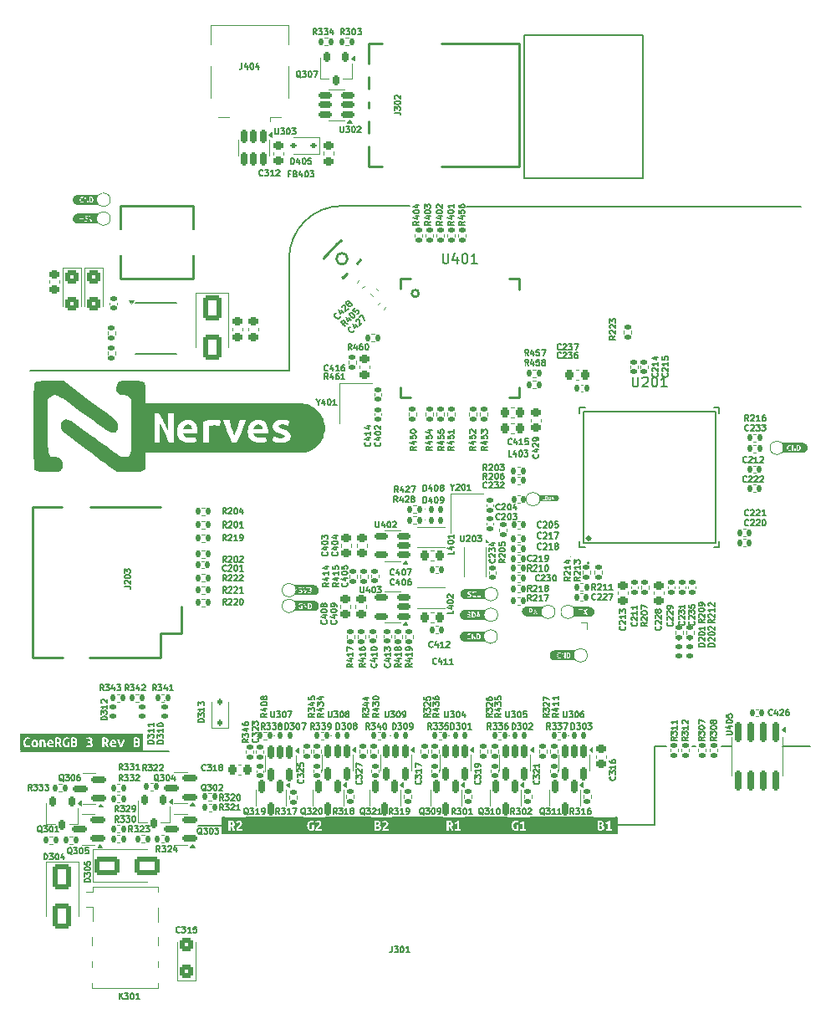
<source format=gbr>
%TF.GenerationSoftware,KiCad,Pcbnew,8.0.3*%
%TF.CreationDate,2024-06-17T20:01:43-07:00*%
%TF.ProjectId,underglow3,756e6465-7267-46c6-9f77-332e6b696361,rev?*%
%TF.SameCoordinates,Original*%
%TF.FileFunction,Legend,Top*%
%TF.FilePolarity,Positive*%
%FSLAX46Y46*%
G04 Gerber Fmt 4.6, Leading zero omitted, Abs format (unit mm)*
G04 Created by KiCad (PCBNEW 8.0.3) date 2024-06-17 20:01:43*
%MOMM*%
%LPD*%
G01*
G04 APERTURE LIST*
G04 Aperture macros list*
%AMRoundRect*
0 Rectangle with rounded corners*
0 $1 Rounding radius*
0 $2 $3 $4 $5 $6 $7 $8 $9 X,Y pos of 4 corners*
0 Add a 4 corners polygon primitive as box body*
4,1,4,$2,$3,$4,$5,$6,$7,$8,$9,$2,$3,0*
0 Add four circle primitives for the rounded corners*
1,1,$1+$1,$2,$3*
1,1,$1+$1,$4,$5*
1,1,$1+$1,$6,$7*
1,1,$1+$1,$8,$9*
0 Add four rect primitives between the rounded corners*
20,1,$1+$1,$2,$3,$4,$5,0*
20,1,$1+$1,$4,$5,$6,$7,0*
20,1,$1+$1,$6,$7,$8,$9,0*
20,1,$1+$1,$8,$9,$2,$3,0*%
%AMRotRect*
0 Rectangle, with rotation*
0 The origin of the aperture is its center*
0 $1 length*
0 $2 width*
0 $3 Rotation angle, in degrees counterclockwise*
0 Add horizontal line*
21,1,$1,$2,0,0,$3*%
G04 Aperture macros list end*
%ADD10C,0.150000*%
%ADD11C,0.254000*%
%ADD12C,0.059995*%
%ADD13C,0.152400*%
%ADD14C,0.200000*%
%ADD15C,0.300000*%
%ADD16C,0.000000*%
%ADD17C,0.120000*%
%ADD18C,0.100000*%
%ADD19C,0.119990*%
%ADD20C,0.250000*%
%ADD21R,1.500000X0.600000*%
%ADD22R,0.600000X1.500000*%
%ADD23C,0.600000*%
%ADD24R,0.200000X1.459995*%
%ADD25R,1.459995X0.200000*%
%ADD26R,5.600000X5.600000*%
%ADD27RoundRect,0.135000X-0.135000X-0.185000X0.135000X-0.185000X0.135000X0.185000X-0.135000X0.185000X0*%
%ADD28RoundRect,0.250000X-0.425000X0.450000X-0.425000X-0.450000X0.425000X-0.450000X0.425000X0.450000X0*%
%ADD29C,1.500025*%
%ADD30R,3.000000X0.900000*%
%ADD31R,5.500000X2.050013*%
%ADD32RoundRect,0.147500X-0.172500X0.147500X-0.172500X-0.147500X0.172500X-0.147500X0.172500X0.147500X0*%
%ADD33RoundRect,0.135000X-0.185000X0.135000X-0.185000X-0.135000X0.185000X-0.135000X0.185000X0.135000X0*%
%ADD34C,1.000000*%
%ADD35RoundRect,0.147500X-0.147500X-0.172500X0.147500X-0.172500X0.147500X0.172500X-0.147500X0.172500X0*%
%ADD36RoundRect,0.150000X-0.150000X0.825000X-0.150000X-0.825000X0.150000X-0.825000X0.150000X0.825000X0*%
%ADD37RoundRect,0.135000X0.135000X0.185000X-0.135000X0.185000X-0.135000X-0.185000X0.135000X-0.185000X0*%
%ADD38RoundRect,0.150000X-0.150000X0.512500X-0.150000X-0.512500X0.150000X-0.512500X0.150000X0.512500X0*%
%ADD39RoundRect,0.140000X0.170000X-0.140000X0.170000X0.140000X-0.170000X0.140000X-0.170000X-0.140000X0*%
%ADD40RoundRect,0.250000X-0.650000X1.000000X-0.650000X-1.000000X0.650000X-1.000000X0.650000X1.000000X0*%
%ADD41RoundRect,0.225000X-0.250000X0.225000X-0.250000X-0.225000X0.250000X-0.225000X0.250000X0.225000X0*%
%ADD42RoundRect,0.150000X0.512500X0.150000X-0.512500X0.150000X-0.512500X-0.150000X0.512500X-0.150000X0*%
%ADD43RoundRect,0.135000X0.185000X-0.135000X0.185000X0.135000X-0.185000X0.135000X-0.185000X-0.135000X0*%
%ADD44RoundRect,0.140000X-0.140000X-0.170000X0.140000X-0.170000X0.140000X0.170000X-0.140000X0.170000X0*%
%ADD45RoundRect,0.140000X-0.170000X0.140000X-0.170000X-0.140000X0.170000X-0.140000X0.170000X0.140000X0*%
%ADD46RoundRect,0.218750X0.218750X0.256250X-0.218750X0.256250X-0.218750X-0.256250X0.218750X-0.256250X0*%
%ADD47RoundRect,0.140000X0.140000X0.170000X-0.140000X0.170000X-0.140000X-0.170000X0.140000X-0.170000X0*%
%ADD48RoundRect,0.112500X0.187500X0.112500X-0.187500X0.112500X-0.187500X-0.112500X0.187500X-0.112500X0*%
%ADD49RoundRect,0.150000X0.587500X0.150000X-0.587500X0.150000X-0.587500X-0.150000X0.587500X-0.150000X0*%
%ADD50RoundRect,0.135000X-0.226274X-0.035355X-0.035355X-0.226274X0.226274X0.035355X0.035355X0.226274X0*%
%ADD51RoundRect,0.225000X0.250000X-0.225000X0.250000X0.225000X-0.250000X0.225000X-0.250000X-0.225000X0*%
%ADD52C,3.000000*%
%ADD53RoundRect,0.225000X-0.225000X-0.250000X0.225000X-0.250000X0.225000X0.250000X-0.225000X0.250000X0*%
%ADD54RoundRect,0.175000X-0.175000X0.325000X-0.175000X-0.325000X0.175000X-0.325000X0.175000X0.325000X0*%
%ADD55RoundRect,0.112500X0.112500X-0.187500X0.112500X0.187500X-0.112500X0.187500X-0.112500X-0.187500X0*%
%ADD56R,0.500000X2.000000*%
%ADD57R,2.000000X1.700000*%
%ADD58R,1.200000X1.400000*%
%ADD59RoundRect,0.250000X-1.000000X-0.650000X1.000000X-0.650000X1.000000X0.650000X-1.000000X0.650000X0*%
%ADD60R,1.800000X0.800000*%
%ADD61C,2.000000*%
%ADD62RoundRect,0.218750X-0.256250X0.218750X-0.256250X-0.218750X0.256250X-0.218750X0.256250X0.218750X0*%
%ADD63R,1.550000X0.600000*%
%ADD64R,2.600000X3.100000*%
%ADD65RoundRect,0.225000X0.225000X0.250000X-0.225000X0.250000X-0.225000X-0.250000X0.225000X-0.250000X0*%
%ADD66RotRect,1.050013X1.000000X315.000000*%
%ADD67RotRect,2.200000X1.050013X315.000000*%
%ADD68R,0.300000X0.750000*%
%ADD69R,1.500000X1.300000*%
%ADD70RoundRect,0.250000X0.425000X-0.450000X0.425000X0.450000X-0.425000X0.450000X-0.425000X-0.450000X0*%
%ADD71R,1.000000X1.720015*%
%ADD72C,0.990600*%
%ADD73C,0.787400*%
%ADD74RoundRect,0.135000X-0.035355X0.226274X-0.226274X0.035355X0.035355X-0.226274X0.226274X-0.035355X0*%
%ADD75R,2.300000X2.500000*%
%ADD76C,1.200000*%
%ADD77R,1.600000X0.700000*%
%ADD78R,1.500000X1.200000*%
%ADD79R,2.200000X1.200000*%
%ADD80R,1.500000X1.600000*%
G04 APERTURE END LIST*
D10*
X65000000Y23000000D02*
X65400000Y23000000D01*
X17450000Y14984627D02*
X15000000Y14984627D01*
X43700000Y36696618D02*
X43893236Y36696618D01*
X43893236Y35903382D01*
X43700000Y35903382D01*
X43700000Y36696618D01*
G36*
X43700000Y36696618D02*
G01*
X43893236Y36696618D01*
X43893236Y35903382D01*
X43700000Y35903382D01*
X43700000Y36696618D01*
G37*
X49606764Y48296618D02*
X49700000Y48296618D01*
X49700000Y47903382D01*
X49606764Y47903382D01*
X49606764Y48296618D01*
G36*
X49606764Y48296618D02*
G01*
X49700000Y48296618D01*
X49700000Y47903382D01*
X49606764Y47903382D01*
X49606764Y48296618D01*
G37*
X42000000Y15824273D02*
X46348546Y15824273D01*
X46348546Y14175727D01*
X42000000Y14175727D01*
X42000000Y15824273D01*
G36*
X42000000Y15824273D02*
G01*
X46348546Y15824273D01*
X46348546Y14175727D01*
X42000000Y14175727D01*
X42000000Y15824273D01*
G37*
X34650000Y15808900D02*
X39798546Y15808900D01*
X39798546Y14160354D01*
X34650000Y14160354D01*
X34650000Y15808900D01*
G36*
X34650000Y15808900D02*
G01*
X39798546Y15808900D01*
X39798546Y14160354D01*
X34650000Y14160354D01*
X34650000Y15808900D01*
G37*
X42200000Y77600000D02*
X76000000Y77600000D01*
X74200000Y23000000D02*
X77000000Y23000000D01*
X24199606Y72335013D02*
X24199606Y61000000D01*
X43736559Y38796669D02*
X43929795Y38796669D01*
X43929795Y38003433D01*
X43736559Y38003433D01*
X43736559Y38796669D01*
G36*
X43736559Y38796669D02*
G01*
X43929795Y38796669D01*
X43929795Y38003433D01*
X43736559Y38003433D01*
X43736559Y38796669D01*
G37*
X43700000Y34496618D02*
X43893236Y34496618D01*
X43893236Y33703382D01*
X43700000Y33703382D01*
X43700000Y34496618D01*
G36*
X43700000Y34496618D02*
G01*
X43893236Y34496618D01*
X43893236Y33703382D01*
X43700000Y33703382D01*
X43700000Y34496618D01*
G37*
X49536559Y37046618D02*
X49729795Y37046618D01*
X49729795Y36253382D01*
X49536559Y36253382D01*
X49536559Y37046618D01*
G36*
X49536559Y37046618D02*
G01*
X49729795Y37046618D01*
X49729795Y36253382D01*
X49536559Y36253382D01*
X49536559Y37046618D01*
G37*
X74279794Y53596618D02*
X74473030Y53596618D01*
X74473030Y52803382D01*
X74279794Y52803382D01*
X74279794Y53596618D01*
G36*
X74279794Y53596618D02*
G01*
X74473030Y53596618D01*
X74473030Y52803382D01*
X74279794Y52803382D01*
X74279794Y53596618D01*
G37*
X57250000Y15824273D02*
X57398546Y15824273D01*
X57398546Y14175727D01*
X57250000Y14175727D01*
X57250000Y15824273D01*
G36*
X57250000Y15824273D02*
G01*
X57398546Y15824273D01*
X57398546Y14175727D01*
X57250000Y14175727D01*
X57250000Y15824273D01*
G37*
X27850000Y15808900D02*
X32498546Y15808900D01*
X32498546Y14160354D01*
X27850000Y14160354D01*
X27850000Y15808900D01*
G36*
X27850000Y15808900D02*
G01*
X32498546Y15808900D01*
X32498546Y14160354D01*
X27850000Y14160354D01*
X27850000Y15808900D01*
G37*
X48000000Y95000000D02*
X60000000Y95000000D01*
X60000000Y80500000D01*
X48000000Y80500000D01*
X48000000Y95000000D01*
X68000000Y23000000D02*
X69000000Y23000000D01*
X12000000Y22500000D02*
X-3000000Y22500000D01*
X52806764Y32596618D02*
X53000000Y32596618D01*
X53000000Y31803382D01*
X52806764Y31803382D01*
X52806764Y32596618D01*
G36*
X52806764Y32596618D02*
G01*
X53000000Y32596618D01*
X53000000Y31803382D01*
X52806764Y31803382D01*
X52806764Y32596618D01*
G37*
X57398546Y15000000D02*
X61200000Y15000000D01*
X53117015Y36996618D02*
X53310251Y36996618D01*
X53310251Y36203382D01*
X53117015Y36203382D01*
X53117015Y36996618D01*
G36*
X53117015Y36996618D02*
G01*
X53310251Y36996618D01*
X53310251Y36203382D01*
X53117015Y36203382D01*
X53117015Y36996618D01*
G37*
X48600000Y15824273D02*
X55048546Y15824273D01*
X55048546Y14175727D01*
X48600000Y14175727D01*
X48600000Y15824273D01*
G36*
X48600000Y15824273D02*
G01*
X55048546Y15824273D01*
X55048546Y14175727D01*
X48600000Y14175727D01*
X48600000Y15824273D01*
G37*
X61200000Y15000000D02*
X61200000Y23000000D01*
X19825727Y15808900D02*
X25674273Y15808900D01*
X25674273Y14160354D01*
X19825727Y14160354D01*
X19825727Y15808900D01*
G36*
X19825727Y15808900D02*
G01*
X25674273Y15808900D01*
X25674273Y14160354D01*
X19825727Y14160354D01*
X19825727Y15808900D01*
G37*
X61200000Y23000000D02*
X62400000Y23000000D01*
X4486559Y78696618D02*
X4679795Y78696618D01*
X4679795Y77903382D01*
X4486559Y77903382D01*
X4486559Y78696618D01*
G36*
X4486559Y78696618D02*
G01*
X4679795Y78696618D01*
X4679795Y77903382D01*
X4486559Y77903382D01*
X4486559Y78696618D01*
G37*
X4486559Y76796618D02*
X4679795Y76796618D01*
X4679795Y76003382D01*
X4486559Y76003382D01*
X4486559Y76796618D01*
G36*
X4486559Y76796618D02*
G01*
X4679795Y76796618D01*
X4679795Y76003382D01*
X4486559Y76003382D01*
X4486559Y76796618D01*
G37*
X29547830Y77683237D02*
X36400000Y77683237D01*
X24974600Y37593236D02*
X25000000Y37593236D01*
X25000000Y36800000D01*
X24974600Y36800000D01*
X24974600Y37593236D01*
G36*
X24974600Y37593236D02*
G01*
X25000000Y37593236D01*
X25000000Y36800000D01*
X24974600Y36800000D01*
X24974600Y37593236D01*
G37*
X24199606Y72335013D02*
G75*
G02*
X29547830Y77683238I5348224J1D01*
G01*
X17450000Y15808900D02*
X17698546Y15808900D01*
X17698546Y14160354D01*
X17450000Y14160354D01*
X17450000Y15808900D01*
G36*
X17450000Y15808900D02*
G01*
X17698546Y15808900D01*
X17698546Y14160354D01*
X17450000Y14160354D01*
X17450000Y15808900D01*
G37*
X-2000000Y61000000D02*
X24200000Y61000000D01*
X39757884Y72864593D02*
X39757884Y72055070D01*
X39757884Y72055070D02*
X39805503Y71959832D01*
X39805503Y71959832D02*
X39853122Y71912212D01*
X39853122Y71912212D02*
X39948360Y71864593D01*
X39948360Y71864593D02*
X40138836Y71864593D01*
X40138836Y71864593D02*
X40234074Y71912212D01*
X40234074Y71912212D02*
X40281693Y71959832D01*
X40281693Y71959832D02*
X40329312Y72055070D01*
X40329312Y72055070D02*
X40329312Y72864593D01*
X41234074Y72531260D02*
X41234074Y71864593D01*
X40995979Y72912212D02*
X40757884Y72197927D01*
X40757884Y72197927D02*
X41376931Y72197927D01*
X41948360Y72864593D02*
X42043598Y72864593D01*
X42043598Y72864593D02*
X42138836Y72816974D01*
X42138836Y72816974D02*
X42186455Y72769355D01*
X42186455Y72769355D02*
X42234074Y72674117D01*
X42234074Y72674117D02*
X42281693Y72483641D01*
X42281693Y72483641D02*
X42281693Y72245546D01*
X42281693Y72245546D02*
X42234074Y72055070D01*
X42234074Y72055070D02*
X42186455Y71959832D01*
X42186455Y71959832D02*
X42138836Y71912212D01*
X42138836Y71912212D02*
X42043598Y71864593D01*
X42043598Y71864593D02*
X41948360Y71864593D01*
X41948360Y71864593D02*
X41853122Y71912212D01*
X41853122Y71912212D02*
X41805503Y71959832D01*
X41805503Y71959832D02*
X41757884Y72055070D01*
X41757884Y72055070D02*
X41710265Y72245546D01*
X41710265Y72245546D02*
X41710265Y72483641D01*
X41710265Y72483641D02*
X41757884Y72674117D01*
X41757884Y72674117D02*
X41805503Y72769355D01*
X41805503Y72769355D02*
X41853122Y72816974D01*
X41853122Y72816974D02*
X41948360Y72864593D01*
X43234074Y71864593D02*
X42662646Y71864593D01*
X42948360Y71864593D02*
X42948360Y72864593D01*
X42948360Y72864593D02*
X42853122Y72721736D01*
X42853122Y72721736D02*
X42757884Y72626498D01*
X42757884Y72626498D02*
X42662646Y72578879D01*
X58985663Y60374975D02*
X58985663Y59565452D01*
X58985663Y59565452D02*
X59033282Y59470214D01*
X59033282Y59470214D02*
X59080901Y59422594D01*
X59080901Y59422594D02*
X59176139Y59374975D01*
X59176139Y59374975D02*
X59366615Y59374975D01*
X59366615Y59374975D02*
X59461853Y59422594D01*
X59461853Y59422594D02*
X59509472Y59470214D01*
X59509472Y59470214D02*
X59557091Y59565452D01*
X59557091Y59565452D02*
X59557091Y60374975D01*
X59985663Y60279737D02*
X60033282Y60327356D01*
X60033282Y60327356D02*
X60128520Y60374975D01*
X60128520Y60374975D02*
X60366615Y60374975D01*
X60366615Y60374975D02*
X60461853Y60327356D01*
X60461853Y60327356D02*
X60509472Y60279737D01*
X60509472Y60279737D02*
X60557091Y60184499D01*
X60557091Y60184499D02*
X60557091Y60089261D01*
X60557091Y60089261D02*
X60509472Y59946404D01*
X60509472Y59946404D02*
X59938044Y59374975D01*
X59938044Y59374975D02*
X60557091Y59374975D01*
X61176139Y60374975D02*
X61271377Y60374975D01*
X61271377Y60374975D02*
X61366615Y60327356D01*
X61366615Y60327356D02*
X61414234Y60279737D01*
X61414234Y60279737D02*
X61461853Y60184499D01*
X61461853Y60184499D02*
X61509472Y59994023D01*
X61509472Y59994023D02*
X61509472Y59755928D01*
X61509472Y59755928D02*
X61461853Y59565452D01*
X61461853Y59565452D02*
X61414234Y59470214D01*
X61414234Y59470214D02*
X61366615Y59422594D01*
X61366615Y59422594D02*
X61271377Y59374975D01*
X61271377Y59374975D02*
X61176139Y59374975D01*
X61176139Y59374975D02*
X61080901Y59422594D01*
X61080901Y59422594D02*
X61033282Y59470214D01*
X61033282Y59470214D02*
X60985663Y59565452D01*
X60985663Y59565452D02*
X60938044Y59755928D01*
X60938044Y59755928D02*
X60938044Y59994023D01*
X60938044Y59994023D02*
X60985663Y60184499D01*
X60985663Y60184499D02*
X61033282Y60279737D01*
X61033282Y60279737D02*
X61080901Y60327356D01*
X61080901Y60327356D02*
X61176139Y60374975D01*
X62461853Y59374975D02*
X61890425Y59374975D01*
X62176139Y59374975D02*
X62176139Y60374975D01*
X62176139Y60374975D02*
X62080901Y60232118D01*
X62080901Y60232118D02*
X61985663Y60136880D01*
X61985663Y60136880D02*
X61890425Y60089261D01*
X44228571Y50930229D02*
X44028571Y51215943D01*
X43885714Y50930229D02*
X43885714Y51530229D01*
X43885714Y51530229D02*
X44114285Y51530229D01*
X44114285Y51530229D02*
X44171428Y51501658D01*
X44171428Y51501658D02*
X44199999Y51473086D01*
X44199999Y51473086D02*
X44228571Y51415943D01*
X44228571Y51415943D02*
X44228571Y51330229D01*
X44228571Y51330229D02*
X44199999Y51273086D01*
X44199999Y51273086D02*
X44171428Y51244515D01*
X44171428Y51244515D02*
X44114285Y51215943D01*
X44114285Y51215943D02*
X43885714Y51215943D01*
X44457142Y51473086D02*
X44485714Y51501658D01*
X44485714Y51501658D02*
X44542857Y51530229D01*
X44542857Y51530229D02*
X44685714Y51530229D01*
X44685714Y51530229D02*
X44742857Y51501658D01*
X44742857Y51501658D02*
X44771428Y51473086D01*
X44771428Y51473086D02*
X44799999Y51415943D01*
X44799999Y51415943D02*
X44799999Y51358800D01*
X44799999Y51358800D02*
X44771428Y51273086D01*
X44771428Y51273086D02*
X44428571Y50930229D01*
X44428571Y50930229D02*
X44799999Y50930229D01*
X45171428Y51530229D02*
X45228571Y51530229D01*
X45228571Y51530229D02*
X45285714Y51501658D01*
X45285714Y51501658D02*
X45314286Y51473086D01*
X45314286Y51473086D02*
X45342857Y51415943D01*
X45342857Y51415943D02*
X45371428Y51301658D01*
X45371428Y51301658D02*
X45371428Y51158800D01*
X45371428Y51158800D02*
X45342857Y51044515D01*
X45342857Y51044515D02*
X45314286Y50987372D01*
X45314286Y50987372D02*
X45285714Y50958800D01*
X45285714Y50958800D02*
X45228571Y50930229D01*
X45228571Y50930229D02*
X45171428Y50930229D01*
X45171428Y50930229D02*
X45114286Y50958800D01*
X45114286Y50958800D02*
X45085714Y50987372D01*
X45085714Y50987372D02*
X45057143Y51044515D01*
X45057143Y51044515D02*
X45028571Y51158800D01*
X45028571Y51158800D02*
X45028571Y51301658D01*
X45028571Y51301658D02*
X45057143Y51415943D01*
X45057143Y51415943D02*
X45085714Y51473086D01*
X45085714Y51473086D02*
X45114286Y51501658D01*
X45114286Y51501658D02*
X45171428Y51530229D01*
X45571429Y51530229D02*
X45942857Y51530229D01*
X45942857Y51530229D02*
X45742857Y51301658D01*
X45742857Y51301658D02*
X45828572Y51301658D01*
X45828572Y51301658D02*
X45885715Y51273086D01*
X45885715Y51273086D02*
X45914286Y51244515D01*
X45914286Y51244515D02*
X45942857Y51187372D01*
X45942857Y51187372D02*
X45942857Y51044515D01*
X45942857Y51044515D02*
X45914286Y50987372D01*
X45914286Y50987372D02*
X45885715Y50958800D01*
X45885715Y50958800D02*
X45828572Y50930229D01*
X45828572Y50930229D02*
X45657143Y50930229D01*
X45657143Y50930229D02*
X45600000Y50958800D01*
X45600000Y50958800D02*
X45571429Y50987372D01*
X34869771Y87128571D02*
X35298342Y87128571D01*
X35298342Y87128571D02*
X35384057Y87100000D01*
X35384057Y87100000D02*
X35441200Y87042857D01*
X35441200Y87042857D02*
X35469771Y86957143D01*
X35469771Y86957143D02*
X35469771Y86900000D01*
X34869771Y87357143D02*
X34869771Y87728571D01*
X34869771Y87728571D02*
X35098342Y87528571D01*
X35098342Y87528571D02*
X35098342Y87614286D01*
X35098342Y87614286D02*
X35126914Y87671428D01*
X35126914Y87671428D02*
X35155485Y87700000D01*
X35155485Y87700000D02*
X35212628Y87728571D01*
X35212628Y87728571D02*
X35355485Y87728571D01*
X35355485Y87728571D02*
X35412628Y87700000D01*
X35412628Y87700000D02*
X35441200Y87671428D01*
X35441200Y87671428D02*
X35469771Y87614286D01*
X35469771Y87614286D02*
X35469771Y87442857D01*
X35469771Y87442857D02*
X35441200Y87385714D01*
X35441200Y87385714D02*
X35412628Y87357143D01*
X34869771Y88100000D02*
X34869771Y88157143D01*
X34869771Y88157143D02*
X34898342Y88214286D01*
X34898342Y88214286D02*
X34926914Y88242857D01*
X34926914Y88242857D02*
X34984057Y88271429D01*
X34984057Y88271429D02*
X35098342Y88300000D01*
X35098342Y88300000D02*
X35241200Y88300000D01*
X35241200Y88300000D02*
X35355485Y88271429D01*
X35355485Y88271429D02*
X35412628Y88242857D01*
X35412628Y88242857D02*
X35441200Y88214286D01*
X35441200Y88214286D02*
X35469771Y88157143D01*
X35469771Y88157143D02*
X35469771Y88100000D01*
X35469771Y88100000D02*
X35441200Y88042857D01*
X35441200Y88042857D02*
X35412628Y88014286D01*
X35412628Y88014286D02*
X35355485Y87985715D01*
X35355485Y87985715D02*
X35241200Y87957143D01*
X35241200Y87957143D02*
X35098342Y87957143D01*
X35098342Y87957143D02*
X34984057Y87985715D01*
X34984057Y87985715D02*
X34926914Y88014286D01*
X34926914Y88014286D02*
X34898342Y88042857D01*
X34898342Y88042857D02*
X34869771Y88100000D01*
X34926914Y88528572D02*
X34898342Y88557144D01*
X34898342Y88557144D02*
X34869771Y88614286D01*
X34869771Y88614286D02*
X34869771Y88757144D01*
X34869771Y88757144D02*
X34898342Y88814286D01*
X34898342Y88814286D02*
X34926914Y88842858D01*
X34926914Y88842858D02*
X34984057Y88871429D01*
X34984057Y88871429D02*
X35041200Y88871429D01*
X35041200Y88871429D02*
X35126914Y88842858D01*
X35126914Y88842858D02*
X35469771Y88500001D01*
X35469771Y88500001D02*
X35469771Y88871429D01*
X10469771Y23285715D02*
X9869771Y23285715D01*
X9869771Y23285715D02*
X9869771Y23428572D01*
X9869771Y23428572D02*
X9898342Y23514286D01*
X9898342Y23514286D02*
X9955485Y23571429D01*
X9955485Y23571429D02*
X10012628Y23600000D01*
X10012628Y23600000D02*
X10126914Y23628572D01*
X10126914Y23628572D02*
X10212628Y23628572D01*
X10212628Y23628572D02*
X10326914Y23600000D01*
X10326914Y23600000D02*
X10384057Y23571429D01*
X10384057Y23571429D02*
X10441200Y23514286D01*
X10441200Y23514286D02*
X10469771Y23428572D01*
X10469771Y23428572D02*
X10469771Y23285715D01*
X9869771Y23828572D02*
X9869771Y24200000D01*
X9869771Y24200000D02*
X10098342Y24000000D01*
X10098342Y24000000D02*
X10098342Y24085715D01*
X10098342Y24085715D02*
X10126914Y24142857D01*
X10126914Y24142857D02*
X10155485Y24171429D01*
X10155485Y24171429D02*
X10212628Y24200000D01*
X10212628Y24200000D02*
X10355485Y24200000D01*
X10355485Y24200000D02*
X10412628Y24171429D01*
X10412628Y24171429D02*
X10441200Y24142857D01*
X10441200Y24142857D02*
X10469771Y24085715D01*
X10469771Y24085715D02*
X10469771Y23914286D01*
X10469771Y23914286D02*
X10441200Y23857143D01*
X10441200Y23857143D02*
X10412628Y23828572D01*
X10469771Y24771429D02*
X10469771Y24428572D01*
X10469771Y24600001D02*
X9869771Y24600001D01*
X9869771Y24600001D02*
X9955485Y24542858D01*
X9955485Y24542858D02*
X10012628Y24485715D01*
X10012628Y24485715D02*
X10041200Y24428572D01*
X10469771Y25342858D02*
X10469771Y25000001D01*
X10469771Y25171430D02*
X9869771Y25171430D01*
X9869771Y25171430D02*
X9955485Y25114287D01*
X9955485Y25114287D02*
X10012628Y25057144D01*
X10012628Y25057144D02*
X10041200Y25000001D01*
X67469771Y23928572D02*
X67184057Y23728572D01*
X67469771Y23585715D02*
X66869771Y23585715D01*
X66869771Y23585715D02*
X66869771Y23814286D01*
X66869771Y23814286D02*
X66898342Y23871429D01*
X66898342Y23871429D02*
X66926914Y23900000D01*
X66926914Y23900000D02*
X66984057Y23928572D01*
X66984057Y23928572D02*
X67069771Y23928572D01*
X67069771Y23928572D02*
X67126914Y23900000D01*
X67126914Y23900000D02*
X67155485Y23871429D01*
X67155485Y23871429D02*
X67184057Y23814286D01*
X67184057Y23814286D02*
X67184057Y23585715D01*
X66869771Y24128572D02*
X66869771Y24500000D01*
X66869771Y24500000D02*
X67098342Y24300000D01*
X67098342Y24300000D02*
X67098342Y24385715D01*
X67098342Y24385715D02*
X67126914Y24442857D01*
X67126914Y24442857D02*
X67155485Y24471429D01*
X67155485Y24471429D02*
X67212628Y24500000D01*
X67212628Y24500000D02*
X67355485Y24500000D01*
X67355485Y24500000D02*
X67412628Y24471429D01*
X67412628Y24471429D02*
X67441200Y24442857D01*
X67441200Y24442857D02*
X67469771Y24385715D01*
X67469771Y24385715D02*
X67469771Y24214286D01*
X67469771Y24214286D02*
X67441200Y24157143D01*
X67441200Y24157143D02*
X67412628Y24128572D01*
X66869771Y24871429D02*
X66869771Y24928572D01*
X66869771Y24928572D02*
X66898342Y24985715D01*
X66898342Y24985715D02*
X66926914Y25014286D01*
X66926914Y25014286D02*
X66984057Y25042858D01*
X66984057Y25042858D02*
X67098342Y25071429D01*
X67098342Y25071429D02*
X67241200Y25071429D01*
X67241200Y25071429D02*
X67355485Y25042858D01*
X67355485Y25042858D02*
X67412628Y25014286D01*
X67412628Y25014286D02*
X67441200Y24985715D01*
X67441200Y24985715D02*
X67469771Y24928572D01*
X67469771Y24928572D02*
X67469771Y24871429D01*
X67469771Y24871429D02*
X67441200Y24814286D01*
X67441200Y24814286D02*
X67412628Y24785715D01*
X67412628Y24785715D02*
X67355485Y24757144D01*
X67355485Y24757144D02*
X67241200Y24728572D01*
X67241200Y24728572D02*
X67098342Y24728572D01*
X67098342Y24728572D02*
X66984057Y24757144D01*
X66984057Y24757144D02*
X66926914Y24785715D01*
X66926914Y24785715D02*
X66898342Y24814286D01*
X66898342Y24814286D02*
X66869771Y24871429D01*
X67126914Y25414287D02*
X67098342Y25357144D01*
X67098342Y25357144D02*
X67069771Y25328573D01*
X67069771Y25328573D02*
X67012628Y25300001D01*
X67012628Y25300001D02*
X66984057Y25300001D01*
X66984057Y25300001D02*
X66926914Y25328573D01*
X66926914Y25328573D02*
X66898342Y25357144D01*
X66898342Y25357144D02*
X66869771Y25414287D01*
X66869771Y25414287D02*
X66869771Y25528573D01*
X66869771Y25528573D02*
X66898342Y25585715D01*
X66898342Y25585715D02*
X66926914Y25614287D01*
X66926914Y25614287D02*
X66984057Y25642858D01*
X66984057Y25642858D02*
X67012628Y25642858D01*
X67012628Y25642858D02*
X67069771Y25614287D01*
X67069771Y25614287D02*
X67098342Y25585715D01*
X67098342Y25585715D02*
X67126914Y25528573D01*
X67126914Y25528573D02*
X67126914Y25414287D01*
X67126914Y25414287D02*
X67155485Y25357144D01*
X67155485Y25357144D02*
X67184057Y25328573D01*
X67184057Y25328573D02*
X67241200Y25300001D01*
X67241200Y25300001D02*
X67355485Y25300001D01*
X67355485Y25300001D02*
X67412628Y25328573D01*
X67412628Y25328573D02*
X67441200Y25357144D01*
X67441200Y25357144D02*
X67469771Y25414287D01*
X67469771Y25414287D02*
X67469771Y25528573D01*
X67469771Y25528573D02*
X67441200Y25585715D01*
X67441200Y25585715D02*
X67412628Y25614287D01*
X67412628Y25614287D02*
X67355485Y25642858D01*
X67355485Y25642858D02*
X67241200Y25642858D01*
X67241200Y25642858D02*
X67184057Y25614287D01*
X67184057Y25614287D02*
X67155485Y25585715D01*
X67155485Y25585715D02*
X67126914Y25528573D01*
X35183570Y47702709D02*
X34983570Y47988423D01*
X34840713Y47702709D02*
X34840713Y48302709D01*
X34840713Y48302709D02*
X35069284Y48302709D01*
X35069284Y48302709D02*
X35126427Y48274138D01*
X35126427Y48274138D02*
X35154998Y48245566D01*
X35154998Y48245566D02*
X35183570Y48188423D01*
X35183570Y48188423D02*
X35183570Y48102709D01*
X35183570Y48102709D02*
X35154998Y48045566D01*
X35154998Y48045566D02*
X35126427Y48016995D01*
X35126427Y48016995D02*
X35069284Y47988423D01*
X35069284Y47988423D02*
X34840713Y47988423D01*
X35697856Y48102709D02*
X35697856Y47702709D01*
X35554998Y48331280D02*
X35412141Y47902709D01*
X35412141Y47902709D02*
X35783570Y47902709D01*
X35983570Y48245566D02*
X36012142Y48274138D01*
X36012142Y48274138D02*
X36069285Y48302709D01*
X36069285Y48302709D02*
X36212142Y48302709D01*
X36212142Y48302709D02*
X36269285Y48274138D01*
X36269285Y48274138D02*
X36297856Y48245566D01*
X36297856Y48245566D02*
X36326427Y48188423D01*
X36326427Y48188423D02*
X36326427Y48131280D01*
X36326427Y48131280D02*
X36297856Y48045566D01*
X36297856Y48045566D02*
X35954999Y47702709D01*
X35954999Y47702709D02*
X36326427Y47702709D01*
X36669285Y48045566D02*
X36612142Y48074138D01*
X36612142Y48074138D02*
X36583571Y48102709D01*
X36583571Y48102709D02*
X36554999Y48159852D01*
X36554999Y48159852D02*
X36554999Y48188423D01*
X36554999Y48188423D02*
X36583571Y48245566D01*
X36583571Y48245566D02*
X36612142Y48274138D01*
X36612142Y48274138D02*
X36669285Y48302709D01*
X36669285Y48302709D02*
X36783571Y48302709D01*
X36783571Y48302709D02*
X36840714Y48274138D01*
X36840714Y48274138D02*
X36869285Y48245566D01*
X36869285Y48245566D02*
X36897856Y48188423D01*
X36897856Y48188423D02*
X36897856Y48159852D01*
X36897856Y48159852D02*
X36869285Y48102709D01*
X36869285Y48102709D02*
X36840714Y48074138D01*
X36840714Y48074138D02*
X36783571Y48045566D01*
X36783571Y48045566D02*
X36669285Y48045566D01*
X36669285Y48045566D02*
X36612142Y48016995D01*
X36612142Y48016995D02*
X36583571Y47988423D01*
X36583571Y47988423D02*
X36554999Y47931280D01*
X36554999Y47931280D02*
X36554999Y47816995D01*
X36554999Y47816995D02*
X36583571Y47759852D01*
X36583571Y47759852D02*
X36612142Y47731280D01*
X36612142Y47731280D02*
X36669285Y47702709D01*
X36669285Y47702709D02*
X36783571Y47702709D01*
X36783571Y47702709D02*
X36840714Y47731280D01*
X36840714Y47731280D02*
X36869285Y47759852D01*
X36869285Y47759852D02*
X36897856Y47816995D01*
X36897856Y47816995D02*
X36897856Y47931280D01*
X36897856Y47931280D02*
X36869285Y47988423D01*
X36869285Y47988423D02*
X36840714Y48016995D01*
X36840714Y48016995D02*
X36783571Y48045566D01*
X23785714Y24730229D02*
X23785714Y25330229D01*
X23785714Y25330229D02*
X23928571Y25330229D01*
X23928571Y25330229D02*
X24014285Y25301658D01*
X24014285Y25301658D02*
X24071428Y25244515D01*
X24071428Y25244515D02*
X24099999Y25187372D01*
X24099999Y25187372D02*
X24128571Y25073086D01*
X24128571Y25073086D02*
X24128571Y24987372D01*
X24128571Y24987372D02*
X24099999Y24873086D01*
X24099999Y24873086D02*
X24071428Y24815943D01*
X24071428Y24815943D02*
X24014285Y24758800D01*
X24014285Y24758800D02*
X23928571Y24730229D01*
X23928571Y24730229D02*
X23785714Y24730229D01*
X24328571Y25330229D02*
X24699999Y25330229D01*
X24699999Y25330229D02*
X24499999Y25101658D01*
X24499999Y25101658D02*
X24585714Y25101658D01*
X24585714Y25101658D02*
X24642857Y25073086D01*
X24642857Y25073086D02*
X24671428Y25044515D01*
X24671428Y25044515D02*
X24699999Y24987372D01*
X24699999Y24987372D02*
X24699999Y24844515D01*
X24699999Y24844515D02*
X24671428Y24787372D01*
X24671428Y24787372D02*
X24642857Y24758800D01*
X24642857Y24758800D02*
X24585714Y24730229D01*
X24585714Y24730229D02*
X24414285Y24730229D01*
X24414285Y24730229D02*
X24357142Y24758800D01*
X24357142Y24758800D02*
X24328571Y24787372D01*
X25071428Y25330229D02*
X25128571Y25330229D01*
X25128571Y25330229D02*
X25185714Y25301658D01*
X25185714Y25301658D02*
X25214286Y25273086D01*
X25214286Y25273086D02*
X25242857Y25215943D01*
X25242857Y25215943D02*
X25271428Y25101658D01*
X25271428Y25101658D02*
X25271428Y24958800D01*
X25271428Y24958800D02*
X25242857Y24844515D01*
X25242857Y24844515D02*
X25214286Y24787372D01*
X25214286Y24787372D02*
X25185714Y24758800D01*
X25185714Y24758800D02*
X25128571Y24730229D01*
X25128571Y24730229D02*
X25071428Y24730229D01*
X25071428Y24730229D02*
X25014286Y24758800D01*
X25014286Y24758800D02*
X24985714Y24787372D01*
X24985714Y24787372D02*
X24957143Y24844515D01*
X24957143Y24844515D02*
X24928571Y24958800D01*
X24928571Y24958800D02*
X24928571Y25101658D01*
X24928571Y25101658D02*
X24957143Y25215943D01*
X24957143Y25215943D02*
X24985714Y25273086D01*
X24985714Y25273086D02*
X25014286Y25301658D01*
X25014286Y25301658D02*
X25071428Y25330229D01*
X25471429Y25330229D02*
X25871429Y25330229D01*
X25871429Y25330229D02*
X25614286Y24730229D01*
X68469771Y24171429D02*
X68955485Y24171429D01*
X68955485Y24171429D02*
X69012628Y24200000D01*
X69012628Y24200000D02*
X69041200Y24228571D01*
X69041200Y24228571D02*
X69069771Y24285714D01*
X69069771Y24285714D02*
X69069771Y24400000D01*
X69069771Y24400000D02*
X69041200Y24457143D01*
X69041200Y24457143D02*
X69012628Y24485714D01*
X69012628Y24485714D02*
X68955485Y24514286D01*
X68955485Y24514286D02*
X68469771Y24514286D01*
X68669771Y25057142D02*
X69069771Y25057142D01*
X68441200Y24914285D02*
X68869771Y24771428D01*
X68869771Y24771428D02*
X68869771Y25142857D01*
X68469771Y25485714D02*
X68469771Y25542857D01*
X68469771Y25542857D02*
X68498342Y25600000D01*
X68498342Y25600000D02*
X68526914Y25628571D01*
X68526914Y25628571D02*
X68584057Y25657143D01*
X68584057Y25657143D02*
X68698342Y25685714D01*
X68698342Y25685714D02*
X68841200Y25685714D01*
X68841200Y25685714D02*
X68955485Y25657143D01*
X68955485Y25657143D02*
X69012628Y25628571D01*
X69012628Y25628571D02*
X69041200Y25600000D01*
X69041200Y25600000D02*
X69069771Y25542857D01*
X69069771Y25542857D02*
X69069771Y25485714D01*
X69069771Y25485714D02*
X69041200Y25428571D01*
X69041200Y25428571D02*
X69012628Y25400000D01*
X69012628Y25400000D02*
X68955485Y25371429D01*
X68955485Y25371429D02*
X68841200Y25342857D01*
X68841200Y25342857D02*
X68698342Y25342857D01*
X68698342Y25342857D02*
X68584057Y25371429D01*
X68584057Y25371429D02*
X68526914Y25400000D01*
X68526914Y25400000D02*
X68498342Y25428571D01*
X68498342Y25428571D02*
X68469771Y25485714D01*
X68469771Y26228572D02*
X68469771Y25942858D01*
X68469771Y25942858D02*
X68755485Y25914286D01*
X68755485Y25914286D02*
X68726914Y25942858D01*
X68726914Y25942858D02*
X68698342Y26000000D01*
X68698342Y26000000D02*
X68698342Y26142858D01*
X68698342Y26142858D02*
X68726914Y26200000D01*
X68726914Y26200000D02*
X68755485Y26228572D01*
X68755485Y26228572D02*
X68812628Y26257143D01*
X68812628Y26257143D02*
X68955485Y26257143D01*
X68955485Y26257143D02*
X69012628Y26228572D01*
X69012628Y26228572D02*
X69041200Y26200000D01*
X69041200Y26200000D02*
X69069771Y26142858D01*
X69069771Y26142858D02*
X69069771Y26000000D01*
X69069771Y26000000D02*
X69041200Y25942858D01*
X69041200Y25942858D02*
X69012628Y25914286D01*
X6928571Y15330229D02*
X6728571Y15615943D01*
X6585714Y15330229D02*
X6585714Y15930229D01*
X6585714Y15930229D02*
X6814285Y15930229D01*
X6814285Y15930229D02*
X6871428Y15901658D01*
X6871428Y15901658D02*
X6899999Y15873086D01*
X6899999Y15873086D02*
X6928571Y15815943D01*
X6928571Y15815943D02*
X6928571Y15730229D01*
X6928571Y15730229D02*
X6899999Y15673086D01*
X6899999Y15673086D02*
X6871428Y15644515D01*
X6871428Y15644515D02*
X6814285Y15615943D01*
X6814285Y15615943D02*
X6585714Y15615943D01*
X7128571Y15930229D02*
X7499999Y15930229D01*
X7499999Y15930229D02*
X7299999Y15701658D01*
X7299999Y15701658D02*
X7385714Y15701658D01*
X7385714Y15701658D02*
X7442857Y15673086D01*
X7442857Y15673086D02*
X7471428Y15644515D01*
X7471428Y15644515D02*
X7499999Y15587372D01*
X7499999Y15587372D02*
X7499999Y15444515D01*
X7499999Y15444515D02*
X7471428Y15387372D01*
X7471428Y15387372D02*
X7442857Y15358800D01*
X7442857Y15358800D02*
X7385714Y15330229D01*
X7385714Y15330229D02*
X7214285Y15330229D01*
X7214285Y15330229D02*
X7157142Y15358800D01*
X7157142Y15358800D02*
X7128571Y15387372D01*
X7700000Y15930229D02*
X8071428Y15930229D01*
X8071428Y15930229D02*
X7871428Y15701658D01*
X7871428Y15701658D02*
X7957143Y15701658D01*
X7957143Y15701658D02*
X8014286Y15673086D01*
X8014286Y15673086D02*
X8042857Y15644515D01*
X8042857Y15644515D02*
X8071428Y15587372D01*
X8071428Y15587372D02*
X8071428Y15444515D01*
X8071428Y15444515D02*
X8042857Y15387372D01*
X8042857Y15387372D02*
X8014286Y15358800D01*
X8014286Y15358800D02*
X7957143Y15330229D01*
X7957143Y15330229D02*
X7785714Y15330229D01*
X7785714Y15330229D02*
X7728571Y15358800D01*
X7728571Y15358800D02*
X7700000Y15387372D01*
X8442857Y15930229D02*
X8500000Y15930229D01*
X8500000Y15930229D02*
X8557143Y15901658D01*
X8557143Y15901658D02*
X8585715Y15873086D01*
X8585715Y15873086D02*
X8614286Y15815943D01*
X8614286Y15815943D02*
X8642857Y15701658D01*
X8642857Y15701658D02*
X8642857Y15558800D01*
X8642857Y15558800D02*
X8614286Y15444515D01*
X8614286Y15444515D02*
X8585715Y15387372D01*
X8585715Y15387372D02*
X8557143Y15358800D01*
X8557143Y15358800D02*
X8500000Y15330229D01*
X8500000Y15330229D02*
X8442857Y15330229D01*
X8442857Y15330229D02*
X8385715Y15358800D01*
X8385715Y15358800D02*
X8357143Y15387372D01*
X8357143Y15387372D02*
X8328572Y15444515D01*
X8328572Y15444515D02*
X8300000Y15558800D01*
X8300000Y15558800D02*
X8300000Y15701658D01*
X8300000Y15701658D02*
X8328572Y15815943D01*
X8328572Y15815943D02*
X8357143Y15873086D01*
X8357143Y15873086D02*
X8385715Y15901658D01*
X8385715Y15901658D02*
X8442857Y15930229D01*
X37871428Y16073086D02*
X37814285Y16101658D01*
X37814285Y16101658D02*
X37757142Y16158800D01*
X37757142Y16158800D02*
X37671428Y16244515D01*
X37671428Y16244515D02*
X37614285Y16273086D01*
X37614285Y16273086D02*
X37557142Y16273086D01*
X37585713Y16130229D02*
X37528571Y16158800D01*
X37528571Y16158800D02*
X37471428Y16215943D01*
X37471428Y16215943D02*
X37442856Y16330229D01*
X37442856Y16330229D02*
X37442856Y16530229D01*
X37442856Y16530229D02*
X37471428Y16644515D01*
X37471428Y16644515D02*
X37528571Y16701658D01*
X37528571Y16701658D02*
X37585713Y16730229D01*
X37585713Y16730229D02*
X37699999Y16730229D01*
X37699999Y16730229D02*
X37757142Y16701658D01*
X37757142Y16701658D02*
X37814285Y16644515D01*
X37814285Y16644515D02*
X37842856Y16530229D01*
X37842856Y16530229D02*
X37842856Y16330229D01*
X37842856Y16330229D02*
X37814285Y16215943D01*
X37814285Y16215943D02*
X37757142Y16158800D01*
X37757142Y16158800D02*
X37699999Y16130229D01*
X37699999Y16130229D02*
X37585713Y16130229D01*
X38042856Y16730229D02*
X38414284Y16730229D01*
X38414284Y16730229D02*
X38214284Y16501658D01*
X38214284Y16501658D02*
X38299999Y16501658D01*
X38299999Y16501658D02*
X38357142Y16473086D01*
X38357142Y16473086D02*
X38385713Y16444515D01*
X38385713Y16444515D02*
X38414284Y16387372D01*
X38414284Y16387372D02*
X38414284Y16244515D01*
X38414284Y16244515D02*
X38385713Y16187372D01*
X38385713Y16187372D02*
X38357142Y16158800D01*
X38357142Y16158800D02*
X38299999Y16130229D01*
X38299999Y16130229D02*
X38128570Y16130229D01*
X38128570Y16130229D02*
X38071427Y16158800D01*
X38071427Y16158800D02*
X38042856Y16187372D01*
X38785713Y16730229D02*
X38842856Y16730229D01*
X38842856Y16730229D02*
X38899999Y16701658D01*
X38899999Y16701658D02*
X38928571Y16673086D01*
X38928571Y16673086D02*
X38957142Y16615943D01*
X38957142Y16615943D02*
X38985713Y16501658D01*
X38985713Y16501658D02*
X38985713Y16358800D01*
X38985713Y16358800D02*
X38957142Y16244515D01*
X38957142Y16244515D02*
X38928571Y16187372D01*
X38928571Y16187372D02*
X38899999Y16158800D01*
X38899999Y16158800D02*
X38842856Y16130229D01*
X38842856Y16130229D02*
X38785713Y16130229D01*
X38785713Y16130229D02*
X38728571Y16158800D01*
X38728571Y16158800D02*
X38699999Y16187372D01*
X38699999Y16187372D02*
X38671428Y16244515D01*
X38671428Y16244515D02*
X38642856Y16358800D01*
X38642856Y16358800D02*
X38642856Y16501658D01*
X38642856Y16501658D02*
X38671428Y16615943D01*
X38671428Y16615943D02*
X38699999Y16673086D01*
X38699999Y16673086D02*
X38728571Y16701658D01*
X38728571Y16701658D02*
X38785713Y16730229D01*
X39271428Y16130229D02*
X39385714Y16130229D01*
X39385714Y16130229D02*
X39442857Y16158800D01*
X39442857Y16158800D02*
X39471428Y16187372D01*
X39471428Y16187372D02*
X39528571Y16273086D01*
X39528571Y16273086D02*
X39557142Y16387372D01*
X39557142Y16387372D02*
X39557142Y16615943D01*
X39557142Y16615943D02*
X39528571Y16673086D01*
X39528571Y16673086D02*
X39500000Y16701658D01*
X39500000Y16701658D02*
X39442857Y16730229D01*
X39442857Y16730229D02*
X39328571Y16730229D01*
X39328571Y16730229D02*
X39271428Y16701658D01*
X39271428Y16701658D02*
X39242857Y16673086D01*
X39242857Y16673086D02*
X39214285Y16615943D01*
X39214285Y16615943D02*
X39214285Y16473086D01*
X39214285Y16473086D02*
X39242857Y16415943D01*
X39242857Y16415943D02*
X39271428Y16387372D01*
X39271428Y16387372D02*
X39328571Y16358800D01*
X39328571Y16358800D02*
X39442857Y16358800D01*
X39442857Y16358800D02*
X39500000Y16387372D01*
X39500000Y16387372D02*
X39528571Y16415943D01*
X39528571Y16415943D02*
X39557142Y16473086D01*
X33412628Y53728572D02*
X33441200Y53700000D01*
X33441200Y53700000D02*
X33469771Y53614286D01*
X33469771Y53614286D02*
X33469771Y53557143D01*
X33469771Y53557143D02*
X33441200Y53471429D01*
X33441200Y53471429D02*
X33384057Y53414286D01*
X33384057Y53414286D02*
X33326914Y53385715D01*
X33326914Y53385715D02*
X33212628Y53357143D01*
X33212628Y53357143D02*
X33126914Y53357143D01*
X33126914Y53357143D02*
X33012628Y53385715D01*
X33012628Y53385715D02*
X32955485Y53414286D01*
X32955485Y53414286D02*
X32898342Y53471429D01*
X32898342Y53471429D02*
X32869771Y53557143D01*
X32869771Y53557143D02*
X32869771Y53614286D01*
X32869771Y53614286D02*
X32898342Y53700000D01*
X32898342Y53700000D02*
X32926914Y53728572D01*
X33069771Y54242857D02*
X33469771Y54242857D01*
X32841200Y54100000D02*
X33269771Y53957143D01*
X33269771Y53957143D02*
X33269771Y54328572D01*
X32869771Y54671429D02*
X32869771Y54728572D01*
X32869771Y54728572D02*
X32898342Y54785715D01*
X32898342Y54785715D02*
X32926914Y54814286D01*
X32926914Y54814286D02*
X32984057Y54842858D01*
X32984057Y54842858D02*
X33098342Y54871429D01*
X33098342Y54871429D02*
X33241200Y54871429D01*
X33241200Y54871429D02*
X33355485Y54842858D01*
X33355485Y54842858D02*
X33412628Y54814286D01*
X33412628Y54814286D02*
X33441200Y54785715D01*
X33441200Y54785715D02*
X33469771Y54728572D01*
X33469771Y54728572D02*
X33469771Y54671429D01*
X33469771Y54671429D02*
X33441200Y54614286D01*
X33441200Y54614286D02*
X33412628Y54585715D01*
X33412628Y54585715D02*
X33355485Y54557144D01*
X33355485Y54557144D02*
X33241200Y54528572D01*
X33241200Y54528572D02*
X33098342Y54528572D01*
X33098342Y54528572D02*
X32984057Y54557144D01*
X32984057Y54557144D02*
X32926914Y54585715D01*
X32926914Y54585715D02*
X32898342Y54614286D01*
X32898342Y54614286D02*
X32869771Y54671429D01*
X32926914Y55100001D02*
X32898342Y55128573D01*
X32898342Y55128573D02*
X32869771Y55185715D01*
X32869771Y55185715D02*
X32869771Y55328573D01*
X32869771Y55328573D02*
X32898342Y55385715D01*
X32898342Y55385715D02*
X32926914Y55414287D01*
X32926914Y55414287D02*
X32984057Y55442858D01*
X32984057Y55442858D02*
X33041200Y55442858D01*
X33041200Y55442858D02*
X33126914Y55414287D01*
X33126914Y55414287D02*
X33469771Y55071430D01*
X33469771Y55071430D02*
X33469771Y55442858D01*
X-614286Y11530229D02*
X-614286Y12130229D01*
X-614286Y12130229D02*
X-471429Y12130229D01*
X-471429Y12130229D02*
X-385715Y12101658D01*
X-385715Y12101658D02*
X-328572Y12044515D01*
X-328572Y12044515D02*
X-300001Y11987372D01*
X-300001Y11987372D02*
X-271429Y11873086D01*
X-271429Y11873086D02*
X-271429Y11787372D01*
X-271429Y11787372D02*
X-300001Y11673086D01*
X-300001Y11673086D02*
X-328572Y11615943D01*
X-328572Y11615943D02*
X-385715Y11558800D01*
X-385715Y11558800D02*
X-471429Y11530229D01*
X-471429Y11530229D02*
X-614286Y11530229D01*
X-71429Y12130229D02*
X299999Y12130229D01*
X299999Y12130229D02*
X99999Y11901658D01*
X99999Y11901658D02*
X185714Y11901658D01*
X185714Y11901658D02*
X242857Y11873086D01*
X242857Y11873086D02*
X271428Y11844515D01*
X271428Y11844515D02*
X299999Y11787372D01*
X299999Y11787372D02*
X299999Y11644515D01*
X299999Y11644515D02*
X271428Y11587372D01*
X271428Y11587372D02*
X242857Y11558800D01*
X242857Y11558800D02*
X185714Y11530229D01*
X185714Y11530229D02*
X14285Y11530229D01*
X14285Y11530229D02*
X-42858Y11558800D01*
X-42858Y11558800D02*
X-71429Y11587372D01*
X671428Y12130229D02*
X728571Y12130229D01*
X728571Y12130229D02*
X785714Y12101658D01*
X785714Y12101658D02*
X814286Y12073086D01*
X814286Y12073086D02*
X842857Y12015943D01*
X842857Y12015943D02*
X871428Y11901658D01*
X871428Y11901658D02*
X871428Y11758800D01*
X871428Y11758800D02*
X842857Y11644515D01*
X842857Y11644515D02*
X814286Y11587372D01*
X814286Y11587372D02*
X785714Y11558800D01*
X785714Y11558800D02*
X728571Y11530229D01*
X728571Y11530229D02*
X671428Y11530229D01*
X671428Y11530229D02*
X614286Y11558800D01*
X614286Y11558800D02*
X585714Y11587372D01*
X585714Y11587372D02*
X557143Y11644515D01*
X557143Y11644515D02*
X528571Y11758800D01*
X528571Y11758800D02*
X528571Y11901658D01*
X528571Y11901658D02*
X557143Y12015943D01*
X557143Y12015943D02*
X585714Y12073086D01*
X585714Y12073086D02*
X614286Y12101658D01*
X614286Y12101658D02*
X671428Y12130229D01*
X1385715Y11930229D02*
X1385715Y11530229D01*
X1242857Y12158800D02*
X1100000Y11730229D01*
X1100000Y11730229D02*
X1471429Y11730229D01*
X67269771Y33085715D02*
X66669771Y33085715D01*
X66669771Y33085715D02*
X66669771Y33228572D01*
X66669771Y33228572D02*
X66698342Y33314286D01*
X66698342Y33314286D02*
X66755485Y33371429D01*
X66755485Y33371429D02*
X66812628Y33400000D01*
X66812628Y33400000D02*
X66926914Y33428572D01*
X66926914Y33428572D02*
X67012628Y33428572D01*
X67012628Y33428572D02*
X67126914Y33400000D01*
X67126914Y33400000D02*
X67184057Y33371429D01*
X67184057Y33371429D02*
X67241200Y33314286D01*
X67241200Y33314286D02*
X67269771Y33228572D01*
X67269771Y33228572D02*
X67269771Y33085715D01*
X66726914Y33657143D02*
X66698342Y33685715D01*
X66698342Y33685715D02*
X66669771Y33742857D01*
X66669771Y33742857D02*
X66669771Y33885715D01*
X66669771Y33885715D02*
X66698342Y33942857D01*
X66698342Y33942857D02*
X66726914Y33971429D01*
X66726914Y33971429D02*
X66784057Y34000000D01*
X66784057Y34000000D02*
X66841200Y34000000D01*
X66841200Y34000000D02*
X66926914Y33971429D01*
X66926914Y33971429D02*
X67269771Y33628572D01*
X67269771Y33628572D02*
X67269771Y34000000D01*
X66669771Y34371429D02*
X66669771Y34428572D01*
X66669771Y34428572D02*
X66698342Y34485715D01*
X66698342Y34485715D02*
X66726914Y34514286D01*
X66726914Y34514286D02*
X66784057Y34542858D01*
X66784057Y34542858D02*
X66898342Y34571429D01*
X66898342Y34571429D02*
X67041200Y34571429D01*
X67041200Y34571429D02*
X67155485Y34542858D01*
X67155485Y34542858D02*
X67212628Y34514286D01*
X67212628Y34514286D02*
X67241200Y34485715D01*
X67241200Y34485715D02*
X67269771Y34428572D01*
X67269771Y34428572D02*
X67269771Y34371429D01*
X67269771Y34371429D02*
X67241200Y34314286D01*
X67241200Y34314286D02*
X67212628Y34285715D01*
X67212628Y34285715D02*
X67155485Y34257144D01*
X67155485Y34257144D02*
X67041200Y34228572D01*
X67041200Y34228572D02*
X66898342Y34228572D01*
X66898342Y34228572D02*
X66784057Y34257144D01*
X66784057Y34257144D02*
X66726914Y34285715D01*
X66726914Y34285715D02*
X66698342Y34314286D01*
X66698342Y34314286D02*
X66669771Y34371429D01*
X66726914Y34800001D02*
X66698342Y34828573D01*
X66698342Y34828573D02*
X66669771Y34885715D01*
X66669771Y34885715D02*
X66669771Y35028573D01*
X66669771Y35028573D02*
X66698342Y35085715D01*
X66698342Y35085715D02*
X66726914Y35114287D01*
X66726914Y35114287D02*
X66784057Y35142858D01*
X66784057Y35142858D02*
X66841200Y35142858D01*
X66841200Y35142858D02*
X66926914Y35114287D01*
X66926914Y35114287D02*
X67269771Y34771430D01*
X67269771Y34771430D02*
X67269771Y35142858D01*
X58212628Y35128572D02*
X58241200Y35100000D01*
X58241200Y35100000D02*
X58269771Y35014286D01*
X58269771Y35014286D02*
X58269771Y34957143D01*
X58269771Y34957143D02*
X58241200Y34871429D01*
X58241200Y34871429D02*
X58184057Y34814286D01*
X58184057Y34814286D02*
X58126914Y34785715D01*
X58126914Y34785715D02*
X58012628Y34757143D01*
X58012628Y34757143D02*
X57926914Y34757143D01*
X57926914Y34757143D02*
X57812628Y34785715D01*
X57812628Y34785715D02*
X57755485Y34814286D01*
X57755485Y34814286D02*
X57698342Y34871429D01*
X57698342Y34871429D02*
X57669771Y34957143D01*
X57669771Y34957143D02*
X57669771Y35014286D01*
X57669771Y35014286D02*
X57698342Y35100000D01*
X57698342Y35100000D02*
X57726914Y35128572D01*
X57726914Y35357143D02*
X57698342Y35385715D01*
X57698342Y35385715D02*
X57669771Y35442857D01*
X57669771Y35442857D02*
X57669771Y35585715D01*
X57669771Y35585715D02*
X57698342Y35642857D01*
X57698342Y35642857D02*
X57726914Y35671429D01*
X57726914Y35671429D02*
X57784057Y35700000D01*
X57784057Y35700000D02*
X57841200Y35700000D01*
X57841200Y35700000D02*
X57926914Y35671429D01*
X57926914Y35671429D02*
X58269771Y35328572D01*
X58269771Y35328572D02*
X58269771Y35700000D01*
X58269771Y36271429D02*
X58269771Y35928572D01*
X58269771Y36100001D02*
X57669771Y36100001D01*
X57669771Y36100001D02*
X57755485Y36042858D01*
X57755485Y36042858D02*
X57812628Y35985715D01*
X57812628Y35985715D02*
X57841200Y35928572D01*
X57669771Y36471430D02*
X57669771Y36842858D01*
X57669771Y36842858D02*
X57898342Y36642858D01*
X57898342Y36642858D02*
X57898342Y36728573D01*
X57898342Y36728573D02*
X57926914Y36785715D01*
X57926914Y36785715D02*
X57955485Y36814287D01*
X57955485Y36814287D02*
X58012628Y36842858D01*
X58012628Y36842858D02*
X58155485Y36842858D01*
X58155485Y36842858D02*
X58212628Y36814287D01*
X58212628Y36814287D02*
X58241200Y36785715D01*
X58241200Y36785715D02*
X58269771Y36728573D01*
X58269771Y36728573D02*
X58269771Y36557144D01*
X58269771Y36557144D02*
X58241200Y36500001D01*
X58241200Y36500001D02*
X58212628Y36471430D01*
X31426427Y39140228D02*
X31426427Y38654514D01*
X31426427Y38654514D02*
X31454998Y38597371D01*
X31454998Y38597371D02*
X31483570Y38568799D01*
X31483570Y38568799D02*
X31540712Y38540228D01*
X31540712Y38540228D02*
X31654998Y38540228D01*
X31654998Y38540228D02*
X31712141Y38568799D01*
X31712141Y38568799D02*
X31740712Y38597371D01*
X31740712Y38597371D02*
X31769284Y38654514D01*
X31769284Y38654514D02*
X31769284Y39140228D01*
X32312141Y38940228D02*
X32312141Y38540228D01*
X32169283Y39168799D02*
X32026426Y38740228D01*
X32026426Y38740228D02*
X32397855Y38740228D01*
X32740712Y39140228D02*
X32797855Y39140228D01*
X32797855Y39140228D02*
X32854998Y39111657D01*
X32854998Y39111657D02*
X32883570Y39083085D01*
X32883570Y39083085D02*
X32912141Y39025942D01*
X32912141Y39025942D02*
X32940712Y38911657D01*
X32940712Y38911657D02*
X32940712Y38768799D01*
X32940712Y38768799D02*
X32912141Y38654514D01*
X32912141Y38654514D02*
X32883570Y38597371D01*
X32883570Y38597371D02*
X32854998Y38568799D01*
X32854998Y38568799D02*
X32797855Y38540228D01*
X32797855Y38540228D02*
X32740712Y38540228D01*
X32740712Y38540228D02*
X32683570Y38568799D01*
X32683570Y38568799D02*
X32654998Y38597371D01*
X32654998Y38597371D02*
X32626427Y38654514D01*
X32626427Y38654514D02*
X32597855Y38768799D01*
X32597855Y38768799D02*
X32597855Y38911657D01*
X32597855Y38911657D02*
X32626427Y39025942D01*
X32626427Y39025942D02*
X32654998Y39083085D01*
X32654998Y39083085D02*
X32683570Y39111657D01*
X32683570Y39111657D02*
X32740712Y39140228D01*
X33140713Y39140228D02*
X33512141Y39140228D01*
X33512141Y39140228D02*
X33312141Y38911657D01*
X33312141Y38911657D02*
X33397856Y38911657D01*
X33397856Y38911657D02*
X33454999Y38883085D01*
X33454999Y38883085D02*
X33483570Y38854514D01*
X33483570Y38854514D02*
X33512141Y38797371D01*
X33512141Y38797371D02*
X33512141Y38654514D01*
X33512141Y38654514D02*
X33483570Y38597371D01*
X33483570Y38597371D02*
X33454999Y38568799D01*
X33454999Y38568799D02*
X33397856Y38540228D01*
X33397856Y38540228D02*
X33226427Y38540228D01*
X33226427Y38540228D02*
X33169284Y38568799D01*
X33169284Y38568799D02*
X33140713Y38597371D01*
X36624542Y31341050D02*
X36338828Y31141050D01*
X36624542Y30998193D02*
X36024542Y30998193D01*
X36024542Y30998193D02*
X36024542Y31226764D01*
X36024542Y31226764D02*
X36053113Y31283907D01*
X36053113Y31283907D02*
X36081685Y31312478D01*
X36081685Y31312478D02*
X36138828Y31341050D01*
X36138828Y31341050D02*
X36224542Y31341050D01*
X36224542Y31341050D02*
X36281685Y31312478D01*
X36281685Y31312478D02*
X36310256Y31283907D01*
X36310256Y31283907D02*
X36338828Y31226764D01*
X36338828Y31226764D02*
X36338828Y30998193D01*
X36224542Y31855335D02*
X36624542Y31855335D01*
X35995971Y31712478D02*
X36424542Y31569621D01*
X36424542Y31569621D02*
X36424542Y31941050D01*
X36624542Y32483907D02*
X36624542Y32141050D01*
X36624542Y32312479D02*
X36024542Y32312479D01*
X36024542Y32312479D02*
X36110256Y32255336D01*
X36110256Y32255336D02*
X36167399Y32198193D01*
X36167399Y32198193D02*
X36195971Y32141050D01*
X36624542Y32769622D02*
X36624542Y32883908D01*
X36624542Y32883908D02*
X36595971Y32941051D01*
X36595971Y32941051D02*
X36567399Y32969622D01*
X36567399Y32969622D02*
X36481685Y33026765D01*
X36481685Y33026765D02*
X36367399Y33055336D01*
X36367399Y33055336D02*
X36138828Y33055336D01*
X36138828Y33055336D02*
X36081685Y33026765D01*
X36081685Y33026765D02*
X36053113Y32998193D01*
X36053113Y32998193D02*
X36024542Y32941051D01*
X36024542Y32941051D02*
X36024542Y32826765D01*
X36024542Y32826765D02*
X36053113Y32769622D01*
X36053113Y32769622D02*
X36081685Y32741051D01*
X36081685Y32741051D02*
X36138828Y32712479D01*
X36138828Y32712479D02*
X36281685Y32712479D01*
X36281685Y32712479D02*
X36338828Y32741051D01*
X36338828Y32741051D02*
X36367399Y32769622D01*
X36367399Y32769622D02*
X36395971Y32826765D01*
X36395971Y32826765D02*
X36395971Y32941051D01*
X36395971Y32941051D02*
X36367399Y32998193D01*
X36367399Y32998193D02*
X36338828Y33026765D01*
X36338828Y33026765D02*
X36281685Y33055336D01*
X49728571Y42987372D02*
X49699999Y42958800D01*
X49699999Y42958800D02*
X49614285Y42930229D01*
X49614285Y42930229D02*
X49557142Y42930229D01*
X49557142Y42930229D02*
X49471428Y42958800D01*
X49471428Y42958800D02*
X49414285Y43015943D01*
X49414285Y43015943D02*
X49385714Y43073086D01*
X49385714Y43073086D02*
X49357142Y43187372D01*
X49357142Y43187372D02*
X49357142Y43273086D01*
X49357142Y43273086D02*
X49385714Y43387372D01*
X49385714Y43387372D02*
X49414285Y43444515D01*
X49414285Y43444515D02*
X49471428Y43501658D01*
X49471428Y43501658D02*
X49557142Y43530229D01*
X49557142Y43530229D02*
X49614285Y43530229D01*
X49614285Y43530229D02*
X49699999Y43501658D01*
X49699999Y43501658D02*
X49728571Y43473086D01*
X49957142Y43473086D02*
X49985714Y43501658D01*
X49985714Y43501658D02*
X50042857Y43530229D01*
X50042857Y43530229D02*
X50185714Y43530229D01*
X50185714Y43530229D02*
X50242857Y43501658D01*
X50242857Y43501658D02*
X50271428Y43473086D01*
X50271428Y43473086D02*
X50299999Y43415943D01*
X50299999Y43415943D02*
X50299999Y43358800D01*
X50299999Y43358800D02*
X50271428Y43273086D01*
X50271428Y43273086D02*
X49928571Y42930229D01*
X49928571Y42930229D02*
X50299999Y42930229D01*
X50871428Y42930229D02*
X50528571Y42930229D01*
X50700000Y42930229D02*
X50700000Y43530229D01*
X50700000Y43530229D02*
X50642857Y43444515D01*
X50642857Y43444515D02*
X50585714Y43387372D01*
X50585714Y43387372D02*
X50528571Y43358800D01*
X51214286Y43273086D02*
X51157143Y43301658D01*
X51157143Y43301658D02*
X51128572Y43330229D01*
X51128572Y43330229D02*
X51100000Y43387372D01*
X51100000Y43387372D02*
X51100000Y43415943D01*
X51100000Y43415943D02*
X51128572Y43473086D01*
X51128572Y43473086D02*
X51157143Y43501658D01*
X51157143Y43501658D02*
X51214286Y43530229D01*
X51214286Y43530229D02*
X51328572Y43530229D01*
X51328572Y43530229D02*
X51385715Y43501658D01*
X51385715Y43501658D02*
X51414286Y43473086D01*
X51414286Y43473086D02*
X51442857Y43415943D01*
X51442857Y43415943D02*
X51442857Y43387372D01*
X51442857Y43387372D02*
X51414286Y43330229D01*
X51414286Y43330229D02*
X51385715Y43301658D01*
X51385715Y43301658D02*
X51328572Y43273086D01*
X51328572Y43273086D02*
X51214286Y43273086D01*
X51214286Y43273086D02*
X51157143Y43244515D01*
X51157143Y43244515D02*
X51128572Y43215943D01*
X51128572Y43215943D02*
X51100000Y43158800D01*
X51100000Y43158800D02*
X51100000Y43044515D01*
X51100000Y43044515D02*
X51128572Y42987372D01*
X51128572Y42987372D02*
X51157143Y42958800D01*
X51157143Y42958800D02*
X51214286Y42930229D01*
X51214286Y42930229D02*
X51328572Y42930229D01*
X51328572Y42930229D02*
X51385715Y42958800D01*
X51385715Y42958800D02*
X51414286Y42987372D01*
X51414286Y42987372D02*
X51442857Y43044515D01*
X51442857Y43044515D02*
X51442857Y43158800D01*
X51442857Y43158800D02*
X51414286Y43215943D01*
X51414286Y43215943D02*
X51385715Y43244515D01*
X51385715Y43244515D02*
X51328572Y43273086D01*
X49728571Y45187372D02*
X49699999Y45158800D01*
X49699999Y45158800D02*
X49614285Y45130229D01*
X49614285Y45130229D02*
X49557142Y45130229D01*
X49557142Y45130229D02*
X49471428Y45158800D01*
X49471428Y45158800D02*
X49414285Y45215943D01*
X49414285Y45215943D02*
X49385714Y45273086D01*
X49385714Y45273086D02*
X49357142Y45387372D01*
X49357142Y45387372D02*
X49357142Y45473086D01*
X49357142Y45473086D02*
X49385714Y45587372D01*
X49385714Y45587372D02*
X49414285Y45644515D01*
X49414285Y45644515D02*
X49471428Y45701658D01*
X49471428Y45701658D02*
X49557142Y45730229D01*
X49557142Y45730229D02*
X49614285Y45730229D01*
X49614285Y45730229D02*
X49699999Y45701658D01*
X49699999Y45701658D02*
X49728571Y45673086D01*
X49957142Y45673086D02*
X49985714Y45701658D01*
X49985714Y45701658D02*
X50042857Y45730229D01*
X50042857Y45730229D02*
X50185714Y45730229D01*
X50185714Y45730229D02*
X50242857Y45701658D01*
X50242857Y45701658D02*
X50271428Y45673086D01*
X50271428Y45673086D02*
X50299999Y45615943D01*
X50299999Y45615943D02*
X50299999Y45558800D01*
X50299999Y45558800D02*
X50271428Y45473086D01*
X50271428Y45473086D02*
X49928571Y45130229D01*
X49928571Y45130229D02*
X50299999Y45130229D01*
X50671428Y45730229D02*
X50728571Y45730229D01*
X50728571Y45730229D02*
X50785714Y45701658D01*
X50785714Y45701658D02*
X50814286Y45673086D01*
X50814286Y45673086D02*
X50842857Y45615943D01*
X50842857Y45615943D02*
X50871428Y45501658D01*
X50871428Y45501658D02*
X50871428Y45358800D01*
X50871428Y45358800D02*
X50842857Y45244515D01*
X50842857Y45244515D02*
X50814286Y45187372D01*
X50814286Y45187372D02*
X50785714Y45158800D01*
X50785714Y45158800D02*
X50728571Y45130229D01*
X50728571Y45130229D02*
X50671428Y45130229D01*
X50671428Y45130229D02*
X50614286Y45158800D01*
X50614286Y45158800D02*
X50585714Y45187372D01*
X50585714Y45187372D02*
X50557143Y45244515D01*
X50557143Y45244515D02*
X50528571Y45358800D01*
X50528571Y45358800D02*
X50528571Y45501658D01*
X50528571Y45501658D02*
X50557143Y45615943D01*
X50557143Y45615943D02*
X50585714Y45673086D01*
X50585714Y45673086D02*
X50614286Y45701658D01*
X50614286Y45701658D02*
X50671428Y45730229D01*
X51414286Y45730229D02*
X51128572Y45730229D01*
X51128572Y45730229D02*
X51100000Y45444515D01*
X51100000Y45444515D02*
X51128572Y45473086D01*
X51128572Y45473086D02*
X51185715Y45501658D01*
X51185715Y45501658D02*
X51328572Y45501658D01*
X51328572Y45501658D02*
X51385715Y45473086D01*
X51385715Y45473086D02*
X51414286Y45444515D01*
X51414286Y45444515D02*
X51442857Y45387372D01*
X51442857Y45387372D02*
X51442857Y45244515D01*
X51442857Y45244515D02*
X51414286Y45187372D01*
X51414286Y45187372D02*
X51385715Y45158800D01*
X51385715Y45158800D02*
X51328572Y45130229D01*
X51328572Y45130229D02*
X51185715Y45130229D01*
X51185715Y45130229D02*
X51128572Y45158800D01*
X51128572Y45158800D02*
X51100000Y45187372D01*
X52669771Y40128572D02*
X52384057Y39928572D01*
X52669771Y39785715D02*
X52069771Y39785715D01*
X52069771Y39785715D02*
X52069771Y40014286D01*
X52069771Y40014286D02*
X52098342Y40071429D01*
X52098342Y40071429D02*
X52126914Y40100000D01*
X52126914Y40100000D02*
X52184057Y40128572D01*
X52184057Y40128572D02*
X52269771Y40128572D01*
X52269771Y40128572D02*
X52326914Y40100000D01*
X52326914Y40100000D02*
X52355485Y40071429D01*
X52355485Y40071429D02*
X52384057Y40014286D01*
X52384057Y40014286D02*
X52384057Y39785715D01*
X52126914Y40357143D02*
X52098342Y40385715D01*
X52098342Y40385715D02*
X52069771Y40442857D01*
X52069771Y40442857D02*
X52069771Y40585715D01*
X52069771Y40585715D02*
X52098342Y40642857D01*
X52098342Y40642857D02*
X52126914Y40671429D01*
X52126914Y40671429D02*
X52184057Y40700000D01*
X52184057Y40700000D02*
X52241200Y40700000D01*
X52241200Y40700000D02*
X52326914Y40671429D01*
X52326914Y40671429D02*
X52669771Y40328572D01*
X52669771Y40328572D02*
X52669771Y40700000D01*
X52669771Y41271429D02*
X52669771Y40928572D01*
X52669771Y41100001D02*
X52069771Y41100001D01*
X52069771Y41100001D02*
X52155485Y41042858D01*
X52155485Y41042858D02*
X52212628Y40985715D01*
X52212628Y40985715D02*
X52241200Y40928572D01*
X52269771Y41785715D02*
X52669771Y41785715D01*
X52041200Y41642858D02*
X52469771Y41500001D01*
X52469771Y41500001D02*
X52469771Y41871430D01*
X43512628Y19528572D02*
X43541200Y19500000D01*
X43541200Y19500000D02*
X43569771Y19414286D01*
X43569771Y19414286D02*
X43569771Y19357143D01*
X43569771Y19357143D02*
X43541200Y19271429D01*
X43541200Y19271429D02*
X43484057Y19214286D01*
X43484057Y19214286D02*
X43426914Y19185715D01*
X43426914Y19185715D02*
X43312628Y19157143D01*
X43312628Y19157143D02*
X43226914Y19157143D01*
X43226914Y19157143D02*
X43112628Y19185715D01*
X43112628Y19185715D02*
X43055485Y19214286D01*
X43055485Y19214286D02*
X42998342Y19271429D01*
X42998342Y19271429D02*
X42969771Y19357143D01*
X42969771Y19357143D02*
X42969771Y19414286D01*
X42969771Y19414286D02*
X42998342Y19500000D01*
X42998342Y19500000D02*
X43026914Y19528572D01*
X42969771Y19728572D02*
X42969771Y20100000D01*
X42969771Y20100000D02*
X43198342Y19900000D01*
X43198342Y19900000D02*
X43198342Y19985715D01*
X43198342Y19985715D02*
X43226914Y20042857D01*
X43226914Y20042857D02*
X43255485Y20071429D01*
X43255485Y20071429D02*
X43312628Y20100000D01*
X43312628Y20100000D02*
X43455485Y20100000D01*
X43455485Y20100000D02*
X43512628Y20071429D01*
X43512628Y20071429D02*
X43541200Y20042857D01*
X43541200Y20042857D02*
X43569771Y19985715D01*
X43569771Y19985715D02*
X43569771Y19814286D01*
X43569771Y19814286D02*
X43541200Y19757143D01*
X43541200Y19757143D02*
X43512628Y19728572D01*
X43569771Y20671429D02*
X43569771Y20328572D01*
X43569771Y20500001D02*
X42969771Y20500001D01*
X42969771Y20500001D02*
X43055485Y20442858D01*
X43055485Y20442858D02*
X43112628Y20385715D01*
X43112628Y20385715D02*
X43141200Y20328572D01*
X43569771Y20957144D02*
X43569771Y21071430D01*
X43569771Y21071430D02*
X43541200Y21128573D01*
X43541200Y21128573D02*
X43512628Y21157144D01*
X43512628Y21157144D02*
X43426914Y21214287D01*
X43426914Y21214287D02*
X43312628Y21242858D01*
X43312628Y21242858D02*
X43084057Y21242858D01*
X43084057Y21242858D02*
X43026914Y21214287D01*
X43026914Y21214287D02*
X42998342Y21185715D01*
X42998342Y21185715D02*
X42969771Y21128573D01*
X42969771Y21128573D02*
X42969771Y21014287D01*
X42969771Y21014287D02*
X42998342Y20957144D01*
X42998342Y20957144D02*
X43026914Y20928573D01*
X43026914Y20928573D02*
X43084057Y20900001D01*
X43084057Y20900001D02*
X43226914Y20900001D01*
X43226914Y20900001D02*
X43284057Y20928573D01*
X43284057Y20928573D02*
X43312628Y20957144D01*
X43312628Y20957144D02*
X43341200Y21014287D01*
X43341200Y21014287D02*
X43341200Y21128573D01*
X43341200Y21128573D02*
X43312628Y21185715D01*
X43312628Y21185715D02*
X43284057Y21214287D01*
X43284057Y21214287D02*
X43226914Y21242858D01*
X46728571Y52330229D02*
X46442857Y52330229D01*
X46442857Y52330229D02*
X46442857Y52930229D01*
X47185714Y52730229D02*
X47185714Y52330229D01*
X47042856Y52958800D02*
X46899999Y52530229D01*
X46899999Y52530229D02*
X47271428Y52530229D01*
X47614285Y52930229D02*
X47671428Y52930229D01*
X47671428Y52930229D02*
X47728571Y52901658D01*
X47728571Y52901658D02*
X47757143Y52873086D01*
X47757143Y52873086D02*
X47785714Y52815943D01*
X47785714Y52815943D02*
X47814285Y52701658D01*
X47814285Y52701658D02*
X47814285Y52558800D01*
X47814285Y52558800D02*
X47785714Y52444515D01*
X47785714Y52444515D02*
X47757143Y52387372D01*
X47757143Y52387372D02*
X47728571Y52358800D01*
X47728571Y52358800D02*
X47671428Y52330229D01*
X47671428Y52330229D02*
X47614285Y52330229D01*
X47614285Y52330229D02*
X47557143Y52358800D01*
X47557143Y52358800D02*
X47528571Y52387372D01*
X47528571Y52387372D02*
X47500000Y52444515D01*
X47500000Y52444515D02*
X47471428Y52558800D01*
X47471428Y52558800D02*
X47471428Y52701658D01*
X47471428Y52701658D02*
X47500000Y52815943D01*
X47500000Y52815943D02*
X47528571Y52873086D01*
X47528571Y52873086D02*
X47557143Y52901658D01*
X47557143Y52901658D02*
X47614285Y52930229D01*
X48014286Y52930229D02*
X48385714Y52930229D01*
X48385714Y52930229D02*
X48185714Y52701658D01*
X48185714Y52701658D02*
X48271429Y52701658D01*
X48271429Y52701658D02*
X48328572Y52673086D01*
X48328572Y52673086D02*
X48357143Y52644515D01*
X48357143Y52644515D02*
X48385714Y52587372D01*
X48385714Y52587372D02*
X48385714Y52444515D01*
X48385714Y52444515D02*
X48357143Y52387372D01*
X48357143Y52387372D02*
X48328572Y52358800D01*
X48328572Y52358800D02*
X48271429Y52330229D01*
X48271429Y52330229D02*
X48100000Y52330229D01*
X48100000Y52330229D02*
X48042857Y52358800D01*
X48042857Y52358800D02*
X48014286Y52387372D01*
X39869771Y53328572D02*
X39584057Y53128572D01*
X39869771Y52985715D02*
X39269771Y52985715D01*
X39269771Y52985715D02*
X39269771Y53214286D01*
X39269771Y53214286D02*
X39298342Y53271429D01*
X39298342Y53271429D02*
X39326914Y53300000D01*
X39326914Y53300000D02*
X39384057Y53328572D01*
X39384057Y53328572D02*
X39469771Y53328572D01*
X39469771Y53328572D02*
X39526914Y53300000D01*
X39526914Y53300000D02*
X39555485Y53271429D01*
X39555485Y53271429D02*
X39584057Y53214286D01*
X39584057Y53214286D02*
X39584057Y52985715D01*
X39469771Y53842857D02*
X39869771Y53842857D01*
X39241200Y53700000D02*
X39669771Y53557143D01*
X39669771Y53557143D02*
X39669771Y53928572D01*
X39269771Y54442858D02*
X39269771Y54157144D01*
X39269771Y54157144D02*
X39555485Y54128572D01*
X39555485Y54128572D02*
X39526914Y54157144D01*
X39526914Y54157144D02*
X39498342Y54214286D01*
X39498342Y54214286D02*
X39498342Y54357144D01*
X39498342Y54357144D02*
X39526914Y54414286D01*
X39526914Y54414286D02*
X39555485Y54442858D01*
X39555485Y54442858D02*
X39612628Y54471429D01*
X39612628Y54471429D02*
X39755485Y54471429D01*
X39755485Y54471429D02*
X39812628Y54442858D01*
X39812628Y54442858D02*
X39841200Y54414286D01*
X39841200Y54414286D02*
X39869771Y54357144D01*
X39869771Y54357144D02*
X39869771Y54214286D01*
X39869771Y54214286D02*
X39841200Y54157144D01*
X39841200Y54157144D02*
X39812628Y54128572D01*
X39269771Y55014287D02*
X39269771Y54728573D01*
X39269771Y54728573D02*
X39555485Y54700001D01*
X39555485Y54700001D02*
X39526914Y54728573D01*
X39526914Y54728573D02*
X39498342Y54785715D01*
X39498342Y54785715D02*
X39498342Y54928573D01*
X39498342Y54928573D02*
X39526914Y54985715D01*
X39526914Y54985715D02*
X39555485Y55014287D01*
X39555485Y55014287D02*
X39612628Y55042858D01*
X39612628Y55042858D02*
X39755485Y55042858D01*
X39755485Y55042858D02*
X39812628Y55014287D01*
X39812628Y55014287D02*
X39841200Y54985715D01*
X39841200Y54985715D02*
X39869771Y54928573D01*
X39869771Y54928573D02*
X39869771Y54785715D01*
X39869771Y54785715D02*
X39841200Y54728573D01*
X39841200Y54728573D02*
X39812628Y54700001D01*
X7328572Y20630229D02*
X7128572Y20915943D01*
X6985715Y20630229D02*
X6985715Y21230229D01*
X6985715Y21230229D02*
X7214286Y21230229D01*
X7214286Y21230229D02*
X7271429Y21201658D01*
X7271429Y21201658D02*
X7300000Y21173086D01*
X7300000Y21173086D02*
X7328572Y21115943D01*
X7328572Y21115943D02*
X7328572Y21030229D01*
X7328572Y21030229D02*
X7300000Y20973086D01*
X7300000Y20973086D02*
X7271429Y20944515D01*
X7271429Y20944515D02*
X7214286Y20915943D01*
X7214286Y20915943D02*
X6985715Y20915943D01*
X7528572Y21230229D02*
X7900000Y21230229D01*
X7900000Y21230229D02*
X7700000Y21001658D01*
X7700000Y21001658D02*
X7785715Y21001658D01*
X7785715Y21001658D02*
X7842858Y20973086D01*
X7842858Y20973086D02*
X7871429Y20944515D01*
X7871429Y20944515D02*
X7900000Y20887372D01*
X7900000Y20887372D02*
X7900000Y20744515D01*
X7900000Y20744515D02*
X7871429Y20687372D01*
X7871429Y20687372D02*
X7842858Y20658800D01*
X7842858Y20658800D02*
X7785715Y20630229D01*
X7785715Y20630229D02*
X7614286Y20630229D01*
X7614286Y20630229D02*
X7557143Y20658800D01*
X7557143Y20658800D02*
X7528572Y20687372D01*
X8100001Y21230229D02*
X8471429Y21230229D01*
X8471429Y21230229D02*
X8271429Y21001658D01*
X8271429Y21001658D02*
X8357144Y21001658D01*
X8357144Y21001658D02*
X8414287Y20973086D01*
X8414287Y20973086D02*
X8442858Y20944515D01*
X8442858Y20944515D02*
X8471429Y20887372D01*
X8471429Y20887372D02*
X8471429Y20744515D01*
X8471429Y20744515D02*
X8442858Y20687372D01*
X8442858Y20687372D02*
X8414287Y20658800D01*
X8414287Y20658800D02*
X8357144Y20630229D01*
X8357144Y20630229D02*
X8185715Y20630229D01*
X8185715Y20630229D02*
X8128572Y20658800D01*
X8128572Y20658800D02*
X8100001Y20687372D01*
X9042858Y20630229D02*
X8700001Y20630229D01*
X8871430Y20630229D02*
X8871430Y21230229D01*
X8871430Y21230229D02*
X8814287Y21144515D01*
X8814287Y21144515D02*
X8757144Y21087372D01*
X8757144Y21087372D02*
X8700001Y21058800D01*
X59412628Y35528572D02*
X59441200Y35500000D01*
X59441200Y35500000D02*
X59469771Y35414286D01*
X59469771Y35414286D02*
X59469771Y35357143D01*
X59469771Y35357143D02*
X59441200Y35271429D01*
X59441200Y35271429D02*
X59384057Y35214286D01*
X59384057Y35214286D02*
X59326914Y35185715D01*
X59326914Y35185715D02*
X59212628Y35157143D01*
X59212628Y35157143D02*
X59126914Y35157143D01*
X59126914Y35157143D02*
X59012628Y35185715D01*
X59012628Y35185715D02*
X58955485Y35214286D01*
X58955485Y35214286D02*
X58898342Y35271429D01*
X58898342Y35271429D02*
X58869771Y35357143D01*
X58869771Y35357143D02*
X58869771Y35414286D01*
X58869771Y35414286D02*
X58898342Y35500000D01*
X58898342Y35500000D02*
X58926914Y35528572D01*
X58926914Y35757143D02*
X58898342Y35785715D01*
X58898342Y35785715D02*
X58869771Y35842857D01*
X58869771Y35842857D02*
X58869771Y35985715D01*
X58869771Y35985715D02*
X58898342Y36042857D01*
X58898342Y36042857D02*
X58926914Y36071429D01*
X58926914Y36071429D02*
X58984057Y36100000D01*
X58984057Y36100000D02*
X59041200Y36100000D01*
X59041200Y36100000D02*
X59126914Y36071429D01*
X59126914Y36071429D02*
X59469771Y35728572D01*
X59469771Y35728572D02*
X59469771Y36100000D01*
X59469771Y36671429D02*
X59469771Y36328572D01*
X59469771Y36500001D02*
X58869771Y36500001D01*
X58869771Y36500001D02*
X58955485Y36442858D01*
X58955485Y36442858D02*
X59012628Y36385715D01*
X59012628Y36385715D02*
X59041200Y36328572D01*
X59469771Y37242858D02*
X59469771Y36900001D01*
X59469771Y37071430D02*
X58869771Y37071430D01*
X58869771Y37071430D02*
X58955485Y37014287D01*
X58955485Y37014287D02*
X59012628Y36957144D01*
X59012628Y36957144D02*
X59041200Y36900001D01*
X44269771Y53328572D02*
X43984057Y53128572D01*
X44269771Y52985715D02*
X43669771Y52985715D01*
X43669771Y52985715D02*
X43669771Y53214286D01*
X43669771Y53214286D02*
X43698342Y53271429D01*
X43698342Y53271429D02*
X43726914Y53300000D01*
X43726914Y53300000D02*
X43784057Y53328572D01*
X43784057Y53328572D02*
X43869771Y53328572D01*
X43869771Y53328572D02*
X43926914Y53300000D01*
X43926914Y53300000D02*
X43955485Y53271429D01*
X43955485Y53271429D02*
X43984057Y53214286D01*
X43984057Y53214286D02*
X43984057Y52985715D01*
X43869771Y53842857D02*
X44269771Y53842857D01*
X43641200Y53700000D02*
X44069771Y53557143D01*
X44069771Y53557143D02*
X44069771Y53928572D01*
X43669771Y54442858D02*
X43669771Y54157144D01*
X43669771Y54157144D02*
X43955485Y54128572D01*
X43955485Y54128572D02*
X43926914Y54157144D01*
X43926914Y54157144D02*
X43898342Y54214286D01*
X43898342Y54214286D02*
X43898342Y54357144D01*
X43898342Y54357144D02*
X43926914Y54414286D01*
X43926914Y54414286D02*
X43955485Y54442858D01*
X43955485Y54442858D02*
X44012628Y54471429D01*
X44012628Y54471429D02*
X44155485Y54471429D01*
X44155485Y54471429D02*
X44212628Y54442858D01*
X44212628Y54442858D02*
X44241200Y54414286D01*
X44241200Y54414286D02*
X44269771Y54357144D01*
X44269771Y54357144D02*
X44269771Y54214286D01*
X44269771Y54214286D02*
X44241200Y54157144D01*
X44241200Y54157144D02*
X44212628Y54128572D01*
X43669771Y54671430D02*
X43669771Y55042858D01*
X43669771Y55042858D02*
X43898342Y54842858D01*
X43898342Y54842858D02*
X43898342Y54928573D01*
X43898342Y54928573D02*
X43926914Y54985715D01*
X43926914Y54985715D02*
X43955485Y55014287D01*
X43955485Y55014287D02*
X44012628Y55042858D01*
X44012628Y55042858D02*
X44155485Y55042858D01*
X44155485Y55042858D02*
X44212628Y55014287D01*
X44212628Y55014287D02*
X44241200Y54985715D01*
X44241200Y54985715D02*
X44269771Y54928573D01*
X44269771Y54928573D02*
X44269771Y54757144D01*
X44269771Y54757144D02*
X44241200Y54700001D01*
X44241200Y54700001D02*
X44212628Y54671430D01*
X17828571Y37330229D02*
X17628571Y37615943D01*
X17485714Y37330229D02*
X17485714Y37930229D01*
X17485714Y37930229D02*
X17714285Y37930229D01*
X17714285Y37930229D02*
X17771428Y37901658D01*
X17771428Y37901658D02*
X17799999Y37873086D01*
X17799999Y37873086D02*
X17828571Y37815943D01*
X17828571Y37815943D02*
X17828571Y37730229D01*
X17828571Y37730229D02*
X17799999Y37673086D01*
X17799999Y37673086D02*
X17771428Y37644515D01*
X17771428Y37644515D02*
X17714285Y37615943D01*
X17714285Y37615943D02*
X17485714Y37615943D01*
X18057142Y37873086D02*
X18085714Y37901658D01*
X18085714Y37901658D02*
X18142857Y37930229D01*
X18142857Y37930229D02*
X18285714Y37930229D01*
X18285714Y37930229D02*
X18342857Y37901658D01*
X18342857Y37901658D02*
X18371428Y37873086D01*
X18371428Y37873086D02*
X18399999Y37815943D01*
X18399999Y37815943D02*
X18399999Y37758800D01*
X18399999Y37758800D02*
X18371428Y37673086D01*
X18371428Y37673086D02*
X18028571Y37330229D01*
X18028571Y37330229D02*
X18399999Y37330229D01*
X18628571Y37873086D02*
X18657143Y37901658D01*
X18657143Y37901658D02*
X18714286Y37930229D01*
X18714286Y37930229D02*
X18857143Y37930229D01*
X18857143Y37930229D02*
X18914286Y37901658D01*
X18914286Y37901658D02*
X18942857Y37873086D01*
X18942857Y37873086D02*
X18971428Y37815943D01*
X18971428Y37815943D02*
X18971428Y37758800D01*
X18971428Y37758800D02*
X18942857Y37673086D01*
X18942857Y37673086D02*
X18600000Y37330229D01*
X18600000Y37330229D02*
X18971428Y37330229D01*
X19342857Y37930229D02*
X19400000Y37930229D01*
X19400000Y37930229D02*
X19457143Y37901658D01*
X19457143Y37901658D02*
X19485715Y37873086D01*
X19485715Y37873086D02*
X19514286Y37815943D01*
X19514286Y37815943D02*
X19542857Y37701658D01*
X19542857Y37701658D02*
X19542857Y37558800D01*
X19542857Y37558800D02*
X19514286Y37444515D01*
X19514286Y37444515D02*
X19485715Y37387372D01*
X19485715Y37387372D02*
X19457143Y37358800D01*
X19457143Y37358800D02*
X19400000Y37330229D01*
X19400000Y37330229D02*
X19342857Y37330229D01*
X19342857Y37330229D02*
X19285715Y37358800D01*
X19285715Y37358800D02*
X19257143Y37387372D01*
X19257143Y37387372D02*
X19228572Y37444515D01*
X19228572Y37444515D02*
X19200000Y37558800D01*
X19200000Y37558800D02*
X19200000Y37701658D01*
X19200000Y37701658D02*
X19228572Y37815943D01*
X19228572Y37815943D02*
X19257143Y37873086D01*
X19257143Y37873086D02*
X19285715Y37901658D01*
X19285715Y37901658D02*
X19342857Y37930229D01*
X40869771Y76118572D02*
X40584057Y75918572D01*
X40869771Y75775715D02*
X40269771Y75775715D01*
X40269771Y75775715D02*
X40269771Y76004286D01*
X40269771Y76004286D02*
X40298342Y76061429D01*
X40298342Y76061429D02*
X40326914Y76090000D01*
X40326914Y76090000D02*
X40384057Y76118572D01*
X40384057Y76118572D02*
X40469771Y76118572D01*
X40469771Y76118572D02*
X40526914Y76090000D01*
X40526914Y76090000D02*
X40555485Y76061429D01*
X40555485Y76061429D02*
X40584057Y76004286D01*
X40584057Y76004286D02*
X40584057Y75775715D01*
X40469771Y76632857D02*
X40869771Y76632857D01*
X40241200Y76490000D02*
X40669771Y76347143D01*
X40669771Y76347143D02*
X40669771Y76718572D01*
X40269771Y77061429D02*
X40269771Y77118572D01*
X40269771Y77118572D02*
X40298342Y77175715D01*
X40298342Y77175715D02*
X40326914Y77204286D01*
X40326914Y77204286D02*
X40384057Y77232858D01*
X40384057Y77232858D02*
X40498342Y77261429D01*
X40498342Y77261429D02*
X40641200Y77261429D01*
X40641200Y77261429D02*
X40755485Y77232858D01*
X40755485Y77232858D02*
X40812628Y77204286D01*
X40812628Y77204286D02*
X40841200Y77175715D01*
X40841200Y77175715D02*
X40869771Y77118572D01*
X40869771Y77118572D02*
X40869771Y77061429D01*
X40869771Y77061429D02*
X40841200Y77004286D01*
X40841200Y77004286D02*
X40812628Y76975715D01*
X40812628Y76975715D02*
X40755485Y76947144D01*
X40755485Y76947144D02*
X40641200Y76918572D01*
X40641200Y76918572D02*
X40498342Y76918572D01*
X40498342Y76918572D02*
X40384057Y76947144D01*
X40384057Y76947144D02*
X40326914Y76975715D01*
X40326914Y76975715D02*
X40298342Y77004286D01*
X40298342Y77004286D02*
X40269771Y77061429D01*
X40869771Y77832858D02*
X40869771Y77490001D01*
X40869771Y77661430D02*
X40269771Y77661430D01*
X40269771Y77661430D02*
X40355485Y77604287D01*
X40355485Y77604287D02*
X40412628Y77547144D01*
X40412628Y77547144D02*
X40441200Y77490001D01*
X60469771Y35528572D02*
X60184057Y35328572D01*
X60469771Y35185715D02*
X59869771Y35185715D01*
X59869771Y35185715D02*
X59869771Y35414286D01*
X59869771Y35414286D02*
X59898342Y35471429D01*
X59898342Y35471429D02*
X59926914Y35500000D01*
X59926914Y35500000D02*
X59984057Y35528572D01*
X59984057Y35528572D02*
X60069771Y35528572D01*
X60069771Y35528572D02*
X60126914Y35500000D01*
X60126914Y35500000D02*
X60155485Y35471429D01*
X60155485Y35471429D02*
X60184057Y35414286D01*
X60184057Y35414286D02*
X60184057Y35185715D01*
X59926914Y35757143D02*
X59898342Y35785715D01*
X59898342Y35785715D02*
X59869771Y35842857D01*
X59869771Y35842857D02*
X59869771Y35985715D01*
X59869771Y35985715D02*
X59898342Y36042857D01*
X59898342Y36042857D02*
X59926914Y36071429D01*
X59926914Y36071429D02*
X59984057Y36100000D01*
X59984057Y36100000D02*
X60041200Y36100000D01*
X60041200Y36100000D02*
X60126914Y36071429D01*
X60126914Y36071429D02*
X60469771Y35728572D01*
X60469771Y35728572D02*
X60469771Y36100000D01*
X59869771Y36471429D02*
X59869771Y36528572D01*
X59869771Y36528572D02*
X59898342Y36585715D01*
X59898342Y36585715D02*
X59926914Y36614286D01*
X59926914Y36614286D02*
X59984057Y36642858D01*
X59984057Y36642858D02*
X60098342Y36671429D01*
X60098342Y36671429D02*
X60241200Y36671429D01*
X60241200Y36671429D02*
X60355485Y36642858D01*
X60355485Y36642858D02*
X60412628Y36614286D01*
X60412628Y36614286D02*
X60441200Y36585715D01*
X60441200Y36585715D02*
X60469771Y36528572D01*
X60469771Y36528572D02*
X60469771Y36471429D01*
X60469771Y36471429D02*
X60441200Y36414286D01*
X60441200Y36414286D02*
X60412628Y36385715D01*
X60412628Y36385715D02*
X60355485Y36357144D01*
X60355485Y36357144D02*
X60241200Y36328572D01*
X60241200Y36328572D02*
X60098342Y36328572D01*
X60098342Y36328572D02*
X59984057Y36357144D01*
X59984057Y36357144D02*
X59926914Y36385715D01*
X59926914Y36385715D02*
X59898342Y36414286D01*
X59898342Y36414286D02*
X59869771Y36471429D01*
X59869771Y36871430D02*
X59869771Y37271430D01*
X59869771Y37271430D02*
X60469771Y37014287D01*
X17828571Y41630229D02*
X17628571Y41915943D01*
X17485714Y41630229D02*
X17485714Y42230229D01*
X17485714Y42230229D02*
X17714285Y42230229D01*
X17714285Y42230229D02*
X17771428Y42201658D01*
X17771428Y42201658D02*
X17799999Y42173086D01*
X17799999Y42173086D02*
X17828571Y42115943D01*
X17828571Y42115943D02*
X17828571Y42030229D01*
X17828571Y42030229D02*
X17799999Y41973086D01*
X17799999Y41973086D02*
X17771428Y41944515D01*
X17771428Y41944515D02*
X17714285Y41915943D01*
X17714285Y41915943D02*
X17485714Y41915943D01*
X18057142Y42173086D02*
X18085714Y42201658D01*
X18085714Y42201658D02*
X18142857Y42230229D01*
X18142857Y42230229D02*
X18285714Y42230229D01*
X18285714Y42230229D02*
X18342857Y42201658D01*
X18342857Y42201658D02*
X18371428Y42173086D01*
X18371428Y42173086D02*
X18399999Y42115943D01*
X18399999Y42115943D02*
X18399999Y42058800D01*
X18399999Y42058800D02*
X18371428Y41973086D01*
X18371428Y41973086D02*
X18028571Y41630229D01*
X18028571Y41630229D02*
X18399999Y41630229D01*
X18771428Y42230229D02*
X18828571Y42230229D01*
X18828571Y42230229D02*
X18885714Y42201658D01*
X18885714Y42201658D02*
X18914286Y42173086D01*
X18914286Y42173086D02*
X18942857Y42115943D01*
X18942857Y42115943D02*
X18971428Y42001658D01*
X18971428Y42001658D02*
X18971428Y41858800D01*
X18971428Y41858800D02*
X18942857Y41744515D01*
X18942857Y41744515D02*
X18914286Y41687372D01*
X18914286Y41687372D02*
X18885714Y41658800D01*
X18885714Y41658800D02*
X18828571Y41630229D01*
X18828571Y41630229D02*
X18771428Y41630229D01*
X18771428Y41630229D02*
X18714286Y41658800D01*
X18714286Y41658800D02*
X18685714Y41687372D01*
X18685714Y41687372D02*
X18657143Y41744515D01*
X18657143Y41744515D02*
X18628571Y41858800D01*
X18628571Y41858800D02*
X18628571Y42001658D01*
X18628571Y42001658D02*
X18657143Y42115943D01*
X18657143Y42115943D02*
X18685714Y42173086D01*
X18685714Y42173086D02*
X18714286Y42201658D01*
X18714286Y42201658D02*
X18771428Y42230229D01*
X19200000Y42173086D02*
X19228572Y42201658D01*
X19228572Y42201658D02*
X19285715Y42230229D01*
X19285715Y42230229D02*
X19428572Y42230229D01*
X19428572Y42230229D02*
X19485715Y42201658D01*
X19485715Y42201658D02*
X19514286Y42173086D01*
X19514286Y42173086D02*
X19542857Y42115943D01*
X19542857Y42115943D02*
X19542857Y42058800D01*
X19542857Y42058800D02*
X19514286Y41973086D01*
X19514286Y41973086D02*
X19171429Y41630229D01*
X19171429Y41630229D02*
X19542857Y41630229D01*
X51728571Y62337321D02*
X51699999Y62308749D01*
X51699999Y62308749D02*
X51614285Y62280178D01*
X51614285Y62280178D02*
X51557142Y62280178D01*
X51557142Y62280178D02*
X51471428Y62308749D01*
X51471428Y62308749D02*
X51414285Y62365892D01*
X51414285Y62365892D02*
X51385714Y62423035D01*
X51385714Y62423035D02*
X51357142Y62537321D01*
X51357142Y62537321D02*
X51357142Y62623035D01*
X51357142Y62623035D02*
X51385714Y62737321D01*
X51385714Y62737321D02*
X51414285Y62794464D01*
X51414285Y62794464D02*
X51471428Y62851607D01*
X51471428Y62851607D02*
X51557142Y62880178D01*
X51557142Y62880178D02*
X51614285Y62880178D01*
X51614285Y62880178D02*
X51699999Y62851607D01*
X51699999Y62851607D02*
X51728571Y62823035D01*
X51957142Y62823035D02*
X51985714Y62851607D01*
X51985714Y62851607D02*
X52042857Y62880178D01*
X52042857Y62880178D02*
X52185714Y62880178D01*
X52185714Y62880178D02*
X52242857Y62851607D01*
X52242857Y62851607D02*
X52271428Y62823035D01*
X52271428Y62823035D02*
X52299999Y62765892D01*
X52299999Y62765892D02*
X52299999Y62708749D01*
X52299999Y62708749D02*
X52271428Y62623035D01*
X52271428Y62623035D02*
X51928571Y62280178D01*
X51928571Y62280178D02*
X52299999Y62280178D01*
X52500000Y62880178D02*
X52871428Y62880178D01*
X52871428Y62880178D02*
X52671428Y62651607D01*
X52671428Y62651607D02*
X52757143Y62651607D01*
X52757143Y62651607D02*
X52814286Y62623035D01*
X52814286Y62623035D02*
X52842857Y62594464D01*
X52842857Y62594464D02*
X52871428Y62537321D01*
X52871428Y62537321D02*
X52871428Y62394464D01*
X52871428Y62394464D02*
X52842857Y62337321D01*
X52842857Y62337321D02*
X52814286Y62308749D01*
X52814286Y62308749D02*
X52757143Y62280178D01*
X52757143Y62280178D02*
X52585714Y62280178D01*
X52585714Y62280178D02*
X52528571Y62308749D01*
X52528571Y62308749D02*
X52500000Y62337321D01*
X53385715Y62880178D02*
X53271429Y62880178D01*
X53271429Y62880178D02*
X53214286Y62851607D01*
X53214286Y62851607D02*
X53185715Y62823035D01*
X53185715Y62823035D02*
X53128572Y62737321D01*
X53128572Y62737321D02*
X53100000Y62623035D01*
X53100000Y62623035D02*
X53100000Y62394464D01*
X53100000Y62394464D02*
X53128572Y62337321D01*
X53128572Y62337321D02*
X53157143Y62308749D01*
X53157143Y62308749D02*
X53214286Y62280178D01*
X53214286Y62280178D02*
X53328572Y62280178D01*
X53328572Y62280178D02*
X53385715Y62308749D01*
X53385715Y62308749D02*
X53414286Y62337321D01*
X53414286Y62337321D02*
X53442857Y62394464D01*
X53442857Y62394464D02*
X53442857Y62537321D01*
X53442857Y62537321D02*
X53414286Y62594464D01*
X53414286Y62594464D02*
X53385715Y62623035D01*
X53385715Y62623035D02*
X53328572Y62651607D01*
X53328572Y62651607D02*
X53214286Y62651607D01*
X53214286Y62651607D02*
X53157143Y62623035D01*
X53157143Y62623035D02*
X53128572Y62594464D01*
X53128572Y62594464D02*
X53100000Y62537321D01*
X11469771Y23285715D02*
X10869771Y23285715D01*
X10869771Y23285715D02*
X10869771Y23428572D01*
X10869771Y23428572D02*
X10898342Y23514286D01*
X10898342Y23514286D02*
X10955485Y23571429D01*
X10955485Y23571429D02*
X11012628Y23600000D01*
X11012628Y23600000D02*
X11126914Y23628572D01*
X11126914Y23628572D02*
X11212628Y23628572D01*
X11212628Y23628572D02*
X11326914Y23600000D01*
X11326914Y23600000D02*
X11384057Y23571429D01*
X11384057Y23571429D02*
X11441200Y23514286D01*
X11441200Y23514286D02*
X11469771Y23428572D01*
X11469771Y23428572D02*
X11469771Y23285715D01*
X10869771Y23828572D02*
X10869771Y24200000D01*
X10869771Y24200000D02*
X11098342Y24000000D01*
X11098342Y24000000D02*
X11098342Y24085715D01*
X11098342Y24085715D02*
X11126914Y24142857D01*
X11126914Y24142857D02*
X11155485Y24171429D01*
X11155485Y24171429D02*
X11212628Y24200000D01*
X11212628Y24200000D02*
X11355485Y24200000D01*
X11355485Y24200000D02*
X11412628Y24171429D01*
X11412628Y24171429D02*
X11441200Y24142857D01*
X11441200Y24142857D02*
X11469771Y24085715D01*
X11469771Y24085715D02*
X11469771Y23914286D01*
X11469771Y23914286D02*
X11441200Y23857143D01*
X11441200Y23857143D02*
X11412628Y23828572D01*
X11469771Y24771429D02*
X11469771Y24428572D01*
X11469771Y24600001D02*
X10869771Y24600001D01*
X10869771Y24600001D02*
X10955485Y24542858D01*
X10955485Y24542858D02*
X11012628Y24485715D01*
X11012628Y24485715D02*
X11041200Y24428572D01*
X10869771Y25142858D02*
X10869771Y25200001D01*
X10869771Y25200001D02*
X10898342Y25257144D01*
X10898342Y25257144D02*
X10926914Y25285715D01*
X10926914Y25285715D02*
X10984057Y25314287D01*
X10984057Y25314287D02*
X11098342Y25342858D01*
X11098342Y25342858D02*
X11241200Y25342858D01*
X11241200Y25342858D02*
X11355485Y25314287D01*
X11355485Y25314287D02*
X11412628Y25285715D01*
X11412628Y25285715D02*
X11441200Y25257144D01*
X11441200Y25257144D02*
X11469771Y25200001D01*
X11469771Y25200001D02*
X11469771Y25142858D01*
X11469771Y25142858D02*
X11441200Y25085715D01*
X11441200Y25085715D02*
X11412628Y25057144D01*
X11412628Y25057144D02*
X11355485Y25028573D01*
X11355485Y25028573D02*
X11241200Y25000001D01*
X11241200Y25000001D02*
X11098342Y25000001D01*
X11098342Y25000001D02*
X10984057Y25028573D01*
X10984057Y25028573D02*
X10926914Y25057144D01*
X10926914Y25057144D02*
X10898342Y25085715D01*
X10898342Y25085715D02*
X10869771Y25142858D01*
X17828571Y40787372D02*
X17799999Y40758800D01*
X17799999Y40758800D02*
X17714285Y40730229D01*
X17714285Y40730229D02*
X17657142Y40730229D01*
X17657142Y40730229D02*
X17571428Y40758800D01*
X17571428Y40758800D02*
X17514285Y40815943D01*
X17514285Y40815943D02*
X17485714Y40873086D01*
X17485714Y40873086D02*
X17457142Y40987372D01*
X17457142Y40987372D02*
X17457142Y41073086D01*
X17457142Y41073086D02*
X17485714Y41187372D01*
X17485714Y41187372D02*
X17514285Y41244515D01*
X17514285Y41244515D02*
X17571428Y41301658D01*
X17571428Y41301658D02*
X17657142Y41330229D01*
X17657142Y41330229D02*
X17714285Y41330229D01*
X17714285Y41330229D02*
X17799999Y41301658D01*
X17799999Y41301658D02*
X17828571Y41273086D01*
X18057142Y41273086D02*
X18085714Y41301658D01*
X18085714Y41301658D02*
X18142857Y41330229D01*
X18142857Y41330229D02*
X18285714Y41330229D01*
X18285714Y41330229D02*
X18342857Y41301658D01*
X18342857Y41301658D02*
X18371428Y41273086D01*
X18371428Y41273086D02*
X18399999Y41215943D01*
X18399999Y41215943D02*
X18399999Y41158800D01*
X18399999Y41158800D02*
X18371428Y41073086D01*
X18371428Y41073086D02*
X18028571Y40730229D01*
X18028571Y40730229D02*
X18399999Y40730229D01*
X18771428Y41330229D02*
X18828571Y41330229D01*
X18828571Y41330229D02*
X18885714Y41301658D01*
X18885714Y41301658D02*
X18914286Y41273086D01*
X18914286Y41273086D02*
X18942857Y41215943D01*
X18942857Y41215943D02*
X18971428Y41101658D01*
X18971428Y41101658D02*
X18971428Y40958800D01*
X18971428Y40958800D02*
X18942857Y40844515D01*
X18942857Y40844515D02*
X18914286Y40787372D01*
X18914286Y40787372D02*
X18885714Y40758800D01*
X18885714Y40758800D02*
X18828571Y40730229D01*
X18828571Y40730229D02*
X18771428Y40730229D01*
X18771428Y40730229D02*
X18714286Y40758800D01*
X18714286Y40758800D02*
X18685714Y40787372D01*
X18685714Y40787372D02*
X18657143Y40844515D01*
X18657143Y40844515D02*
X18628571Y40958800D01*
X18628571Y40958800D02*
X18628571Y41101658D01*
X18628571Y41101658D02*
X18657143Y41215943D01*
X18657143Y41215943D02*
X18685714Y41273086D01*
X18685714Y41273086D02*
X18714286Y41301658D01*
X18714286Y41301658D02*
X18771428Y41330229D01*
X19542857Y40730229D02*
X19200000Y40730229D01*
X19371429Y40730229D02*
X19371429Y41330229D01*
X19371429Y41330229D02*
X19314286Y41244515D01*
X19314286Y41244515D02*
X19257143Y41187372D01*
X19257143Y41187372D02*
X19200000Y41158800D01*
X17828571Y38530229D02*
X17628571Y38815943D01*
X17485714Y38530229D02*
X17485714Y39130229D01*
X17485714Y39130229D02*
X17714285Y39130229D01*
X17714285Y39130229D02*
X17771428Y39101658D01*
X17771428Y39101658D02*
X17799999Y39073086D01*
X17799999Y39073086D02*
X17828571Y39015943D01*
X17828571Y39015943D02*
X17828571Y38930229D01*
X17828571Y38930229D02*
X17799999Y38873086D01*
X17799999Y38873086D02*
X17771428Y38844515D01*
X17771428Y38844515D02*
X17714285Y38815943D01*
X17714285Y38815943D02*
X17485714Y38815943D01*
X18057142Y39073086D02*
X18085714Y39101658D01*
X18085714Y39101658D02*
X18142857Y39130229D01*
X18142857Y39130229D02*
X18285714Y39130229D01*
X18285714Y39130229D02*
X18342857Y39101658D01*
X18342857Y39101658D02*
X18371428Y39073086D01*
X18371428Y39073086D02*
X18399999Y39015943D01*
X18399999Y39015943D02*
X18399999Y38958800D01*
X18399999Y38958800D02*
X18371428Y38873086D01*
X18371428Y38873086D02*
X18028571Y38530229D01*
X18028571Y38530229D02*
X18399999Y38530229D01*
X18628571Y39073086D02*
X18657143Y39101658D01*
X18657143Y39101658D02*
X18714286Y39130229D01*
X18714286Y39130229D02*
X18857143Y39130229D01*
X18857143Y39130229D02*
X18914286Y39101658D01*
X18914286Y39101658D02*
X18942857Y39073086D01*
X18942857Y39073086D02*
X18971428Y39015943D01*
X18971428Y39015943D02*
X18971428Y38958800D01*
X18971428Y38958800D02*
X18942857Y38873086D01*
X18942857Y38873086D02*
X18600000Y38530229D01*
X18600000Y38530229D02*
X18971428Y38530229D01*
X19542857Y38530229D02*
X19200000Y38530229D01*
X19371429Y38530229D02*
X19371429Y39130229D01*
X19371429Y39130229D02*
X19314286Y39044515D01*
X19314286Y39044515D02*
X19257143Y38987372D01*
X19257143Y38987372D02*
X19200000Y38958800D01*
X24385714Y81930229D02*
X24385714Y82530229D01*
X24385714Y82530229D02*
X24528571Y82530229D01*
X24528571Y82530229D02*
X24614285Y82501658D01*
X24614285Y82501658D02*
X24671428Y82444515D01*
X24671428Y82444515D02*
X24699999Y82387372D01*
X24699999Y82387372D02*
X24728571Y82273086D01*
X24728571Y82273086D02*
X24728571Y82187372D01*
X24728571Y82187372D02*
X24699999Y82073086D01*
X24699999Y82073086D02*
X24671428Y82015943D01*
X24671428Y82015943D02*
X24614285Y81958800D01*
X24614285Y81958800D02*
X24528571Y81930229D01*
X24528571Y81930229D02*
X24385714Y81930229D01*
X25242857Y82330229D02*
X25242857Y81930229D01*
X25099999Y82558800D02*
X24957142Y82130229D01*
X24957142Y82130229D02*
X25328571Y82130229D01*
X25671428Y82530229D02*
X25728571Y82530229D01*
X25728571Y82530229D02*
X25785714Y82501658D01*
X25785714Y82501658D02*
X25814286Y82473086D01*
X25814286Y82473086D02*
X25842857Y82415943D01*
X25842857Y82415943D02*
X25871428Y82301658D01*
X25871428Y82301658D02*
X25871428Y82158800D01*
X25871428Y82158800D02*
X25842857Y82044515D01*
X25842857Y82044515D02*
X25814286Y81987372D01*
X25814286Y81987372D02*
X25785714Y81958800D01*
X25785714Y81958800D02*
X25728571Y81930229D01*
X25728571Y81930229D02*
X25671428Y81930229D01*
X25671428Y81930229D02*
X25614286Y81958800D01*
X25614286Y81958800D02*
X25585714Y81987372D01*
X25585714Y81987372D02*
X25557143Y82044515D01*
X25557143Y82044515D02*
X25528571Y82158800D01*
X25528571Y82158800D02*
X25528571Y82301658D01*
X25528571Y82301658D02*
X25557143Y82415943D01*
X25557143Y82415943D02*
X25585714Y82473086D01*
X25585714Y82473086D02*
X25614286Y82501658D01*
X25614286Y82501658D02*
X25671428Y82530229D01*
X26414286Y82530229D02*
X26128572Y82530229D01*
X26128572Y82530229D02*
X26100000Y82244515D01*
X26100000Y82244515D02*
X26128572Y82273086D01*
X26128572Y82273086D02*
X26185715Y82301658D01*
X26185715Y82301658D02*
X26328572Y82301658D01*
X26328572Y82301658D02*
X26385715Y82273086D01*
X26385715Y82273086D02*
X26414286Y82244515D01*
X26414286Y82244515D02*
X26442857Y82187372D01*
X26442857Y82187372D02*
X26442857Y82044515D01*
X26442857Y82044515D02*
X26414286Y81987372D01*
X26414286Y81987372D02*
X26385715Y81958800D01*
X26385715Y81958800D02*
X26328572Y81930229D01*
X26328572Y81930229D02*
X26185715Y81930229D01*
X26185715Y81930229D02*
X26128572Y81958800D01*
X26128572Y81958800D02*
X26100000Y81987372D01*
X29224770Y39538571D02*
X28939056Y39338571D01*
X29224770Y39195714D02*
X28624770Y39195714D01*
X28624770Y39195714D02*
X28624770Y39424285D01*
X28624770Y39424285D02*
X28653341Y39481428D01*
X28653341Y39481428D02*
X28681913Y39509999D01*
X28681913Y39509999D02*
X28739056Y39538571D01*
X28739056Y39538571D02*
X28824770Y39538571D01*
X28824770Y39538571D02*
X28881913Y39509999D01*
X28881913Y39509999D02*
X28910484Y39481428D01*
X28910484Y39481428D02*
X28939056Y39424285D01*
X28939056Y39424285D02*
X28939056Y39195714D01*
X28824770Y40052856D02*
X29224770Y40052856D01*
X28596199Y39909999D02*
X29024770Y39767142D01*
X29024770Y39767142D02*
X29024770Y40138571D01*
X29224770Y40681428D02*
X29224770Y40338571D01*
X29224770Y40510000D02*
X28624770Y40510000D01*
X28624770Y40510000D02*
X28710484Y40452857D01*
X28710484Y40452857D02*
X28767627Y40395714D01*
X28767627Y40395714D02*
X28796199Y40338571D01*
X28624770Y41224286D02*
X28624770Y40938572D01*
X28624770Y40938572D02*
X28910484Y40910000D01*
X28910484Y40910000D02*
X28881913Y40938572D01*
X28881913Y40938572D02*
X28853341Y40995714D01*
X28853341Y40995714D02*
X28853341Y41138572D01*
X28853341Y41138572D02*
X28881913Y41195714D01*
X28881913Y41195714D02*
X28910484Y41224286D01*
X28910484Y41224286D02*
X28967627Y41252857D01*
X28967627Y41252857D02*
X29110484Y41252857D01*
X29110484Y41252857D02*
X29167627Y41224286D01*
X29167627Y41224286D02*
X29196199Y41195714D01*
X29196199Y41195714D02*
X29224770Y41138572D01*
X29224770Y41138572D02*
X29224770Y40995714D01*
X29224770Y40995714D02*
X29196199Y40938572D01*
X29196199Y40938572D02*
X29167627Y40910000D01*
X32348571Y24730229D02*
X32148571Y25015943D01*
X32005714Y24730229D02*
X32005714Y25330229D01*
X32005714Y25330229D02*
X32234285Y25330229D01*
X32234285Y25330229D02*
X32291428Y25301658D01*
X32291428Y25301658D02*
X32319999Y25273086D01*
X32319999Y25273086D02*
X32348571Y25215943D01*
X32348571Y25215943D02*
X32348571Y25130229D01*
X32348571Y25130229D02*
X32319999Y25073086D01*
X32319999Y25073086D02*
X32291428Y25044515D01*
X32291428Y25044515D02*
X32234285Y25015943D01*
X32234285Y25015943D02*
X32005714Y25015943D01*
X32548571Y25330229D02*
X32919999Y25330229D01*
X32919999Y25330229D02*
X32719999Y25101658D01*
X32719999Y25101658D02*
X32805714Y25101658D01*
X32805714Y25101658D02*
X32862857Y25073086D01*
X32862857Y25073086D02*
X32891428Y25044515D01*
X32891428Y25044515D02*
X32919999Y24987372D01*
X32919999Y24987372D02*
X32919999Y24844515D01*
X32919999Y24844515D02*
X32891428Y24787372D01*
X32891428Y24787372D02*
X32862857Y24758800D01*
X32862857Y24758800D02*
X32805714Y24730229D01*
X32805714Y24730229D02*
X32634285Y24730229D01*
X32634285Y24730229D02*
X32577142Y24758800D01*
X32577142Y24758800D02*
X32548571Y24787372D01*
X33434286Y25130229D02*
X33434286Y24730229D01*
X33291428Y25358800D02*
X33148571Y24930229D01*
X33148571Y24930229D02*
X33520000Y24930229D01*
X33862857Y25330229D02*
X33920000Y25330229D01*
X33920000Y25330229D02*
X33977143Y25301658D01*
X33977143Y25301658D02*
X34005715Y25273086D01*
X34005715Y25273086D02*
X34034286Y25215943D01*
X34034286Y25215943D02*
X34062857Y25101658D01*
X34062857Y25101658D02*
X34062857Y24958800D01*
X34062857Y24958800D02*
X34034286Y24844515D01*
X34034286Y24844515D02*
X34005715Y24787372D01*
X34005715Y24787372D02*
X33977143Y24758800D01*
X33977143Y24758800D02*
X33920000Y24730229D01*
X33920000Y24730229D02*
X33862857Y24730229D01*
X33862857Y24730229D02*
X33805715Y24758800D01*
X33805715Y24758800D02*
X33777143Y24787372D01*
X33777143Y24787372D02*
X33748572Y24844515D01*
X33748572Y24844515D02*
X33720000Y24958800D01*
X33720000Y24958800D02*
X33720000Y25101658D01*
X33720000Y25101658D02*
X33748572Y25215943D01*
X33748572Y25215943D02*
X33777143Y25273086D01*
X33777143Y25273086D02*
X33805715Y25301658D01*
X33805715Y25301658D02*
X33862857Y25330229D01*
X28128571Y61037372D02*
X28099999Y61008800D01*
X28099999Y61008800D02*
X28014285Y60980229D01*
X28014285Y60980229D02*
X27957142Y60980229D01*
X27957142Y60980229D02*
X27871428Y61008800D01*
X27871428Y61008800D02*
X27814285Y61065943D01*
X27814285Y61065943D02*
X27785714Y61123086D01*
X27785714Y61123086D02*
X27757142Y61237372D01*
X27757142Y61237372D02*
X27757142Y61323086D01*
X27757142Y61323086D02*
X27785714Y61437372D01*
X27785714Y61437372D02*
X27814285Y61494515D01*
X27814285Y61494515D02*
X27871428Y61551658D01*
X27871428Y61551658D02*
X27957142Y61580229D01*
X27957142Y61580229D02*
X28014285Y61580229D01*
X28014285Y61580229D02*
X28099999Y61551658D01*
X28099999Y61551658D02*
X28128571Y61523086D01*
X28642857Y61380229D02*
X28642857Y60980229D01*
X28499999Y61608800D02*
X28357142Y61180229D01*
X28357142Y61180229D02*
X28728571Y61180229D01*
X29271428Y60980229D02*
X28928571Y60980229D01*
X29100000Y60980229D02*
X29100000Y61580229D01*
X29100000Y61580229D02*
X29042857Y61494515D01*
X29042857Y61494515D02*
X28985714Y61437372D01*
X28985714Y61437372D02*
X28928571Y61408800D01*
X29785715Y61580229D02*
X29671429Y61580229D01*
X29671429Y61580229D02*
X29614286Y61551658D01*
X29614286Y61551658D02*
X29585715Y61523086D01*
X29585715Y61523086D02*
X29528572Y61437372D01*
X29528572Y61437372D02*
X29500000Y61323086D01*
X29500000Y61323086D02*
X29500000Y61094515D01*
X29500000Y61094515D02*
X29528572Y61037372D01*
X29528572Y61037372D02*
X29557143Y61008800D01*
X29557143Y61008800D02*
X29614286Y60980229D01*
X29614286Y60980229D02*
X29728572Y60980229D01*
X29728572Y60980229D02*
X29785715Y61008800D01*
X29785715Y61008800D02*
X29814286Y61037372D01*
X29814286Y61037372D02*
X29842857Y61094515D01*
X29842857Y61094515D02*
X29842857Y61237372D01*
X29842857Y61237372D02*
X29814286Y61294515D01*
X29814286Y61294515D02*
X29785715Y61323086D01*
X29785715Y61323086D02*
X29728572Y61351658D01*
X29728572Y61351658D02*
X29614286Y61351658D01*
X29614286Y61351658D02*
X29557143Y61323086D01*
X29557143Y61323086D02*
X29528572Y61294515D01*
X29528572Y61294515D02*
X29500000Y61237372D01*
X46171428Y26530229D02*
X46171428Y26044515D01*
X46171428Y26044515D02*
X46199999Y25987372D01*
X46199999Y25987372D02*
X46228571Y25958800D01*
X46228571Y25958800D02*
X46285713Y25930229D01*
X46285713Y25930229D02*
X46399999Y25930229D01*
X46399999Y25930229D02*
X46457142Y25958800D01*
X46457142Y25958800D02*
X46485713Y25987372D01*
X46485713Y25987372D02*
X46514285Y26044515D01*
X46514285Y26044515D02*
X46514285Y26530229D01*
X46742856Y26530229D02*
X47114284Y26530229D01*
X47114284Y26530229D02*
X46914284Y26301658D01*
X46914284Y26301658D02*
X46999999Y26301658D01*
X46999999Y26301658D02*
X47057142Y26273086D01*
X47057142Y26273086D02*
X47085713Y26244515D01*
X47085713Y26244515D02*
X47114284Y26187372D01*
X47114284Y26187372D02*
X47114284Y26044515D01*
X47114284Y26044515D02*
X47085713Y25987372D01*
X47085713Y25987372D02*
X47057142Y25958800D01*
X47057142Y25958800D02*
X46999999Y25930229D01*
X46999999Y25930229D02*
X46828570Y25930229D01*
X46828570Y25930229D02*
X46771427Y25958800D01*
X46771427Y25958800D02*
X46742856Y25987372D01*
X47485713Y26530229D02*
X47542856Y26530229D01*
X47542856Y26530229D02*
X47599999Y26501658D01*
X47599999Y26501658D02*
X47628571Y26473086D01*
X47628571Y26473086D02*
X47657142Y26415943D01*
X47657142Y26415943D02*
X47685713Y26301658D01*
X47685713Y26301658D02*
X47685713Y26158800D01*
X47685713Y26158800D02*
X47657142Y26044515D01*
X47657142Y26044515D02*
X47628571Y25987372D01*
X47628571Y25987372D02*
X47599999Y25958800D01*
X47599999Y25958800D02*
X47542856Y25930229D01*
X47542856Y25930229D02*
X47485713Y25930229D01*
X47485713Y25930229D02*
X47428571Y25958800D01*
X47428571Y25958800D02*
X47399999Y25987372D01*
X47399999Y25987372D02*
X47371428Y26044515D01*
X47371428Y26044515D02*
X47342856Y26158800D01*
X47342856Y26158800D02*
X47342856Y26301658D01*
X47342856Y26301658D02*
X47371428Y26415943D01*
X47371428Y26415943D02*
X47399999Y26473086D01*
X47399999Y26473086D02*
X47428571Y26501658D01*
X47428571Y26501658D02*
X47485713Y26530229D01*
X48228571Y26530229D02*
X47942857Y26530229D01*
X47942857Y26530229D02*
X47914285Y26244515D01*
X47914285Y26244515D02*
X47942857Y26273086D01*
X47942857Y26273086D02*
X48000000Y26301658D01*
X48000000Y26301658D02*
X48142857Y26301658D01*
X48142857Y26301658D02*
X48200000Y26273086D01*
X48200000Y26273086D02*
X48228571Y26244515D01*
X48228571Y26244515D02*
X48257142Y26187372D01*
X48257142Y26187372D02*
X48257142Y26044515D01*
X48257142Y26044515D02*
X48228571Y25987372D01*
X48228571Y25987372D02*
X48200000Y25958800D01*
X48200000Y25958800D02*
X48142857Y25930229D01*
X48142857Y25930229D02*
X48000000Y25930229D01*
X48000000Y25930229D02*
X47942857Y25958800D01*
X47942857Y25958800D02*
X47914285Y25987372D01*
X6928572Y16380228D02*
X6728572Y16665942D01*
X6585715Y16380228D02*
X6585715Y16980228D01*
X6585715Y16980228D02*
X6814286Y16980228D01*
X6814286Y16980228D02*
X6871429Y16951657D01*
X6871429Y16951657D02*
X6900000Y16923085D01*
X6900000Y16923085D02*
X6928572Y16865942D01*
X6928572Y16865942D02*
X6928572Y16780228D01*
X6928572Y16780228D02*
X6900000Y16723085D01*
X6900000Y16723085D02*
X6871429Y16694514D01*
X6871429Y16694514D02*
X6814286Y16665942D01*
X6814286Y16665942D02*
X6585715Y16665942D01*
X7128572Y16980228D02*
X7500000Y16980228D01*
X7500000Y16980228D02*
X7300000Y16751657D01*
X7300000Y16751657D02*
X7385715Y16751657D01*
X7385715Y16751657D02*
X7442858Y16723085D01*
X7442858Y16723085D02*
X7471429Y16694514D01*
X7471429Y16694514D02*
X7500000Y16637371D01*
X7500000Y16637371D02*
X7500000Y16494514D01*
X7500000Y16494514D02*
X7471429Y16437371D01*
X7471429Y16437371D02*
X7442858Y16408799D01*
X7442858Y16408799D02*
X7385715Y16380228D01*
X7385715Y16380228D02*
X7214286Y16380228D01*
X7214286Y16380228D02*
X7157143Y16408799D01*
X7157143Y16408799D02*
X7128572Y16437371D01*
X7728572Y16923085D02*
X7757144Y16951657D01*
X7757144Y16951657D02*
X7814287Y16980228D01*
X7814287Y16980228D02*
X7957144Y16980228D01*
X7957144Y16980228D02*
X8014287Y16951657D01*
X8014287Y16951657D02*
X8042858Y16923085D01*
X8042858Y16923085D02*
X8071429Y16865942D01*
X8071429Y16865942D02*
X8071429Y16808799D01*
X8071429Y16808799D02*
X8042858Y16723085D01*
X8042858Y16723085D02*
X7700001Y16380228D01*
X7700001Y16380228D02*
X8071429Y16380228D01*
X8357144Y16380228D02*
X8471430Y16380228D01*
X8471430Y16380228D02*
X8528573Y16408799D01*
X8528573Y16408799D02*
X8557144Y16437371D01*
X8557144Y16437371D02*
X8614287Y16523085D01*
X8614287Y16523085D02*
X8642858Y16637371D01*
X8642858Y16637371D02*
X8642858Y16865942D01*
X8642858Y16865942D02*
X8614287Y16923085D01*
X8614287Y16923085D02*
X8585716Y16951657D01*
X8585716Y16951657D02*
X8528573Y16980228D01*
X8528573Y16980228D02*
X8414287Y16980228D01*
X8414287Y16980228D02*
X8357144Y16951657D01*
X8357144Y16951657D02*
X8328573Y16923085D01*
X8328573Y16923085D02*
X8300001Y16865942D01*
X8300001Y16865942D02*
X8300001Y16723085D01*
X8300001Y16723085D02*
X8328573Y16665942D01*
X8328573Y16665942D02*
X8357144Y16637371D01*
X8357144Y16637371D02*
X8414287Y16608799D01*
X8414287Y16608799D02*
X8528573Y16608799D01*
X8528573Y16608799D02*
X8585716Y16637371D01*
X8585716Y16637371D02*
X8614287Y16665942D01*
X8614287Y16665942D02*
X8642858Y16723085D01*
X34413399Y31341050D02*
X34441971Y31312478D01*
X34441971Y31312478D02*
X34470542Y31226764D01*
X34470542Y31226764D02*
X34470542Y31169621D01*
X34470542Y31169621D02*
X34441971Y31083907D01*
X34441971Y31083907D02*
X34384828Y31026764D01*
X34384828Y31026764D02*
X34327685Y30998193D01*
X34327685Y30998193D02*
X34213399Y30969621D01*
X34213399Y30969621D02*
X34127685Y30969621D01*
X34127685Y30969621D02*
X34013399Y30998193D01*
X34013399Y30998193D02*
X33956256Y31026764D01*
X33956256Y31026764D02*
X33899113Y31083907D01*
X33899113Y31083907D02*
X33870542Y31169621D01*
X33870542Y31169621D02*
X33870542Y31226764D01*
X33870542Y31226764D02*
X33899113Y31312478D01*
X33899113Y31312478D02*
X33927685Y31341050D01*
X34070542Y31855335D02*
X34470542Y31855335D01*
X33841971Y31712478D02*
X34270542Y31569621D01*
X34270542Y31569621D02*
X34270542Y31941050D01*
X34470542Y32483907D02*
X34470542Y32141050D01*
X34470542Y32312479D02*
X33870542Y32312479D01*
X33870542Y32312479D02*
X33956256Y32255336D01*
X33956256Y32255336D02*
X34013399Y32198193D01*
X34013399Y32198193D02*
X34041971Y32141050D01*
X33870542Y32683908D02*
X33870542Y33055336D01*
X33870542Y33055336D02*
X34099113Y32855336D01*
X34099113Y32855336D02*
X34099113Y32941051D01*
X34099113Y32941051D02*
X34127685Y32998193D01*
X34127685Y32998193D02*
X34156256Y33026765D01*
X34156256Y33026765D02*
X34213399Y33055336D01*
X34213399Y33055336D02*
X34356256Y33055336D01*
X34356256Y33055336D02*
X34413399Y33026765D01*
X34413399Y33026765D02*
X34441971Y32998193D01*
X34441971Y32998193D02*
X34470542Y32941051D01*
X34470542Y32941051D02*
X34470542Y32769622D01*
X34470542Y32769622D02*
X34441971Y32712479D01*
X34441971Y32712479D02*
X34413399Y32683908D01*
X17828571Y46530229D02*
X17628571Y46815943D01*
X17485714Y46530229D02*
X17485714Y47130229D01*
X17485714Y47130229D02*
X17714285Y47130229D01*
X17714285Y47130229D02*
X17771428Y47101658D01*
X17771428Y47101658D02*
X17799999Y47073086D01*
X17799999Y47073086D02*
X17828571Y47015943D01*
X17828571Y47015943D02*
X17828571Y46930229D01*
X17828571Y46930229D02*
X17799999Y46873086D01*
X17799999Y46873086D02*
X17771428Y46844515D01*
X17771428Y46844515D02*
X17714285Y46815943D01*
X17714285Y46815943D02*
X17485714Y46815943D01*
X18057142Y47073086D02*
X18085714Y47101658D01*
X18085714Y47101658D02*
X18142857Y47130229D01*
X18142857Y47130229D02*
X18285714Y47130229D01*
X18285714Y47130229D02*
X18342857Y47101658D01*
X18342857Y47101658D02*
X18371428Y47073086D01*
X18371428Y47073086D02*
X18399999Y47015943D01*
X18399999Y47015943D02*
X18399999Y46958800D01*
X18399999Y46958800D02*
X18371428Y46873086D01*
X18371428Y46873086D02*
X18028571Y46530229D01*
X18028571Y46530229D02*
X18399999Y46530229D01*
X18771428Y47130229D02*
X18828571Y47130229D01*
X18828571Y47130229D02*
X18885714Y47101658D01*
X18885714Y47101658D02*
X18914286Y47073086D01*
X18914286Y47073086D02*
X18942857Y47015943D01*
X18942857Y47015943D02*
X18971428Y46901658D01*
X18971428Y46901658D02*
X18971428Y46758800D01*
X18971428Y46758800D02*
X18942857Y46644515D01*
X18942857Y46644515D02*
X18914286Y46587372D01*
X18914286Y46587372D02*
X18885714Y46558800D01*
X18885714Y46558800D02*
X18828571Y46530229D01*
X18828571Y46530229D02*
X18771428Y46530229D01*
X18771428Y46530229D02*
X18714286Y46558800D01*
X18714286Y46558800D02*
X18685714Y46587372D01*
X18685714Y46587372D02*
X18657143Y46644515D01*
X18657143Y46644515D02*
X18628571Y46758800D01*
X18628571Y46758800D02*
X18628571Y46901658D01*
X18628571Y46901658D02*
X18657143Y47015943D01*
X18657143Y47015943D02*
X18685714Y47073086D01*
X18685714Y47073086D02*
X18714286Y47101658D01*
X18714286Y47101658D02*
X18771428Y47130229D01*
X19485715Y46930229D02*
X19485715Y46530229D01*
X19342857Y47158800D02*
X19200000Y46730229D01*
X19200000Y46730229D02*
X19571429Y46730229D01*
X49512628Y19528572D02*
X49541200Y19500000D01*
X49541200Y19500000D02*
X49569771Y19414286D01*
X49569771Y19414286D02*
X49569771Y19357143D01*
X49569771Y19357143D02*
X49541200Y19271429D01*
X49541200Y19271429D02*
X49484057Y19214286D01*
X49484057Y19214286D02*
X49426914Y19185715D01*
X49426914Y19185715D02*
X49312628Y19157143D01*
X49312628Y19157143D02*
X49226914Y19157143D01*
X49226914Y19157143D02*
X49112628Y19185715D01*
X49112628Y19185715D02*
X49055485Y19214286D01*
X49055485Y19214286D02*
X48998342Y19271429D01*
X48998342Y19271429D02*
X48969771Y19357143D01*
X48969771Y19357143D02*
X48969771Y19414286D01*
X48969771Y19414286D02*
X48998342Y19500000D01*
X48998342Y19500000D02*
X49026914Y19528572D01*
X48969771Y19728572D02*
X48969771Y20100000D01*
X48969771Y20100000D02*
X49198342Y19900000D01*
X49198342Y19900000D02*
X49198342Y19985715D01*
X49198342Y19985715D02*
X49226914Y20042857D01*
X49226914Y20042857D02*
X49255485Y20071429D01*
X49255485Y20071429D02*
X49312628Y20100000D01*
X49312628Y20100000D02*
X49455485Y20100000D01*
X49455485Y20100000D02*
X49512628Y20071429D01*
X49512628Y20071429D02*
X49541200Y20042857D01*
X49541200Y20042857D02*
X49569771Y19985715D01*
X49569771Y19985715D02*
X49569771Y19814286D01*
X49569771Y19814286D02*
X49541200Y19757143D01*
X49541200Y19757143D02*
X49512628Y19728572D01*
X49026914Y20328572D02*
X48998342Y20357144D01*
X48998342Y20357144D02*
X48969771Y20414286D01*
X48969771Y20414286D02*
X48969771Y20557144D01*
X48969771Y20557144D02*
X48998342Y20614286D01*
X48998342Y20614286D02*
X49026914Y20642858D01*
X49026914Y20642858D02*
X49084057Y20671429D01*
X49084057Y20671429D02*
X49141200Y20671429D01*
X49141200Y20671429D02*
X49226914Y20642858D01*
X49226914Y20642858D02*
X49569771Y20300001D01*
X49569771Y20300001D02*
X49569771Y20671429D01*
X49569771Y21242858D02*
X49569771Y20900001D01*
X49569771Y21071430D02*
X48969771Y21071430D01*
X48969771Y21071430D02*
X49055485Y21014287D01*
X49055485Y21014287D02*
X49112628Y20957144D01*
X49112628Y20957144D02*
X49141200Y20900001D01*
X22771428Y85530229D02*
X22771428Y85044515D01*
X22771428Y85044515D02*
X22799999Y84987372D01*
X22799999Y84987372D02*
X22828571Y84958800D01*
X22828571Y84958800D02*
X22885713Y84930229D01*
X22885713Y84930229D02*
X22999999Y84930229D01*
X22999999Y84930229D02*
X23057142Y84958800D01*
X23057142Y84958800D02*
X23085713Y84987372D01*
X23085713Y84987372D02*
X23114285Y85044515D01*
X23114285Y85044515D02*
X23114285Y85530229D01*
X23342856Y85530229D02*
X23714284Y85530229D01*
X23714284Y85530229D02*
X23514284Y85301658D01*
X23514284Y85301658D02*
X23599999Y85301658D01*
X23599999Y85301658D02*
X23657142Y85273086D01*
X23657142Y85273086D02*
X23685713Y85244515D01*
X23685713Y85244515D02*
X23714284Y85187372D01*
X23714284Y85187372D02*
X23714284Y85044515D01*
X23714284Y85044515D02*
X23685713Y84987372D01*
X23685713Y84987372D02*
X23657142Y84958800D01*
X23657142Y84958800D02*
X23599999Y84930229D01*
X23599999Y84930229D02*
X23428570Y84930229D01*
X23428570Y84930229D02*
X23371427Y84958800D01*
X23371427Y84958800D02*
X23342856Y84987372D01*
X24085713Y85530229D02*
X24142856Y85530229D01*
X24142856Y85530229D02*
X24199999Y85501658D01*
X24199999Y85501658D02*
X24228571Y85473086D01*
X24228571Y85473086D02*
X24257142Y85415943D01*
X24257142Y85415943D02*
X24285713Y85301658D01*
X24285713Y85301658D02*
X24285713Y85158800D01*
X24285713Y85158800D02*
X24257142Y85044515D01*
X24257142Y85044515D02*
X24228571Y84987372D01*
X24228571Y84987372D02*
X24199999Y84958800D01*
X24199999Y84958800D02*
X24142856Y84930229D01*
X24142856Y84930229D02*
X24085713Y84930229D01*
X24085713Y84930229D02*
X24028571Y84958800D01*
X24028571Y84958800D02*
X23999999Y84987372D01*
X23999999Y84987372D02*
X23971428Y85044515D01*
X23971428Y85044515D02*
X23942856Y85158800D01*
X23942856Y85158800D02*
X23942856Y85301658D01*
X23942856Y85301658D02*
X23971428Y85415943D01*
X23971428Y85415943D02*
X23999999Y85473086D01*
X23999999Y85473086D02*
X24028571Y85501658D01*
X24028571Y85501658D02*
X24085713Y85530229D01*
X24485714Y85530229D02*
X24857142Y85530229D01*
X24857142Y85530229D02*
X24657142Y85301658D01*
X24657142Y85301658D02*
X24742857Y85301658D01*
X24742857Y85301658D02*
X24800000Y85273086D01*
X24800000Y85273086D02*
X24828571Y85244515D01*
X24828571Y85244515D02*
X24857142Y85187372D01*
X24857142Y85187372D02*
X24857142Y85044515D01*
X24857142Y85044515D02*
X24828571Y84987372D01*
X24828571Y84987372D02*
X24800000Y84958800D01*
X24800000Y84958800D02*
X24742857Y84930229D01*
X24742857Y84930229D02*
X24571428Y84930229D01*
X24571428Y84930229D02*
X24514285Y84958800D01*
X24514285Y84958800D02*
X24485714Y84987372D01*
X67269771Y35828572D02*
X66984057Y35628572D01*
X67269771Y35485715D02*
X66669771Y35485715D01*
X66669771Y35485715D02*
X66669771Y35714286D01*
X66669771Y35714286D02*
X66698342Y35771429D01*
X66698342Y35771429D02*
X66726914Y35800000D01*
X66726914Y35800000D02*
X66784057Y35828572D01*
X66784057Y35828572D02*
X66869771Y35828572D01*
X66869771Y35828572D02*
X66926914Y35800000D01*
X66926914Y35800000D02*
X66955485Y35771429D01*
X66955485Y35771429D02*
X66984057Y35714286D01*
X66984057Y35714286D02*
X66984057Y35485715D01*
X66726914Y36057143D02*
X66698342Y36085715D01*
X66698342Y36085715D02*
X66669771Y36142857D01*
X66669771Y36142857D02*
X66669771Y36285715D01*
X66669771Y36285715D02*
X66698342Y36342857D01*
X66698342Y36342857D02*
X66726914Y36371429D01*
X66726914Y36371429D02*
X66784057Y36400000D01*
X66784057Y36400000D02*
X66841200Y36400000D01*
X66841200Y36400000D02*
X66926914Y36371429D01*
X66926914Y36371429D02*
X67269771Y36028572D01*
X67269771Y36028572D02*
X67269771Y36400000D01*
X67269771Y36971429D02*
X67269771Y36628572D01*
X67269771Y36800001D02*
X66669771Y36800001D01*
X66669771Y36800001D02*
X66755485Y36742858D01*
X66755485Y36742858D02*
X66812628Y36685715D01*
X66812628Y36685715D02*
X66841200Y36628572D01*
X66726914Y37200001D02*
X66698342Y37228573D01*
X66698342Y37228573D02*
X66669771Y37285715D01*
X66669771Y37285715D02*
X66669771Y37428573D01*
X66669771Y37428573D02*
X66698342Y37485715D01*
X66698342Y37485715D02*
X66726914Y37514287D01*
X66726914Y37514287D02*
X66784057Y37542858D01*
X66784057Y37542858D02*
X66841200Y37542858D01*
X66841200Y37542858D02*
X66926914Y37514287D01*
X66926914Y37514287D02*
X67269771Y37171430D01*
X67269771Y37171430D02*
X67269771Y37542858D01*
X15771428Y18473086D02*
X15714285Y18501658D01*
X15714285Y18501658D02*
X15657142Y18558800D01*
X15657142Y18558800D02*
X15571428Y18644515D01*
X15571428Y18644515D02*
X15514285Y18673086D01*
X15514285Y18673086D02*
X15457142Y18673086D01*
X15485713Y18530229D02*
X15428571Y18558800D01*
X15428571Y18558800D02*
X15371428Y18615943D01*
X15371428Y18615943D02*
X15342856Y18730229D01*
X15342856Y18730229D02*
X15342856Y18930229D01*
X15342856Y18930229D02*
X15371428Y19044515D01*
X15371428Y19044515D02*
X15428571Y19101658D01*
X15428571Y19101658D02*
X15485713Y19130229D01*
X15485713Y19130229D02*
X15599999Y19130229D01*
X15599999Y19130229D02*
X15657142Y19101658D01*
X15657142Y19101658D02*
X15714285Y19044515D01*
X15714285Y19044515D02*
X15742856Y18930229D01*
X15742856Y18930229D02*
X15742856Y18730229D01*
X15742856Y18730229D02*
X15714285Y18615943D01*
X15714285Y18615943D02*
X15657142Y18558800D01*
X15657142Y18558800D02*
X15599999Y18530229D01*
X15599999Y18530229D02*
X15485713Y18530229D01*
X15942856Y19130229D02*
X16314284Y19130229D01*
X16314284Y19130229D02*
X16114284Y18901658D01*
X16114284Y18901658D02*
X16199999Y18901658D01*
X16199999Y18901658D02*
X16257142Y18873086D01*
X16257142Y18873086D02*
X16285713Y18844515D01*
X16285713Y18844515D02*
X16314284Y18787372D01*
X16314284Y18787372D02*
X16314284Y18644515D01*
X16314284Y18644515D02*
X16285713Y18587372D01*
X16285713Y18587372D02*
X16257142Y18558800D01*
X16257142Y18558800D02*
X16199999Y18530229D01*
X16199999Y18530229D02*
X16028570Y18530229D01*
X16028570Y18530229D02*
X15971427Y18558800D01*
X15971427Y18558800D02*
X15942856Y18587372D01*
X16685713Y19130229D02*
X16742856Y19130229D01*
X16742856Y19130229D02*
X16799999Y19101658D01*
X16799999Y19101658D02*
X16828571Y19073086D01*
X16828571Y19073086D02*
X16857142Y19015943D01*
X16857142Y19015943D02*
X16885713Y18901658D01*
X16885713Y18901658D02*
X16885713Y18758800D01*
X16885713Y18758800D02*
X16857142Y18644515D01*
X16857142Y18644515D02*
X16828571Y18587372D01*
X16828571Y18587372D02*
X16799999Y18558800D01*
X16799999Y18558800D02*
X16742856Y18530229D01*
X16742856Y18530229D02*
X16685713Y18530229D01*
X16685713Y18530229D02*
X16628571Y18558800D01*
X16628571Y18558800D02*
X16599999Y18587372D01*
X16599999Y18587372D02*
X16571428Y18644515D01*
X16571428Y18644515D02*
X16542856Y18758800D01*
X16542856Y18758800D02*
X16542856Y18901658D01*
X16542856Y18901658D02*
X16571428Y19015943D01*
X16571428Y19015943D02*
X16599999Y19073086D01*
X16599999Y19073086D02*
X16628571Y19101658D01*
X16628571Y19101658D02*
X16685713Y19130229D01*
X17114285Y19073086D02*
X17142857Y19101658D01*
X17142857Y19101658D02*
X17200000Y19130229D01*
X17200000Y19130229D02*
X17342857Y19130229D01*
X17342857Y19130229D02*
X17400000Y19101658D01*
X17400000Y19101658D02*
X17428571Y19073086D01*
X17428571Y19073086D02*
X17457142Y19015943D01*
X17457142Y19015943D02*
X17457142Y18958800D01*
X17457142Y18958800D02*
X17428571Y18873086D01*
X17428571Y18873086D02*
X17085714Y18530229D01*
X17085714Y18530229D02*
X17457142Y18530229D01*
X62512628Y60728572D02*
X62541200Y60700000D01*
X62541200Y60700000D02*
X62569771Y60614286D01*
X62569771Y60614286D02*
X62569771Y60557143D01*
X62569771Y60557143D02*
X62541200Y60471429D01*
X62541200Y60471429D02*
X62484057Y60414286D01*
X62484057Y60414286D02*
X62426914Y60385715D01*
X62426914Y60385715D02*
X62312628Y60357143D01*
X62312628Y60357143D02*
X62226914Y60357143D01*
X62226914Y60357143D02*
X62112628Y60385715D01*
X62112628Y60385715D02*
X62055485Y60414286D01*
X62055485Y60414286D02*
X61998342Y60471429D01*
X61998342Y60471429D02*
X61969771Y60557143D01*
X61969771Y60557143D02*
X61969771Y60614286D01*
X61969771Y60614286D02*
X61998342Y60700000D01*
X61998342Y60700000D02*
X62026914Y60728572D01*
X62026914Y60957143D02*
X61998342Y60985715D01*
X61998342Y60985715D02*
X61969771Y61042857D01*
X61969771Y61042857D02*
X61969771Y61185715D01*
X61969771Y61185715D02*
X61998342Y61242857D01*
X61998342Y61242857D02*
X62026914Y61271429D01*
X62026914Y61271429D02*
X62084057Y61300000D01*
X62084057Y61300000D02*
X62141200Y61300000D01*
X62141200Y61300000D02*
X62226914Y61271429D01*
X62226914Y61271429D02*
X62569771Y60928572D01*
X62569771Y60928572D02*
X62569771Y61300000D01*
X62569771Y61871429D02*
X62569771Y61528572D01*
X62569771Y61700001D02*
X61969771Y61700001D01*
X61969771Y61700001D02*
X62055485Y61642858D01*
X62055485Y61642858D02*
X62112628Y61585715D01*
X62112628Y61585715D02*
X62141200Y61528572D01*
X61969771Y62414287D02*
X61969771Y62128573D01*
X61969771Y62128573D02*
X62255485Y62100001D01*
X62255485Y62100001D02*
X62226914Y62128573D01*
X62226914Y62128573D02*
X62198342Y62185715D01*
X62198342Y62185715D02*
X62198342Y62328573D01*
X62198342Y62328573D02*
X62226914Y62385715D01*
X62226914Y62385715D02*
X62255485Y62414287D01*
X62255485Y62414287D02*
X62312628Y62442858D01*
X62312628Y62442858D02*
X62455485Y62442858D01*
X62455485Y62442858D02*
X62512628Y62414287D01*
X62512628Y62414287D02*
X62541200Y62385715D01*
X62541200Y62385715D02*
X62569771Y62328573D01*
X62569771Y62328573D02*
X62569771Y62185715D01*
X62569771Y62185715D02*
X62541200Y62128573D01*
X62541200Y62128573D02*
X62512628Y62100001D01*
X26728571Y24730229D02*
X26528571Y25015943D01*
X26385714Y24730229D02*
X26385714Y25330229D01*
X26385714Y25330229D02*
X26614285Y25330229D01*
X26614285Y25330229D02*
X26671428Y25301658D01*
X26671428Y25301658D02*
X26699999Y25273086D01*
X26699999Y25273086D02*
X26728571Y25215943D01*
X26728571Y25215943D02*
X26728571Y25130229D01*
X26728571Y25130229D02*
X26699999Y25073086D01*
X26699999Y25073086D02*
X26671428Y25044515D01*
X26671428Y25044515D02*
X26614285Y25015943D01*
X26614285Y25015943D02*
X26385714Y25015943D01*
X26928571Y25330229D02*
X27299999Y25330229D01*
X27299999Y25330229D02*
X27099999Y25101658D01*
X27099999Y25101658D02*
X27185714Y25101658D01*
X27185714Y25101658D02*
X27242857Y25073086D01*
X27242857Y25073086D02*
X27271428Y25044515D01*
X27271428Y25044515D02*
X27299999Y24987372D01*
X27299999Y24987372D02*
X27299999Y24844515D01*
X27299999Y24844515D02*
X27271428Y24787372D01*
X27271428Y24787372D02*
X27242857Y24758800D01*
X27242857Y24758800D02*
X27185714Y24730229D01*
X27185714Y24730229D02*
X27014285Y24730229D01*
X27014285Y24730229D02*
X26957142Y24758800D01*
X26957142Y24758800D02*
X26928571Y24787372D01*
X27500000Y25330229D02*
X27871428Y25330229D01*
X27871428Y25330229D02*
X27671428Y25101658D01*
X27671428Y25101658D02*
X27757143Y25101658D01*
X27757143Y25101658D02*
X27814286Y25073086D01*
X27814286Y25073086D02*
X27842857Y25044515D01*
X27842857Y25044515D02*
X27871428Y24987372D01*
X27871428Y24987372D02*
X27871428Y24844515D01*
X27871428Y24844515D02*
X27842857Y24787372D01*
X27842857Y24787372D02*
X27814286Y24758800D01*
X27814286Y24758800D02*
X27757143Y24730229D01*
X27757143Y24730229D02*
X27585714Y24730229D01*
X27585714Y24730229D02*
X27528571Y24758800D01*
X27528571Y24758800D02*
X27500000Y24787372D01*
X28157143Y24730229D02*
X28271429Y24730229D01*
X28271429Y24730229D02*
X28328572Y24758800D01*
X28328572Y24758800D02*
X28357143Y24787372D01*
X28357143Y24787372D02*
X28414286Y24873086D01*
X28414286Y24873086D02*
X28442857Y24987372D01*
X28442857Y24987372D02*
X28442857Y25215943D01*
X28442857Y25215943D02*
X28414286Y25273086D01*
X28414286Y25273086D02*
X28385715Y25301658D01*
X28385715Y25301658D02*
X28328572Y25330229D01*
X28328572Y25330229D02*
X28214286Y25330229D01*
X28214286Y25330229D02*
X28157143Y25301658D01*
X28157143Y25301658D02*
X28128572Y25273086D01*
X28128572Y25273086D02*
X28100000Y25215943D01*
X28100000Y25215943D02*
X28100000Y25073086D01*
X28100000Y25073086D02*
X28128572Y25015943D01*
X28128572Y25015943D02*
X28157143Y24987372D01*
X28157143Y24987372D02*
X28214286Y24958800D01*
X28214286Y24958800D02*
X28328572Y24958800D01*
X28328572Y24958800D02*
X28385715Y24987372D01*
X28385715Y24987372D02*
X28414286Y25015943D01*
X28414286Y25015943D02*
X28442857Y25073086D01*
X39369771Y26328571D02*
X39084057Y26128571D01*
X39369771Y25985714D02*
X38769771Y25985714D01*
X38769771Y25985714D02*
X38769771Y26214285D01*
X38769771Y26214285D02*
X38798342Y26271428D01*
X38798342Y26271428D02*
X38826914Y26299999D01*
X38826914Y26299999D02*
X38884057Y26328571D01*
X38884057Y26328571D02*
X38969771Y26328571D01*
X38969771Y26328571D02*
X39026914Y26299999D01*
X39026914Y26299999D02*
X39055485Y26271428D01*
X39055485Y26271428D02*
X39084057Y26214285D01*
X39084057Y26214285D02*
X39084057Y25985714D01*
X38969771Y26842856D02*
X39369771Y26842856D01*
X38741200Y26699999D02*
X39169771Y26557142D01*
X39169771Y26557142D02*
X39169771Y26928571D01*
X38769771Y27100000D02*
X38769771Y27471428D01*
X38769771Y27471428D02*
X38998342Y27271428D01*
X38998342Y27271428D02*
X38998342Y27357143D01*
X38998342Y27357143D02*
X39026914Y27414285D01*
X39026914Y27414285D02*
X39055485Y27442857D01*
X39055485Y27442857D02*
X39112628Y27471428D01*
X39112628Y27471428D02*
X39255485Y27471428D01*
X39255485Y27471428D02*
X39312628Y27442857D01*
X39312628Y27442857D02*
X39341200Y27414285D01*
X39341200Y27414285D02*
X39369771Y27357143D01*
X39369771Y27357143D02*
X39369771Y27185714D01*
X39369771Y27185714D02*
X39341200Y27128571D01*
X39341200Y27128571D02*
X39312628Y27100000D01*
X38769771Y27985714D02*
X38769771Y27871429D01*
X38769771Y27871429D02*
X38798342Y27814286D01*
X38798342Y27814286D02*
X38826914Y27785714D01*
X38826914Y27785714D02*
X38912628Y27728572D01*
X38912628Y27728572D02*
X39026914Y27700000D01*
X39026914Y27700000D02*
X39255485Y27700000D01*
X39255485Y27700000D02*
X39312628Y27728572D01*
X39312628Y27728572D02*
X39341200Y27757143D01*
X39341200Y27757143D02*
X39369771Y27814286D01*
X39369771Y27814286D02*
X39369771Y27928572D01*
X39369771Y27928572D02*
X39341200Y27985714D01*
X39341200Y27985714D02*
X39312628Y28014286D01*
X39312628Y28014286D02*
X39255485Y28042857D01*
X39255485Y28042857D02*
X39112628Y28042857D01*
X39112628Y28042857D02*
X39055485Y28014286D01*
X39055485Y28014286D02*
X39026914Y27985714D01*
X39026914Y27985714D02*
X38998342Y27928572D01*
X38998342Y27928572D02*
X38998342Y27814286D01*
X38998342Y27814286D02*
X39026914Y27757143D01*
X39026914Y27757143D02*
X39055485Y27728572D01*
X39055485Y27728572D02*
X39112628Y27700000D01*
X35524542Y31341050D02*
X35238828Y31141050D01*
X35524542Y30998193D02*
X34924542Y30998193D01*
X34924542Y30998193D02*
X34924542Y31226764D01*
X34924542Y31226764D02*
X34953113Y31283907D01*
X34953113Y31283907D02*
X34981685Y31312478D01*
X34981685Y31312478D02*
X35038828Y31341050D01*
X35038828Y31341050D02*
X35124542Y31341050D01*
X35124542Y31341050D02*
X35181685Y31312478D01*
X35181685Y31312478D02*
X35210256Y31283907D01*
X35210256Y31283907D02*
X35238828Y31226764D01*
X35238828Y31226764D02*
X35238828Y30998193D01*
X35124542Y31855335D02*
X35524542Y31855335D01*
X34895971Y31712478D02*
X35324542Y31569621D01*
X35324542Y31569621D02*
X35324542Y31941050D01*
X35524542Y32483907D02*
X35524542Y32141050D01*
X35524542Y32312479D02*
X34924542Y32312479D01*
X34924542Y32312479D02*
X35010256Y32255336D01*
X35010256Y32255336D02*
X35067399Y32198193D01*
X35067399Y32198193D02*
X35095971Y32141050D01*
X35181685Y32826765D02*
X35153113Y32769622D01*
X35153113Y32769622D02*
X35124542Y32741051D01*
X35124542Y32741051D02*
X35067399Y32712479D01*
X35067399Y32712479D02*
X35038828Y32712479D01*
X35038828Y32712479D02*
X34981685Y32741051D01*
X34981685Y32741051D02*
X34953113Y32769622D01*
X34953113Y32769622D02*
X34924542Y32826765D01*
X34924542Y32826765D02*
X34924542Y32941051D01*
X34924542Y32941051D02*
X34953113Y32998193D01*
X34953113Y32998193D02*
X34981685Y33026765D01*
X34981685Y33026765D02*
X35038828Y33055336D01*
X35038828Y33055336D02*
X35067399Y33055336D01*
X35067399Y33055336D02*
X35124542Y33026765D01*
X35124542Y33026765D02*
X35153113Y32998193D01*
X35153113Y32998193D02*
X35181685Y32941051D01*
X35181685Y32941051D02*
X35181685Y32826765D01*
X35181685Y32826765D02*
X35210256Y32769622D01*
X35210256Y32769622D02*
X35238828Y32741051D01*
X35238828Y32741051D02*
X35295971Y32712479D01*
X35295971Y32712479D02*
X35410256Y32712479D01*
X35410256Y32712479D02*
X35467399Y32741051D01*
X35467399Y32741051D02*
X35495971Y32769622D01*
X35495971Y32769622D02*
X35524542Y32826765D01*
X35524542Y32826765D02*
X35524542Y32941051D01*
X35524542Y32941051D02*
X35495971Y32998193D01*
X35495971Y32998193D02*
X35467399Y33026765D01*
X35467399Y33026765D02*
X35410256Y33055336D01*
X35410256Y33055336D02*
X35295971Y33055336D01*
X35295971Y33055336D02*
X35238828Y33026765D01*
X35238828Y33026765D02*
X35210256Y32998193D01*
X35210256Y32998193D02*
X35181685Y32941051D01*
X30115985Y65734471D02*
X29772533Y65795081D01*
X29873548Y65492035D02*
X29449284Y65916299D01*
X29449284Y65916299D02*
X29610909Y66077923D01*
X29610909Y66077923D02*
X29671518Y66098126D01*
X29671518Y66098126D02*
X29711924Y66098126D01*
X29711924Y66098126D02*
X29772533Y66077923D01*
X29772533Y66077923D02*
X29833142Y66017314D01*
X29833142Y66017314D02*
X29853345Y65956705D01*
X29853345Y65956705D02*
X29853345Y65916299D01*
X29853345Y65916299D02*
X29833142Y65855690D01*
X29833142Y65855690D02*
X29671518Y65694065D01*
X30196797Y66380969D02*
X30479640Y66098126D01*
X29934157Y66441578D02*
X30136188Y66037517D01*
X30136188Y66037517D02*
X30398828Y66300157D01*
X30358422Y66825437D02*
X30398828Y66865843D01*
X30398828Y66865843D02*
X30459437Y66886046D01*
X30459437Y66886046D02*
X30499843Y66886046D01*
X30499843Y66886046D02*
X30560452Y66865843D01*
X30560452Y66865843D02*
X30661468Y66805233D01*
X30661468Y66805233D02*
X30762483Y66704218D01*
X30762483Y66704218D02*
X30823092Y66603203D01*
X30823092Y66603203D02*
X30843295Y66542594D01*
X30843295Y66542594D02*
X30843295Y66502188D01*
X30843295Y66502188D02*
X30823092Y66441579D01*
X30823092Y66441579D02*
X30782686Y66401172D01*
X30782686Y66401172D02*
X30722077Y66380969D01*
X30722077Y66380969D02*
X30681671Y66380969D01*
X30681671Y66380969D02*
X30621061Y66401172D01*
X30621061Y66401172D02*
X30520046Y66461782D01*
X30520046Y66461782D02*
X30419031Y66562797D01*
X30419031Y66562797D02*
X30358422Y66663812D01*
X30358422Y66663812D02*
X30338219Y66724421D01*
X30338219Y66724421D02*
X30338219Y66764827D01*
X30338219Y66764827D02*
X30358422Y66825437D01*
X30883701Y67350716D02*
X30681671Y67148686D01*
X30681671Y67148686D02*
X30863498Y66926452D01*
X30863498Y66926452D02*
X30863498Y66966858D01*
X30863498Y66966858D02*
X30883701Y67027467D01*
X30883701Y67027467D02*
X30984717Y67128483D01*
X30984717Y67128483D02*
X31045326Y67148686D01*
X31045326Y67148686D02*
X31085732Y67148686D01*
X31085732Y67148686D02*
X31146341Y67128483D01*
X31146341Y67128483D02*
X31247356Y67027467D01*
X31247356Y67027467D02*
X31267559Y66966858D01*
X31267559Y66966858D02*
X31267559Y66926452D01*
X31267559Y66926452D02*
X31247356Y66865843D01*
X31247356Y66865843D02*
X31146341Y66764828D01*
X31146341Y66764828D02*
X31085732Y66744625D01*
X31085732Y66744625D02*
X31045326Y66744625D01*
X51469771Y26328572D02*
X51184057Y26128572D01*
X51469771Y25985715D02*
X50869771Y25985715D01*
X50869771Y25985715D02*
X50869771Y26214286D01*
X50869771Y26214286D02*
X50898342Y26271429D01*
X50898342Y26271429D02*
X50926914Y26300000D01*
X50926914Y26300000D02*
X50984057Y26328572D01*
X50984057Y26328572D02*
X51069771Y26328572D01*
X51069771Y26328572D02*
X51126914Y26300000D01*
X51126914Y26300000D02*
X51155485Y26271429D01*
X51155485Y26271429D02*
X51184057Y26214286D01*
X51184057Y26214286D02*
X51184057Y25985715D01*
X51069771Y26842857D02*
X51469771Y26842857D01*
X50841200Y26700000D02*
X51269771Y26557143D01*
X51269771Y26557143D02*
X51269771Y26928572D01*
X51469771Y27471429D02*
X51469771Y27128572D01*
X51469771Y27300001D02*
X50869771Y27300001D01*
X50869771Y27300001D02*
X50955485Y27242858D01*
X50955485Y27242858D02*
X51012628Y27185715D01*
X51012628Y27185715D02*
X51041200Y27128572D01*
X51469771Y28042858D02*
X51469771Y27700001D01*
X51469771Y27871430D02*
X50869771Y27871430D01*
X50869771Y27871430D02*
X50955485Y27814287D01*
X50955485Y27814287D02*
X51012628Y27757144D01*
X51012628Y27757144D02*
X51041200Y27700001D01*
X57212628Y19928572D02*
X57241200Y19900000D01*
X57241200Y19900000D02*
X57269771Y19814286D01*
X57269771Y19814286D02*
X57269771Y19757143D01*
X57269771Y19757143D02*
X57241200Y19671429D01*
X57241200Y19671429D02*
X57184057Y19614286D01*
X57184057Y19614286D02*
X57126914Y19585715D01*
X57126914Y19585715D02*
X57012628Y19557143D01*
X57012628Y19557143D02*
X56926914Y19557143D01*
X56926914Y19557143D02*
X56812628Y19585715D01*
X56812628Y19585715D02*
X56755485Y19614286D01*
X56755485Y19614286D02*
X56698342Y19671429D01*
X56698342Y19671429D02*
X56669771Y19757143D01*
X56669771Y19757143D02*
X56669771Y19814286D01*
X56669771Y19814286D02*
X56698342Y19900000D01*
X56698342Y19900000D02*
X56726914Y19928572D01*
X56669771Y20128572D02*
X56669771Y20500000D01*
X56669771Y20500000D02*
X56898342Y20300000D01*
X56898342Y20300000D02*
X56898342Y20385715D01*
X56898342Y20385715D02*
X56926914Y20442857D01*
X56926914Y20442857D02*
X56955485Y20471429D01*
X56955485Y20471429D02*
X57012628Y20500000D01*
X57012628Y20500000D02*
X57155485Y20500000D01*
X57155485Y20500000D02*
X57212628Y20471429D01*
X57212628Y20471429D02*
X57241200Y20442857D01*
X57241200Y20442857D02*
X57269771Y20385715D01*
X57269771Y20385715D02*
X57269771Y20214286D01*
X57269771Y20214286D02*
X57241200Y20157143D01*
X57241200Y20157143D02*
X57212628Y20128572D01*
X57269771Y21071429D02*
X57269771Y20728572D01*
X57269771Y20900001D02*
X56669771Y20900001D01*
X56669771Y20900001D02*
X56755485Y20842858D01*
X56755485Y20842858D02*
X56812628Y20785715D01*
X56812628Y20785715D02*
X56841200Y20728572D01*
X56669771Y21585715D02*
X56669771Y21471430D01*
X56669771Y21471430D02*
X56698342Y21414287D01*
X56698342Y21414287D02*
X56726914Y21385715D01*
X56726914Y21385715D02*
X56812628Y21328573D01*
X56812628Y21328573D02*
X56926914Y21300001D01*
X56926914Y21300001D02*
X57155485Y21300001D01*
X57155485Y21300001D02*
X57212628Y21328573D01*
X57212628Y21328573D02*
X57241200Y21357144D01*
X57241200Y21357144D02*
X57269771Y21414287D01*
X57269771Y21414287D02*
X57269771Y21528573D01*
X57269771Y21528573D02*
X57241200Y21585715D01*
X57241200Y21585715D02*
X57212628Y21614287D01*
X57212628Y21614287D02*
X57155485Y21642858D01*
X57155485Y21642858D02*
X57012628Y21642858D01*
X57012628Y21642858D02*
X56955485Y21614287D01*
X56955485Y21614287D02*
X56926914Y21585715D01*
X56926914Y21585715D02*
X56898342Y21528573D01*
X56898342Y21528573D02*
X56898342Y21414287D01*
X56898342Y21414287D02*
X56926914Y21357144D01*
X56926914Y21357144D02*
X56955485Y21328573D01*
X56955485Y21328573D02*
X57012628Y21300001D01*
X28967399Y35738571D02*
X28995971Y35709999D01*
X28995971Y35709999D02*
X29024542Y35624285D01*
X29024542Y35624285D02*
X29024542Y35567142D01*
X29024542Y35567142D02*
X28995971Y35481428D01*
X28995971Y35481428D02*
X28938828Y35424285D01*
X28938828Y35424285D02*
X28881685Y35395714D01*
X28881685Y35395714D02*
X28767399Y35367142D01*
X28767399Y35367142D02*
X28681685Y35367142D01*
X28681685Y35367142D02*
X28567399Y35395714D01*
X28567399Y35395714D02*
X28510256Y35424285D01*
X28510256Y35424285D02*
X28453113Y35481428D01*
X28453113Y35481428D02*
X28424542Y35567142D01*
X28424542Y35567142D02*
X28424542Y35624285D01*
X28424542Y35624285D02*
X28453113Y35709999D01*
X28453113Y35709999D02*
X28481685Y35738571D01*
X28624542Y36252856D02*
X29024542Y36252856D01*
X28395971Y36109999D02*
X28824542Y35967142D01*
X28824542Y35967142D02*
X28824542Y36338571D01*
X28424542Y36681428D02*
X28424542Y36738571D01*
X28424542Y36738571D02*
X28453113Y36795714D01*
X28453113Y36795714D02*
X28481685Y36824285D01*
X28481685Y36824285D02*
X28538828Y36852857D01*
X28538828Y36852857D02*
X28653113Y36881428D01*
X28653113Y36881428D02*
X28795971Y36881428D01*
X28795971Y36881428D02*
X28910256Y36852857D01*
X28910256Y36852857D02*
X28967399Y36824285D01*
X28967399Y36824285D02*
X28995971Y36795714D01*
X28995971Y36795714D02*
X29024542Y36738571D01*
X29024542Y36738571D02*
X29024542Y36681428D01*
X29024542Y36681428D02*
X28995971Y36624285D01*
X28995971Y36624285D02*
X28967399Y36595714D01*
X28967399Y36595714D02*
X28910256Y36567143D01*
X28910256Y36567143D02*
X28795971Y36538571D01*
X28795971Y36538571D02*
X28653113Y36538571D01*
X28653113Y36538571D02*
X28538828Y36567143D01*
X28538828Y36567143D02*
X28481685Y36595714D01*
X28481685Y36595714D02*
X28453113Y36624285D01*
X28453113Y36624285D02*
X28424542Y36681428D01*
X29024542Y37167143D02*
X29024542Y37281429D01*
X29024542Y37281429D02*
X28995971Y37338572D01*
X28995971Y37338572D02*
X28967399Y37367143D01*
X28967399Y37367143D02*
X28881685Y37424286D01*
X28881685Y37424286D02*
X28767399Y37452857D01*
X28767399Y37452857D02*
X28538828Y37452857D01*
X28538828Y37452857D02*
X28481685Y37424286D01*
X28481685Y37424286D02*
X28453113Y37395714D01*
X28453113Y37395714D02*
X28424542Y37338572D01*
X28424542Y37338572D02*
X28424542Y37224286D01*
X28424542Y37224286D02*
X28453113Y37167143D01*
X28453113Y37167143D02*
X28481685Y37138572D01*
X28481685Y37138572D02*
X28538828Y37110000D01*
X28538828Y37110000D02*
X28681685Y37110000D01*
X28681685Y37110000D02*
X28738828Y37138572D01*
X28738828Y37138572D02*
X28767399Y37167143D01*
X28767399Y37167143D02*
X28795971Y37224286D01*
X28795971Y37224286D02*
X28795971Y37338572D01*
X28795971Y37338572D02*
X28767399Y37395714D01*
X28767399Y37395714D02*
X28738828Y37424286D01*
X28738828Y37424286D02*
X28681685Y37452857D01*
X70728571Y55930229D02*
X70528571Y56215943D01*
X70385714Y55930229D02*
X70385714Y56530229D01*
X70385714Y56530229D02*
X70614285Y56530229D01*
X70614285Y56530229D02*
X70671428Y56501658D01*
X70671428Y56501658D02*
X70699999Y56473086D01*
X70699999Y56473086D02*
X70728571Y56415943D01*
X70728571Y56415943D02*
X70728571Y56330229D01*
X70728571Y56330229D02*
X70699999Y56273086D01*
X70699999Y56273086D02*
X70671428Y56244515D01*
X70671428Y56244515D02*
X70614285Y56215943D01*
X70614285Y56215943D02*
X70385714Y56215943D01*
X70957142Y56473086D02*
X70985714Y56501658D01*
X70985714Y56501658D02*
X71042857Y56530229D01*
X71042857Y56530229D02*
X71185714Y56530229D01*
X71185714Y56530229D02*
X71242857Y56501658D01*
X71242857Y56501658D02*
X71271428Y56473086D01*
X71271428Y56473086D02*
X71299999Y56415943D01*
X71299999Y56415943D02*
X71299999Y56358800D01*
X71299999Y56358800D02*
X71271428Y56273086D01*
X71271428Y56273086D02*
X70928571Y55930229D01*
X70928571Y55930229D02*
X71299999Y55930229D01*
X71871428Y55930229D02*
X71528571Y55930229D01*
X71700000Y55930229D02*
X71700000Y56530229D01*
X71700000Y56530229D02*
X71642857Y56444515D01*
X71642857Y56444515D02*
X71585714Y56387372D01*
X71585714Y56387372D02*
X71528571Y56358800D01*
X72385715Y56530229D02*
X72271429Y56530229D01*
X72271429Y56530229D02*
X72214286Y56501658D01*
X72214286Y56501658D02*
X72185715Y56473086D01*
X72185715Y56473086D02*
X72128572Y56387372D01*
X72128572Y56387372D02*
X72100000Y56273086D01*
X72100000Y56273086D02*
X72100000Y56044515D01*
X72100000Y56044515D02*
X72128572Y55987372D01*
X72128572Y55987372D02*
X72157143Y55958800D01*
X72157143Y55958800D02*
X72214286Y55930229D01*
X72214286Y55930229D02*
X72328572Y55930229D01*
X72328572Y55930229D02*
X72385715Y55958800D01*
X72385715Y55958800D02*
X72414286Y55987372D01*
X72414286Y55987372D02*
X72442857Y56044515D01*
X72442857Y56044515D02*
X72442857Y56187372D01*
X72442857Y56187372D02*
X72414286Y56244515D01*
X72414286Y56244515D02*
X72385715Y56273086D01*
X72385715Y56273086D02*
X72328572Y56301658D01*
X72328572Y56301658D02*
X72214286Y56301658D01*
X72214286Y56301658D02*
X72157143Y56273086D01*
X72157143Y56273086D02*
X72128572Y56244515D01*
X72128572Y56244515D02*
X72100000Y56187372D01*
X30067627Y39538571D02*
X30096199Y39509999D01*
X30096199Y39509999D02*
X30124770Y39424285D01*
X30124770Y39424285D02*
X30124770Y39367142D01*
X30124770Y39367142D02*
X30096199Y39281428D01*
X30096199Y39281428D02*
X30039056Y39224285D01*
X30039056Y39224285D02*
X29981913Y39195714D01*
X29981913Y39195714D02*
X29867627Y39167142D01*
X29867627Y39167142D02*
X29781913Y39167142D01*
X29781913Y39167142D02*
X29667627Y39195714D01*
X29667627Y39195714D02*
X29610484Y39224285D01*
X29610484Y39224285D02*
X29553341Y39281428D01*
X29553341Y39281428D02*
X29524770Y39367142D01*
X29524770Y39367142D02*
X29524770Y39424285D01*
X29524770Y39424285D02*
X29553341Y39509999D01*
X29553341Y39509999D02*
X29581913Y39538571D01*
X29724770Y40052856D02*
X30124770Y40052856D01*
X29496199Y39909999D02*
X29924770Y39767142D01*
X29924770Y39767142D02*
X29924770Y40138571D01*
X29524770Y40481428D02*
X29524770Y40538571D01*
X29524770Y40538571D02*
X29553341Y40595714D01*
X29553341Y40595714D02*
X29581913Y40624285D01*
X29581913Y40624285D02*
X29639056Y40652857D01*
X29639056Y40652857D02*
X29753341Y40681428D01*
X29753341Y40681428D02*
X29896199Y40681428D01*
X29896199Y40681428D02*
X30010484Y40652857D01*
X30010484Y40652857D02*
X30067627Y40624285D01*
X30067627Y40624285D02*
X30096199Y40595714D01*
X30096199Y40595714D02*
X30124770Y40538571D01*
X30124770Y40538571D02*
X30124770Y40481428D01*
X30124770Y40481428D02*
X30096199Y40424285D01*
X30096199Y40424285D02*
X30067627Y40395714D01*
X30067627Y40395714D02*
X30010484Y40367143D01*
X30010484Y40367143D02*
X29896199Y40338571D01*
X29896199Y40338571D02*
X29753341Y40338571D01*
X29753341Y40338571D02*
X29639056Y40367143D01*
X29639056Y40367143D02*
X29581913Y40395714D01*
X29581913Y40395714D02*
X29553341Y40424285D01*
X29553341Y40424285D02*
X29524770Y40481428D01*
X29524770Y41224286D02*
X29524770Y40938572D01*
X29524770Y40938572D02*
X29810484Y40910000D01*
X29810484Y40910000D02*
X29781913Y40938572D01*
X29781913Y40938572D02*
X29753341Y40995714D01*
X29753341Y40995714D02*
X29753341Y41138572D01*
X29753341Y41138572D02*
X29781913Y41195714D01*
X29781913Y41195714D02*
X29810484Y41224286D01*
X29810484Y41224286D02*
X29867627Y41252857D01*
X29867627Y41252857D02*
X30010484Y41252857D01*
X30010484Y41252857D02*
X30067627Y41224286D01*
X30067627Y41224286D02*
X30096199Y41195714D01*
X30096199Y41195714D02*
X30124770Y41138572D01*
X30124770Y41138572D02*
X30124770Y40995714D01*
X30124770Y40995714D02*
X30096199Y40938572D01*
X30096199Y40938572D02*
X30067627Y40910000D01*
X46728571Y53587372D02*
X46699999Y53558800D01*
X46699999Y53558800D02*
X46614285Y53530229D01*
X46614285Y53530229D02*
X46557142Y53530229D01*
X46557142Y53530229D02*
X46471428Y53558800D01*
X46471428Y53558800D02*
X46414285Y53615943D01*
X46414285Y53615943D02*
X46385714Y53673086D01*
X46385714Y53673086D02*
X46357142Y53787372D01*
X46357142Y53787372D02*
X46357142Y53873086D01*
X46357142Y53873086D02*
X46385714Y53987372D01*
X46385714Y53987372D02*
X46414285Y54044515D01*
X46414285Y54044515D02*
X46471428Y54101658D01*
X46471428Y54101658D02*
X46557142Y54130229D01*
X46557142Y54130229D02*
X46614285Y54130229D01*
X46614285Y54130229D02*
X46699999Y54101658D01*
X46699999Y54101658D02*
X46728571Y54073086D01*
X47242857Y53930229D02*
X47242857Y53530229D01*
X47099999Y54158800D02*
X46957142Y53730229D01*
X46957142Y53730229D02*
X47328571Y53730229D01*
X47871428Y53530229D02*
X47528571Y53530229D01*
X47700000Y53530229D02*
X47700000Y54130229D01*
X47700000Y54130229D02*
X47642857Y54044515D01*
X47642857Y54044515D02*
X47585714Y53987372D01*
X47585714Y53987372D02*
X47528571Y53958800D01*
X48414286Y54130229D02*
X48128572Y54130229D01*
X48128572Y54130229D02*
X48100000Y53844515D01*
X48100000Y53844515D02*
X48128572Y53873086D01*
X48128572Y53873086D02*
X48185715Y53901658D01*
X48185715Y53901658D02*
X48328572Y53901658D01*
X48328572Y53901658D02*
X48385715Y53873086D01*
X48385715Y53873086D02*
X48414286Y53844515D01*
X48414286Y53844515D02*
X48442857Y53787372D01*
X48442857Y53787372D02*
X48442857Y53644515D01*
X48442857Y53644515D02*
X48414286Y53587372D01*
X48414286Y53587372D02*
X48385715Y53558800D01*
X48385715Y53558800D02*
X48328572Y53530229D01*
X48328572Y53530229D02*
X48185715Y53530229D01*
X48185715Y53530229D02*
X48128572Y53558800D01*
X48128572Y53558800D02*
X48100000Y53587372D01*
X49412628Y52528572D02*
X49441200Y52500000D01*
X49441200Y52500000D02*
X49469771Y52414286D01*
X49469771Y52414286D02*
X49469771Y52357143D01*
X49469771Y52357143D02*
X49441200Y52271429D01*
X49441200Y52271429D02*
X49384057Y52214286D01*
X49384057Y52214286D02*
X49326914Y52185715D01*
X49326914Y52185715D02*
X49212628Y52157143D01*
X49212628Y52157143D02*
X49126914Y52157143D01*
X49126914Y52157143D02*
X49012628Y52185715D01*
X49012628Y52185715D02*
X48955485Y52214286D01*
X48955485Y52214286D02*
X48898342Y52271429D01*
X48898342Y52271429D02*
X48869771Y52357143D01*
X48869771Y52357143D02*
X48869771Y52414286D01*
X48869771Y52414286D02*
X48898342Y52500000D01*
X48898342Y52500000D02*
X48926914Y52528572D01*
X49069771Y53042857D02*
X49469771Y53042857D01*
X48841200Y52900000D02*
X49269771Y52757143D01*
X49269771Y52757143D02*
X49269771Y53128572D01*
X48926914Y53328572D02*
X48898342Y53357144D01*
X48898342Y53357144D02*
X48869771Y53414286D01*
X48869771Y53414286D02*
X48869771Y53557144D01*
X48869771Y53557144D02*
X48898342Y53614286D01*
X48898342Y53614286D02*
X48926914Y53642858D01*
X48926914Y53642858D02*
X48984057Y53671429D01*
X48984057Y53671429D02*
X49041200Y53671429D01*
X49041200Y53671429D02*
X49126914Y53642858D01*
X49126914Y53642858D02*
X49469771Y53300001D01*
X49469771Y53300001D02*
X49469771Y53671429D01*
X49469771Y53957144D02*
X49469771Y54071430D01*
X49469771Y54071430D02*
X49441200Y54128573D01*
X49441200Y54128573D02*
X49412628Y54157144D01*
X49412628Y54157144D02*
X49326914Y54214287D01*
X49326914Y54214287D02*
X49212628Y54242858D01*
X49212628Y54242858D02*
X48984057Y54242858D01*
X48984057Y54242858D02*
X48926914Y54214287D01*
X48926914Y54214287D02*
X48898342Y54185715D01*
X48898342Y54185715D02*
X48869771Y54128573D01*
X48869771Y54128573D02*
X48869771Y54014287D01*
X48869771Y54014287D02*
X48898342Y53957144D01*
X48898342Y53957144D02*
X48926914Y53928573D01*
X48926914Y53928573D02*
X48984057Y53900001D01*
X48984057Y53900001D02*
X49126914Y53900001D01*
X49126914Y53900001D02*
X49184057Y53928573D01*
X49184057Y53928573D02*
X49212628Y53957144D01*
X49212628Y53957144D02*
X49241200Y54014287D01*
X49241200Y54014287D02*
X49241200Y54128573D01*
X49241200Y54128573D02*
X49212628Y54185715D01*
X49212628Y54185715D02*
X49184057Y54214287D01*
X49184057Y54214287D02*
X49126914Y54242858D01*
X17528571Y17530229D02*
X17328571Y17815943D01*
X17185714Y17530229D02*
X17185714Y18130229D01*
X17185714Y18130229D02*
X17414285Y18130229D01*
X17414285Y18130229D02*
X17471428Y18101658D01*
X17471428Y18101658D02*
X17499999Y18073086D01*
X17499999Y18073086D02*
X17528571Y18015943D01*
X17528571Y18015943D02*
X17528571Y17930229D01*
X17528571Y17930229D02*
X17499999Y17873086D01*
X17499999Y17873086D02*
X17471428Y17844515D01*
X17471428Y17844515D02*
X17414285Y17815943D01*
X17414285Y17815943D02*
X17185714Y17815943D01*
X17728571Y18130229D02*
X18099999Y18130229D01*
X18099999Y18130229D02*
X17899999Y17901658D01*
X17899999Y17901658D02*
X17985714Y17901658D01*
X17985714Y17901658D02*
X18042857Y17873086D01*
X18042857Y17873086D02*
X18071428Y17844515D01*
X18071428Y17844515D02*
X18099999Y17787372D01*
X18099999Y17787372D02*
X18099999Y17644515D01*
X18099999Y17644515D02*
X18071428Y17587372D01*
X18071428Y17587372D02*
X18042857Y17558800D01*
X18042857Y17558800D02*
X17985714Y17530229D01*
X17985714Y17530229D02*
X17814285Y17530229D01*
X17814285Y17530229D02*
X17757142Y17558800D01*
X17757142Y17558800D02*
X17728571Y17587372D01*
X18328571Y18073086D02*
X18357143Y18101658D01*
X18357143Y18101658D02*
X18414286Y18130229D01*
X18414286Y18130229D02*
X18557143Y18130229D01*
X18557143Y18130229D02*
X18614286Y18101658D01*
X18614286Y18101658D02*
X18642857Y18073086D01*
X18642857Y18073086D02*
X18671428Y18015943D01*
X18671428Y18015943D02*
X18671428Y17958800D01*
X18671428Y17958800D02*
X18642857Y17873086D01*
X18642857Y17873086D02*
X18300000Y17530229D01*
X18300000Y17530229D02*
X18671428Y17530229D01*
X19042857Y18130229D02*
X19100000Y18130229D01*
X19100000Y18130229D02*
X19157143Y18101658D01*
X19157143Y18101658D02*
X19185715Y18073086D01*
X19185715Y18073086D02*
X19214286Y18015943D01*
X19214286Y18015943D02*
X19242857Y17901658D01*
X19242857Y17901658D02*
X19242857Y17758800D01*
X19242857Y17758800D02*
X19214286Y17644515D01*
X19214286Y17644515D02*
X19185715Y17587372D01*
X19185715Y17587372D02*
X19157143Y17558800D01*
X19157143Y17558800D02*
X19100000Y17530229D01*
X19100000Y17530229D02*
X19042857Y17530229D01*
X19042857Y17530229D02*
X18985715Y17558800D01*
X18985715Y17558800D02*
X18957143Y17587372D01*
X18957143Y17587372D02*
X18928572Y17644515D01*
X18928572Y17644515D02*
X18900000Y17758800D01*
X18900000Y17758800D02*
X18900000Y17901658D01*
X18900000Y17901658D02*
X18928572Y18015943D01*
X18928572Y18015943D02*
X18957143Y18073086D01*
X18957143Y18073086D02*
X18985715Y18101658D01*
X18985715Y18101658D02*
X19042857Y18130229D01*
X30528571Y63130229D02*
X30328571Y63415943D01*
X30185714Y63130229D02*
X30185714Y63730229D01*
X30185714Y63730229D02*
X30414285Y63730229D01*
X30414285Y63730229D02*
X30471428Y63701658D01*
X30471428Y63701658D02*
X30499999Y63673086D01*
X30499999Y63673086D02*
X30528571Y63615943D01*
X30528571Y63615943D02*
X30528571Y63530229D01*
X30528571Y63530229D02*
X30499999Y63473086D01*
X30499999Y63473086D02*
X30471428Y63444515D01*
X30471428Y63444515D02*
X30414285Y63415943D01*
X30414285Y63415943D02*
X30185714Y63415943D01*
X31042857Y63530229D02*
X31042857Y63130229D01*
X30899999Y63758800D02*
X30757142Y63330229D01*
X30757142Y63330229D02*
X31128571Y63330229D01*
X31614286Y63730229D02*
X31500000Y63730229D01*
X31500000Y63730229D02*
X31442857Y63701658D01*
X31442857Y63701658D02*
X31414286Y63673086D01*
X31414286Y63673086D02*
X31357143Y63587372D01*
X31357143Y63587372D02*
X31328571Y63473086D01*
X31328571Y63473086D02*
X31328571Y63244515D01*
X31328571Y63244515D02*
X31357143Y63187372D01*
X31357143Y63187372D02*
X31385714Y63158800D01*
X31385714Y63158800D02*
X31442857Y63130229D01*
X31442857Y63130229D02*
X31557143Y63130229D01*
X31557143Y63130229D02*
X31614286Y63158800D01*
X31614286Y63158800D02*
X31642857Y63187372D01*
X31642857Y63187372D02*
X31671428Y63244515D01*
X31671428Y63244515D02*
X31671428Y63387372D01*
X31671428Y63387372D02*
X31642857Y63444515D01*
X31642857Y63444515D02*
X31614286Y63473086D01*
X31614286Y63473086D02*
X31557143Y63501658D01*
X31557143Y63501658D02*
X31442857Y63501658D01*
X31442857Y63501658D02*
X31385714Y63473086D01*
X31385714Y63473086D02*
X31357143Y63444515D01*
X31357143Y63444515D02*
X31328571Y63387372D01*
X32042857Y63730229D02*
X32100000Y63730229D01*
X32100000Y63730229D02*
X32157143Y63701658D01*
X32157143Y63701658D02*
X32185715Y63673086D01*
X32185715Y63673086D02*
X32214286Y63615943D01*
X32214286Y63615943D02*
X32242857Y63501658D01*
X32242857Y63501658D02*
X32242857Y63358800D01*
X32242857Y63358800D02*
X32214286Y63244515D01*
X32214286Y63244515D02*
X32185715Y63187372D01*
X32185715Y63187372D02*
X32157143Y63158800D01*
X32157143Y63158800D02*
X32100000Y63130229D01*
X32100000Y63130229D02*
X32042857Y63130229D01*
X32042857Y63130229D02*
X31985715Y63158800D01*
X31985715Y63158800D02*
X31957143Y63187372D01*
X31957143Y63187372D02*
X31928572Y63244515D01*
X31928572Y63244515D02*
X31900000Y63358800D01*
X31900000Y63358800D02*
X31900000Y63501658D01*
X31900000Y63501658D02*
X31928572Y63615943D01*
X31928572Y63615943D02*
X31957143Y63673086D01*
X31957143Y63673086D02*
X31985715Y63701658D01*
X31985715Y63701658D02*
X32042857Y63730229D01*
X10971428Y19473086D02*
X10914285Y19501658D01*
X10914285Y19501658D02*
X10857142Y19558800D01*
X10857142Y19558800D02*
X10771428Y19644515D01*
X10771428Y19644515D02*
X10714285Y19673086D01*
X10714285Y19673086D02*
X10657142Y19673086D01*
X10685713Y19530229D02*
X10628571Y19558800D01*
X10628571Y19558800D02*
X10571428Y19615943D01*
X10571428Y19615943D02*
X10542856Y19730229D01*
X10542856Y19730229D02*
X10542856Y19930229D01*
X10542856Y19930229D02*
X10571428Y20044515D01*
X10571428Y20044515D02*
X10628571Y20101658D01*
X10628571Y20101658D02*
X10685713Y20130229D01*
X10685713Y20130229D02*
X10799999Y20130229D01*
X10799999Y20130229D02*
X10857142Y20101658D01*
X10857142Y20101658D02*
X10914285Y20044515D01*
X10914285Y20044515D02*
X10942856Y19930229D01*
X10942856Y19930229D02*
X10942856Y19730229D01*
X10942856Y19730229D02*
X10914285Y19615943D01*
X10914285Y19615943D02*
X10857142Y19558800D01*
X10857142Y19558800D02*
X10799999Y19530229D01*
X10799999Y19530229D02*
X10685713Y19530229D01*
X11142856Y20130229D02*
X11514284Y20130229D01*
X11514284Y20130229D02*
X11314284Y19901658D01*
X11314284Y19901658D02*
X11399999Y19901658D01*
X11399999Y19901658D02*
X11457142Y19873086D01*
X11457142Y19873086D02*
X11485713Y19844515D01*
X11485713Y19844515D02*
X11514284Y19787372D01*
X11514284Y19787372D02*
X11514284Y19644515D01*
X11514284Y19644515D02*
X11485713Y19587372D01*
X11485713Y19587372D02*
X11457142Y19558800D01*
X11457142Y19558800D02*
X11399999Y19530229D01*
X11399999Y19530229D02*
X11228570Y19530229D01*
X11228570Y19530229D02*
X11171427Y19558800D01*
X11171427Y19558800D02*
X11142856Y19587372D01*
X11885713Y20130229D02*
X11942856Y20130229D01*
X11942856Y20130229D02*
X11999999Y20101658D01*
X11999999Y20101658D02*
X12028571Y20073086D01*
X12028571Y20073086D02*
X12057142Y20015943D01*
X12057142Y20015943D02*
X12085713Y19901658D01*
X12085713Y19901658D02*
X12085713Y19758800D01*
X12085713Y19758800D02*
X12057142Y19644515D01*
X12057142Y19644515D02*
X12028571Y19587372D01*
X12028571Y19587372D02*
X11999999Y19558800D01*
X11999999Y19558800D02*
X11942856Y19530229D01*
X11942856Y19530229D02*
X11885713Y19530229D01*
X11885713Y19530229D02*
X11828571Y19558800D01*
X11828571Y19558800D02*
X11799999Y19587372D01*
X11799999Y19587372D02*
X11771428Y19644515D01*
X11771428Y19644515D02*
X11742856Y19758800D01*
X11742856Y19758800D02*
X11742856Y19901658D01*
X11742856Y19901658D02*
X11771428Y20015943D01*
X11771428Y20015943D02*
X11799999Y20073086D01*
X11799999Y20073086D02*
X11828571Y20101658D01*
X11828571Y20101658D02*
X11885713Y20130229D01*
X12600000Y19930229D02*
X12600000Y19530229D01*
X12457142Y20158800D02*
X12314285Y19730229D01*
X12314285Y19730229D02*
X12685714Y19730229D01*
X-1871429Y18530229D02*
X-2071429Y18815943D01*
X-2214286Y18530229D02*
X-2214286Y19130229D01*
X-2214286Y19130229D02*
X-1985715Y19130229D01*
X-1985715Y19130229D02*
X-1928572Y19101658D01*
X-1928572Y19101658D02*
X-1900001Y19073086D01*
X-1900001Y19073086D02*
X-1871429Y19015943D01*
X-1871429Y19015943D02*
X-1871429Y18930229D01*
X-1871429Y18930229D02*
X-1900001Y18873086D01*
X-1900001Y18873086D02*
X-1928572Y18844515D01*
X-1928572Y18844515D02*
X-1985715Y18815943D01*
X-1985715Y18815943D02*
X-2214286Y18815943D01*
X-1671429Y19130229D02*
X-1300001Y19130229D01*
X-1300001Y19130229D02*
X-1500001Y18901658D01*
X-1500001Y18901658D02*
X-1414286Y18901658D01*
X-1414286Y18901658D02*
X-1357143Y18873086D01*
X-1357143Y18873086D02*
X-1328572Y18844515D01*
X-1328572Y18844515D02*
X-1300001Y18787372D01*
X-1300001Y18787372D02*
X-1300001Y18644515D01*
X-1300001Y18644515D02*
X-1328572Y18587372D01*
X-1328572Y18587372D02*
X-1357143Y18558800D01*
X-1357143Y18558800D02*
X-1414286Y18530229D01*
X-1414286Y18530229D02*
X-1585715Y18530229D01*
X-1585715Y18530229D02*
X-1642858Y18558800D01*
X-1642858Y18558800D02*
X-1671429Y18587372D01*
X-1100000Y19130229D02*
X-728572Y19130229D01*
X-728572Y19130229D02*
X-928572Y18901658D01*
X-928572Y18901658D02*
X-842857Y18901658D01*
X-842857Y18901658D02*
X-785714Y18873086D01*
X-785714Y18873086D02*
X-757143Y18844515D01*
X-757143Y18844515D02*
X-728572Y18787372D01*
X-728572Y18787372D02*
X-728572Y18644515D01*
X-728572Y18644515D02*
X-757143Y18587372D01*
X-757143Y18587372D02*
X-785714Y18558800D01*
X-785714Y18558800D02*
X-842857Y18530229D01*
X-842857Y18530229D02*
X-1014286Y18530229D01*
X-1014286Y18530229D02*
X-1071429Y18558800D01*
X-1071429Y18558800D02*
X-1100000Y18587372D01*
X-528571Y19130229D02*
X-157143Y19130229D01*
X-157143Y19130229D02*
X-357143Y18901658D01*
X-357143Y18901658D02*
X-271428Y18901658D01*
X-271428Y18901658D02*
X-214285Y18873086D01*
X-214285Y18873086D02*
X-185714Y18844515D01*
X-185714Y18844515D02*
X-157143Y18787372D01*
X-157143Y18787372D02*
X-157143Y18644515D01*
X-157143Y18644515D02*
X-185714Y18587372D01*
X-185714Y18587372D02*
X-214285Y18558800D01*
X-214285Y18558800D02*
X-271428Y18530229D01*
X-271428Y18530229D02*
X-442857Y18530229D01*
X-442857Y18530229D02*
X-500000Y18558800D01*
X-500000Y18558800D02*
X-528571Y18587372D01*
X28985714Y24730229D02*
X28985714Y25330229D01*
X28985714Y25330229D02*
X29128571Y25330229D01*
X29128571Y25330229D02*
X29214285Y25301658D01*
X29214285Y25301658D02*
X29271428Y25244515D01*
X29271428Y25244515D02*
X29299999Y25187372D01*
X29299999Y25187372D02*
X29328571Y25073086D01*
X29328571Y25073086D02*
X29328571Y24987372D01*
X29328571Y24987372D02*
X29299999Y24873086D01*
X29299999Y24873086D02*
X29271428Y24815943D01*
X29271428Y24815943D02*
X29214285Y24758800D01*
X29214285Y24758800D02*
X29128571Y24730229D01*
X29128571Y24730229D02*
X28985714Y24730229D01*
X29528571Y25330229D02*
X29899999Y25330229D01*
X29899999Y25330229D02*
X29699999Y25101658D01*
X29699999Y25101658D02*
X29785714Y25101658D01*
X29785714Y25101658D02*
X29842857Y25073086D01*
X29842857Y25073086D02*
X29871428Y25044515D01*
X29871428Y25044515D02*
X29899999Y24987372D01*
X29899999Y24987372D02*
X29899999Y24844515D01*
X29899999Y24844515D02*
X29871428Y24787372D01*
X29871428Y24787372D02*
X29842857Y24758800D01*
X29842857Y24758800D02*
X29785714Y24730229D01*
X29785714Y24730229D02*
X29614285Y24730229D01*
X29614285Y24730229D02*
X29557142Y24758800D01*
X29557142Y24758800D02*
X29528571Y24787372D01*
X30271428Y25330229D02*
X30328571Y25330229D01*
X30328571Y25330229D02*
X30385714Y25301658D01*
X30385714Y25301658D02*
X30414286Y25273086D01*
X30414286Y25273086D02*
X30442857Y25215943D01*
X30442857Y25215943D02*
X30471428Y25101658D01*
X30471428Y25101658D02*
X30471428Y24958800D01*
X30471428Y24958800D02*
X30442857Y24844515D01*
X30442857Y24844515D02*
X30414286Y24787372D01*
X30414286Y24787372D02*
X30385714Y24758800D01*
X30385714Y24758800D02*
X30328571Y24730229D01*
X30328571Y24730229D02*
X30271428Y24730229D01*
X30271428Y24730229D02*
X30214286Y24758800D01*
X30214286Y24758800D02*
X30185714Y24787372D01*
X30185714Y24787372D02*
X30157143Y24844515D01*
X30157143Y24844515D02*
X30128571Y24958800D01*
X30128571Y24958800D02*
X30128571Y25101658D01*
X30128571Y25101658D02*
X30157143Y25215943D01*
X30157143Y25215943D02*
X30185714Y25273086D01*
X30185714Y25273086D02*
X30214286Y25301658D01*
X30214286Y25301658D02*
X30271428Y25330229D01*
X30814286Y25073086D02*
X30757143Y25101658D01*
X30757143Y25101658D02*
X30728572Y25130229D01*
X30728572Y25130229D02*
X30700000Y25187372D01*
X30700000Y25187372D02*
X30700000Y25215943D01*
X30700000Y25215943D02*
X30728572Y25273086D01*
X30728572Y25273086D02*
X30757143Y25301658D01*
X30757143Y25301658D02*
X30814286Y25330229D01*
X30814286Y25330229D02*
X30928572Y25330229D01*
X30928572Y25330229D02*
X30985715Y25301658D01*
X30985715Y25301658D02*
X31014286Y25273086D01*
X31014286Y25273086D02*
X31042857Y25215943D01*
X31042857Y25215943D02*
X31042857Y25187372D01*
X31042857Y25187372D02*
X31014286Y25130229D01*
X31014286Y25130229D02*
X30985715Y25101658D01*
X30985715Y25101658D02*
X30928572Y25073086D01*
X30928572Y25073086D02*
X30814286Y25073086D01*
X30814286Y25073086D02*
X30757143Y25044515D01*
X30757143Y25044515D02*
X30728572Y25015943D01*
X30728572Y25015943D02*
X30700000Y24958800D01*
X30700000Y24958800D02*
X30700000Y24844515D01*
X30700000Y24844515D02*
X30728572Y24787372D01*
X30728572Y24787372D02*
X30757143Y24758800D01*
X30757143Y24758800D02*
X30814286Y24730229D01*
X30814286Y24730229D02*
X30928572Y24730229D01*
X30928572Y24730229D02*
X30985715Y24758800D01*
X30985715Y24758800D02*
X31014286Y24787372D01*
X31014286Y24787372D02*
X31042857Y24844515D01*
X31042857Y24844515D02*
X31042857Y24958800D01*
X31042857Y24958800D02*
X31014286Y25015943D01*
X31014286Y25015943D02*
X30985715Y25044515D01*
X30985715Y25044515D02*
X30928572Y25073086D01*
X61812628Y35128572D02*
X61841200Y35100000D01*
X61841200Y35100000D02*
X61869771Y35014286D01*
X61869771Y35014286D02*
X61869771Y34957143D01*
X61869771Y34957143D02*
X61841200Y34871429D01*
X61841200Y34871429D02*
X61784057Y34814286D01*
X61784057Y34814286D02*
X61726914Y34785715D01*
X61726914Y34785715D02*
X61612628Y34757143D01*
X61612628Y34757143D02*
X61526914Y34757143D01*
X61526914Y34757143D02*
X61412628Y34785715D01*
X61412628Y34785715D02*
X61355485Y34814286D01*
X61355485Y34814286D02*
X61298342Y34871429D01*
X61298342Y34871429D02*
X61269771Y34957143D01*
X61269771Y34957143D02*
X61269771Y35014286D01*
X61269771Y35014286D02*
X61298342Y35100000D01*
X61298342Y35100000D02*
X61326914Y35128572D01*
X61326914Y35357143D02*
X61298342Y35385715D01*
X61298342Y35385715D02*
X61269771Y35442857D01*
X61269771Y35442857D02*
X61269771Y35585715D01*
X61269771Y35585715D02*
X61298342Y35642857D01*
X61298342Y35642857D02*
X61326914Y35671429D01*
X61326914Y35671429D02*
X61384057Y35700000D01*
X61384057Y35700000D02*
X61441200Y35700000D01*
X61441200Y35700000D02*
X61526914Y35671429D01*
X61526914Y35671429D02*
X61869771Y35328572D01*
X61869771Y35328572D02*
X61869771Y35700000D01*
X61326914Y35928572D02*
X61298342Y35957144D01*
X61298342Y35957144D02*
X61269771Y36014286D01*
X61269771Y36014286D02*
X61269771Y36157144D01*
X61269771Y36157144D02*
X61298342Y36214286D01*
X61298342Y36214286D02*
X61326914Y36242858D01*
X61326914Y36242858D02*
X61384057Y36271429D01*
X61384057Y36271429D02*
X61441200Y36271429D01*
X61441200Y36271429D02*
X61526914Y36242858D01*
X61526914Y36242858D02*
X61869771Y35900001D01*
X61869771Y35900001D02*
X61869771Y36271429D01*
X61526914Y36614287D02*
X61498342Y36557144D01*
X61498342Y36557144D02*
X61469771Y36528573D01*
X61469771Y36528573D02*
X61412628Y36500001D01*
X61412628Y36500001D02*
X61384057Y36500001D01*
X61384057Y36500001D02*
X61326914Y36528573D01*
X61326914Y36528573D02*
X61298342Y36557144D01*
X61298342Y36557144D02*
X61269771Y36614287D01*
X61269771Y36614287D02*
X61269771Y36728573D01*
X61269771Y36728573D02*
X61298342Y36785715D01*
X61298342Y36785715D02*
X61326914Y36814287D01*
X61326914Y36814287D02*
X61384057Y36842858D01*
X61384057Y36842858D02*
X61412628Y36842858D01*
X61412628Y36842858D02*
X61469771Y36814287D01*
X61469771Y36814287D02*
X61498342Y36785715D01*
X61498342Y36785715D02*
X61526914Y36728573D01*
X61526914Y36728573D02*
X61526914Y36614287D01*
X61526914Y36614287D02*
X61555485Y36557144D01*
X61555485Y36557144D02*
X61584057Y36528573D01*
X61584057Y36528573D02*
X61641200Y36500001D01*
X61641200Y36500001D02*
X61755485Y36500001D01*
X61755485Y36500001D02*
X61812628Y36528573D01*
X61812628Y36528573D02*
X61841200Y36557144D01*
X61841200Y36557144D02*
X61869771Y36614287D01*
X61869771Y36614287D02*
X61869771Y36728573D01*
X61869771Y36728573D02*
X61841200Y36785715D01*
X61841200Y36785715D02*
X61812628Y36814287D01*
X61812628Y36814287D02*
X61755485Y36842858D01*
X61755485Y36842858D02*
X61641200Y36842858D01*
X61641200Y36842858D02*
X61584057Y36814287D01*
X61584057Y36814287D02*
X61555485Y36785715D01*
X61555485Y36785715D02*
X61526914Y36728573D01*
X25371428Y90673086D02*
X25314285Y90701658D01*
X25314285Y90701658D02*
X25257142Y90758800D01*
X25257142Y90758800D02*
X25171428Y90844515D01*
X25171428Y90844515D02*
X25114285Y90873086D01*
X25114285Y90873086D02*
X25057142Y90873086D01*
X25085713Y90730229D02*
X25028571Y90758800D01*
X25028571Y90758800D02*
X24971428Y90815943D01*
X24971428Y90815943D02*
X24942856Y90930229D01*
X24942856Y90930229D02*
X24942856Y91130229D01*
X24942856Y91130229D02*
X24971428Y91244515D01*
X24971428Y91244515D02*
X25028571Y91301658D01*
X25028571Y91301658D02*
X25085713Y91330229D01*
X25085713Y91330229D02*
X25199999Y91330229D01*
X25199999Y91330229D02*
X25257142Y91301658D01*
X25257142Y91301658D02*
X25314285Y91244515D01*
X25314285Y91244515D02*
X25342856Y91130229D01*
X25342856Y91130229D02*
X25342856Y90930229D01*
X25342856Y90930229D02*
X25314285Y90815943D01*
X25314285Y90815943D02*
X25257142Y90758800D01*
X25257142Y90758800D02*
X25199999Y90730229D01*
X25199999Y90730229D02*
X25085713Y90730229D01*
X25542856Y91330229D02*
X25914284Y91330229D01*
X25914284Y91330229D02*
X25714284Y91101658D01*
X25714284Y91101658D02*
X25799999Y91101658D01*
X25799999Y91101658D02*
X25857142Y91073086D01*
X25857142Y91073086D02*
X25885713Y91044515D01*
X25885713Y91044515D02*
X25914284Y90987372D01*
X25914284Y90987372D02*
X25914284Y90844515D01*
X25914284Y90844515D02*
X25885713Y90787372D01*
X25885713Y90787372D02*
X25857142Y90758800D01*
X25857142Y90758800D02*
X25799999Y90730229D01*
X25799999Y90730229D02*
X25628570Y90730229D01*
X25628570Y90730229D02*
X25571427Y90758800D01*
X25571427Y90758800D02*
X25542856Y90787372D01*
X26285713Y91330229D02*
X26342856Y91330229D01*
X26342856Y91330229D02*
X26399999Y91301658D01*
X26399999Y91301658D02*
X26428571Y91273086D01*
X26428571Y91273086D02*
X26457142Y91215943D01*
X26457142Y91215943D02*
X26485713Y91101658D01*
X26485713Y91101658D02*
X26485713Y90958800D01*
X26485713Y90958800D02*
X26457142Y90844515D01*
X26457142Y90844515D02*
X26428571Y90787372D01*
X26428571Y90787372D02*
X26399999Y90758800D01*
X26399999Y90758800D02*
X26342856Y90730229D01*
X26342856Y90730229D02*
X26285713Y90730229D01*
X26285713Y90730229D02*
X26228571Y90758800D01*
X26228571Y90758800D02*
X26199999Y90787372D01*
X26199999Y90787372D02*
X26171428Y90844515D01*
X26171428Y90844515D02*
X26142856Y90958800D01*
X26142856Y90958800D02*
X26142856Y91101658D01*
X26142856Y91101658D02*
X26171428Y91215943D01*
X26171428Y91215943D02*
X26199999Y91273086D01*
X26199999Y91273086D02*
X26228571Y91301658D01*
X26228571Y91301658D02*
X26285713Y91330229D01*
X26685714Y91330229D02*
X27085714Y91330229D01*
X27085714Y91330229D02*
X26828571Y90730229D01*
X70528571Y51787372D02*
X70499999Y51758800D01*
X70499999Y51758800D02*
X70414285Y51730229D01*
X70414285Y51730229D02*
X70357142Y51730229D01*
X70357142Y51730229D02*
X70271428Y51758800D01*
X70271428Y51758800D02*
X70214285Y51815943D01*
X70214285Y51815943D02*
X70185714Y51873086D01*
X70185714Y51873086D02*
X70157142Y51987372D01*
X70157142Y51987372D02*
X70157142Y52073086D01*
X70157142Y52073086D02*
X70185714Y52187372D01*
X70185714Y52187372D02*
X70214285Y52244515D01*
X70214285Y52244515D02*
X70271428Y52301658D01*
X70271428Y52301658D02*
X70357142Y52330229D01*
X70357142Y52330229D02*
X70414285Y52330229D01*
X70414285Y52330229D02*
X70499999Y52301658D01*
X70499999Y52301658D02*
X70528571Y52273086D01*
X70757142Y52273086D02*
X70785714Y52301658D01*
X70785714Y52301658D02*
X70842857Y52330229D01*
X70842857Y52330229D02*
X70985714Y52330229D01*
X70985714Y52330229D02*
X71042857Y52301658D01*
X71042857Y52301658D02*
X71071428Y52273086D01*
X71071428Y52273086D02*
X71099999Y52215943D01*
X71099999Y52215943D02*
X71099999Y52158800D01*
X71099999Y52158800D02*
X71071428Y52073086D01*
X71071428Y52073086D02*
X70728571Y51730229D01*
X70728571Y51730229D02*
X71099999Y51730229D01*
X71671428Y51730229D02*
X71328571Y51730229D01*
X71500000Y51730229D02*
X71500000Y52330229D01*
X71500000Y52330229D02*
X71442857Y52244515D01*
X71442857Y52244515D02*
X71385714Y52187372D01*
X71385714Y52187372D02*
X71328571Y52158800D01*
X71900000Y52273086D02*
X71928572Y52301658D01*
X71928572Y52301658D02*
X71985715Y52330229D01*
X71985715Y52330229D02*
X72128572Y52330229D01*
X72128572Y52330229D02*
X72185715Y52301658D01*
X72185715Y52301658D02*
X72214286Y52273086D01*
X72214286Y52273086D02*
X72242857Y52215943D01*
X72242857Y52215943D02*
X72242857Y52158800D01*
X72242857Y52158800D02*
X72214286Y52073086D01*
X72214286Y52073086D02*
X71871429Y51730229D01*
X71871429Y51730229D02*
X72242857Y51730229D01*
X41028571Y16130229D02*
X40828571Y16415943D01*
X40685714Y16130229D02*
X40685714Y16730229D01*
X40685714Y16730229D02*
X40914285Y16730229D01*
X40914285Y16730229D02*
X40971428Y16701658D01*
X40971428Y16701658D02*
X40999999Y16673086D01*
X40999999Y16673086D02*
X41028571Y16615943D01*
X41028571Y16615943D02*
X41028571Y16530229D01*
X41028571Y16530229D02*
X40999999Y16473086D01*
X40999999Y16473086D02*
X40971428Y16444515D01*
X40971428Y16444515D02*
X40914285Y16415943D01*
X40914285Y16415943D02*
X40685714Y16415943D01*
X41228571Y16730229D02*
X41599999Y16730229D01*
X41599999Y16730229D02*
X41399999Y16501658D01*
X41399999Y16501658D02*
X41485714Y16501658D01*
X41485714Y16501658D02*
X41542857Y16473086D01*
X41542857Y16473086D02*
X41571428Y16444515D01*
X41571428Y16444515D02*
X41599999Y16387372D01*
X41599999Y16387372D02*
X41599999Y16244515D01*
X41599999Y16244515D02*
X41571428Y16187372D01*
X41571428Y16187372D02*
X41542857Y16158800D01*
X41542857Y16158800D02*
X41485714Y16130229D01*
X41485714Y16130229D02*
X41314285Y16130229D01*
X41314285Y16130229D02*
X41257142Y16158800D01*
X41257142Y16158800D02*
X41228571Y16187372D01*
X41971428Y16730229D02*
X42028571Y16730229D01*
X42028571Y16730229D02*
X42085714Y16701658D01*
X42085714Y16701658D02*
X42114286Y16673086D01*
X42114286Y16673086D02*
X42142857Y16615943D01*
X42142857Y16615943D02*
X42171428Y16501658D01*
X42171428Y16501658D02*
X42171428Y16358800D01*
X42171428Y16358800D02*
X42142857Y16244515D01*
X42142857Y16244515D02*
X42114286Y16187372D01*
X42114286Y16187372D02*
X42085714Y16158800D01*
X42085714Y16158800D02*
X42028571Y16130229D01*
X42028571Y16130229D02*
X41971428Y16130229D01*
X41971428Y16130229D02*
X41914286Y16158800D01*
X41914286Y16158800D02*
X41885714Y16187372D01*
X41885714Y16187372D02*
X41857143Y16244515D01*
X41857143Y16244515D02*
X41828571Y16358800D01*
X41828571Y16358800D02*
X41828571Y16501658D01*
X41828571Y16501658D02*
X41857143Y16615943D01*
X41857143Y16615943D02*
X41885714Y16673086D01*
X41885714Y16673086D02*
X41914286Y16701658D01*
X41914286Y16701658D02*
X41971428Y16730229D01*
X42742857Y16130229D02*
X42400000Y16130229D01*
X42571429Y16130229D02*
X42571429Y16730229D01*
X42571429Y16730229D02*
X42514286Y16644515D01*
X42514286Y16644515D02*
X42457143Y16587372D01*
X42457143Y16587372D02*
X42400000Y16558800D01*
X20069771Y23728572D02*
X19784057Y23528572D01*
X20069771Y23385715D02*
X19469771Y23385715D01*
X19469771Y23385715D02*
X19469771Y23614286D01*
X19469771Y23614286D02*
X19498342Y23671429D01*
X19498342Y23671429D02*
X19526914Y23700000D01*
X19526914Y23700000D02*
X19584057Y23728572D01*
X19584057Y23728572D02*
X19669771Y23728572D01*
X19669771Y23728572D02*
X19726914Y23700000D01*
X19726914Y23700000D02*
X19755485Y23671429D01*
X19755485Y23671429D02*
X19784057Y23614286D01*
X19784057Y23614286D02*
X19784057Y23385715D01*
X19469771Y23928572D02*
X19469771Y24300000D01*
X19469771Y24300000D02*
X19698342Y24100000D01*
X19698342Y24100000D02*
X19698342Y24185715D01*
X19698342Y24185715D02*
X19726914Y24242857D01*
X19726914Y24242857D02*
X19755485Y24271429D01*
X19755485Y24271429D02*
X19812628Y24300000D01*
X19812628Y24300000D02*
X19955485Y24300000D01*
X19955485Y24300000D02*
X20012628Y24271429D01*
X20012628Y24271429D02*
X20041200Y24242857D01*
X20041200Y24242857D02*
X20069771Y24185715D01*
X20069771Y24185715D02*
X20069771Y24014286D01*
X20069771Y24014286D02*
X20041200Y23957143D01*
X20041200Y23957143D02*
X20012628Y23928572D01*
X19669771Y24814286D02*
X20069771Y24814286D01*
X19441200Y24671429D02*
X19869771Y24528572D01*
X19869771Y24528572D02*
X19869771Y24900001D01*
X19469771Y25385715D02*
X19469771Y25271430D01*
X19469771Y25271430D02*
X19498342Y25214287D01*
X19498342Y25214287D02*
X19526914Y25185715D01*
X19526914Y25185715D02*
X19612628Y25128573D01*
X19612628Y25128573D02*
X19726914Y25100001D01*
X19726914Y25100001D02*
X19955485Y25100001D01*
X19955485Y25100001D02*
X20012628Y25128573D01*
X20012628Y25128573D02*
X20041200Y25157144D01*
X20041200Y25157144D02*
X20069771Y25214287D01*
X20069771Y25214287D02*
X20069771Y25328573D01*
X20069771Y25328573D02*
X20041200Y25385715D01*
X20041200Y25385715D02*
X20012628Y25414287D01*
X20012628Y25414287D02*
X19955485Y25442858D01*
X19955485Y25442858D02*
X19812628Y25442858D01*
X19812628Y25442858D02*
X19755485Y25414287D01*
X19755485Y25414287D02*
X19726914Y25385715D01*
X19726914Y25385715D02*
X19698342Y25328573D01*
X19698342Y25328573D02*
X19698342Y25214287D01*
X19698342Y25214287D02*
X19726914Y25157144D01*
X19726914Y25157144D02*
X19755485Y25128573D01*
X19755485Y25128573D02*
X19812628Y25100001D01*
X48728571Y37730229D02*
X48528571Y38015943D01*
X48385714Y37730229D02*
X48385714Y38330229D01*
X48385714Y38330229D02*
X48614285Y38330229D01*
X48614285Y38330229D02*
X48671428Y38301658D01*
X48671428Y38301658D02*
X48699999Y38273086D01*
X48699999Y38273086D02*
X48728571Y38215943D01*
X48728571Y38215943D02*
X48728571Y38130229D01*
X48728571Y38130229D02*
X48699999Y38073086D01*
X48699999Y38073086D02*
X48671428Y38044515D01*
X48671428Y38044515D02*
X48614285Y38015943D01*
X48614285Y38015943D02*
X48385714Y38015943D01*
X48957142Y38273086D02*
X48985714Y38301658D01*
X48985714Y38301658D02*
X49042857Y38330229D01*
X49042857Y38330229D02*
X49185714Y38330229D01*
X49185714Y38330229D02*
X49242857Y38301658D01*
X49242857Y38301658D02*
X49271428Y38273086D01*
X49271428Y38273086D02*
X49299999Y38215943D01*
X49299999Y38215943D02*
X49299999Y38158800D01*
X49299999Y38158800D02*
X49271428Y38073086D01*
X49271428Y38073086D02*
X48928571Y37730229D01*
X48928571Y37730229D02*
X49299999Y37730229D01*
X49871428Y37730229D02*
X49528571Y37730229D01*
X49700000Y37730229D02*
X49700000Y38330229D01*
X49700000Y38330229D02*
X49642857Y38244515D01*
X49642857Y38244515D02*
X49585714Y38187372D01*
X49585714Y38187372D02*
X49528571Y38158800D01*
X50071429Y38330229D02*
X50471429Y38330229D01*
X50471429Y38330229D02*
X50214286Y37730229D01*
X27967399Y35738571D02*
X27995971Y35709999D01*
X27995971Y35709999D02*
X28024542Y35624285D01*
X28024542Y35624285D02*
X28024542Y35567142D01*
X28024542Y35567142D02*
X27995971Y35481428D01*
X27995971Y35481428D02*
X27938828Y35424285D01*
X27938828Y35424285D02*
X27881685Y35395714D01*
X27881685Y35395714D02*
X27767399Y35367142D01*
X27767399Y35367142D02*
X27681685Y35367142D01*
X27681685Y35367142D02*
X27567399Y35395714D01*
X27567399Y35395714D02*
X27510256Y35424285D01*
X27510256Y35424285D02*
X27453113Y35481428D01*
X27453113Y35481428D02*
X27424542Y35567142D01*
X27424542Y35567142D02*
X27424542Y35624285D01*
X27424542Y35624285D02*
X27453113Y35709999D01*
X27453113Y35709999D02*
X27481685Y35738571D01*
X27624542Y36252856D02*
X28024542Y36252856D01*
X27395971Y36109999D02*
X27824542Y35967142D01*
X27824542Y35967142D02*
X27824542Y36338571D01*
X27424542Y36681428D02*
X27424542Y36738571D01*
X27424542Y36738571D02*
X27453113Y36795714D01*
X27453113Y36795714D02*
X27481685Y36824285D01*
X27481685Y36824285D02*
X27538828Y36852857D01*
X27538828Y36852857D02*
X27653113Y36881428D01*
X27653113Y36881428D02*
X27795971Y36881428D01*
X27795971Y36881428D02*
X27910256Y36852857D01*
X27910256Y36852857D02*
X27967399Y36824285D01*
X27967399Y36824285D02*
X27995971Y36795714D01*
X27995971Y36795714D02*
X28024542Y36738571D01*
X28024542Y36738571D02*
X28024542Y36681428D01*
X28024542Y36681428D02*
X27995971Y36624285D01*
X27995971Y36624285D02*
X27967399Y36595714D01*
X27967399Y36595714D02*
X27910256Y36567143D01*
X27910256Y36567143D02*
X27795971Y36538571D01*
X27795971Y36538571D02*
X27653113Y36538571D01*
X27653113Y36538571D02*
X27538828Y36567143D01*
X27538828Y36567143D02*
X27481685Y36595714D01*
X27481685Y36595714D02*
X27453113Y36624285D01*
X27453113Y36624285D02*
X27424542Y36681428D01*
X27681685Y37224286D02*
X27653113Y37167143D01*
X27653113Y37167143D02*
X27624542Y37138572D01*
X27624542Y37138572D02*
X27567399Y37110000D01*
X27567399Y37110000D02*
X27538828Y37110000D01*
X27538828Y37110000D02*
X27481685Y37138572D01*
X27481685Y37138572D02*
X27453113Y37167143D01*
X27453113Y37167143D02*
X27424542Y37224286D01*
X27424542Y37224286D02*
X27424542Y37338572D01*
X27424542Y37338572D02*
X27453113Y37395714D01*
X27453113Y37395714D02*
X27481685Y37424286D01*
X27481685Y37424286D02*
X27538828Y37452857D01*
X27538828Y37452857D02*
X27567399Y37452857D01*
X27567399Y37452857D02*
X27624542Y37424286D01*
X27624542Y37424286D02*
X27653113Y37395714D01*
X27653113Y37395714D02*
X27681685Y37338572D01*
X27681685Y37338572D02*
X27681685Y37224286D01*
X27681685Y37224286D02*
X27710256Y37167143D01*
X27710256Y37167143D02*
X27738828Y37138572D01*
X27738828Y37138572D02*
X27795971Y37110000D01*
X27795971Y37110000D02*
X27910256Y37110000D01*
X27910256Y37110000D02*
X27967399Y37138572D01*
X27967399Y37138572D02*
X27995971Y37167143D01*
X27995971Y37167143D02*
X28024542Y37224286D01*
X28024542Y37224286D02*
X28024542Y37338572D01*
X28024542Y37338572D02*
X27995971Y37395714D01*
X27995971Y37395714D02*
X27967399Y37424286D01*
X27967399Y37424286D02*
X27910256Y37452857D01*
X27910256Y37452857D02*
X27795971Y37452857D01*
X27795971Y37452857D02*
X27738828Y37424286D01*
X27738828Y37424286D02*
X27710256Y37395714D01*
X27710256Y37395714D02*
X27681685Y37338572D01*
X40585714Y24730229D02*
X40585714Y25330229D01*
X40585714Y25330229D02*
X40728571Y25330229D01*
X40728571Y25330229D02*
X40814285Y25301658D01*
X40814285Y25301658D02*
X40871428Y25244515D01*
X40871428Y25244515D02*
X40899999Y25187372D01*
X40899999Y25187372D02*
X40928571Y25073086D01*
X40928571Y25073086D02*
X40928571Y24987372D01*
X40928571Y24987372D02*
X40899999Y24873086D01*
X40899999Y24873086D02*
X40871428Y24815943D01*
X40871428Y24815943D02*
X40814285Y24758800D01*
X40814285Y24758800D02*
X40728571Y24730229D01*
X40728571Y24730229D02*
X40585714Y24730229D01*
X41128571Y25330229D02*
X41499999Y25330229D01*
X41499999Y25330229D02*
X41299999Y25101658D01*
X41299999Y25101658D02*
X41385714Y25101658D01*
X41385714Y25101658D02*
X41442857Y25073086D01*
X41442857Y25073086D02*
X41471428Y25044515D01*
X41471428Y25044515D02*
X41499999Y24987372D01*
X41499999Y24987372D02*
X41499999Y24844515D01*
X41499999Y24844515D02*
X41471428Y24787372D01*
X41471428Y24787372D02*
X41442857Y24758800D01*
X41442857Y24758800D02*
X41385714Y24730229D01*
X41385714Y24730229D02*
X41214285Y24730229D01*
X41214285Y24730229D02*
X41157142Y24758800D01*
X41157142Y24758800D02*
X41128571Y24787372D01*
X41871428Y25330229D02*
X41928571Y25330229D01*
X41928571Y25330229D02*
X41985714Y25301658D01*
X41985714Y25301658D02*
X42014286Y25273086D01*
X42014286Y25273086D02*
X42042857Y25215943D01*
X42042857Y25215943D02*
X42071428Y25101658D01*
X42071428Y25101658D02*
X42071428Y24958800D01*
X42071428Y24958800D02*
X42042857Y24844515D01*
X42042857Y24844515D02*
X42014286Y24787372D01*
X42014286Y24787372D02*
X41985714Y24758800D01*
X41985714Y24758800D02*
X41928571Y24730229D01*
X41928571Y24730229D02*
X41871428Y24730229D01*
X41871428Y24730229D02*
X41814286Y24758800D01*
X41814286Y24758800D02*
X41785714Y24787372D01*
X41785714Y24787372D02*
X41757143Y24844515D01*
X41757143Y24844515D02*
X41728571Y24958800D01*
X41728571Y24958800D02*
X41728571Y25101658D01*
X41728571Y25101658D02*
X41757143Y25215943D01*
X41757143Y25215943D02*
X41785714Y25273086D01*
X41785714Y25273086D02*
X41814286Y25301658D01*
X41814286Y25301658D02*
X41871428Y25330229D01*
X42642857Y24730229D02*
X42300000Y24730229D01*
X42471429Y24730229D02*
X42471429Y25330229D01*
X42471429Y25330229D02*
X42414286Y25244515D01*
X42414286Y25244515D02*
X42357143Y25187372D01*
X42357143Y25187372D02*
X42300000Y25158800D01*
X15619770Y25435715D02*
X15019770Y25435715D01*
X15019770Y25435715D02*
X15019770Y25578572D01*
X15019770Y25578572D02*
X15048341Y25664286D01*
X15048341Y25664286D02*
X15105484Y25721429D01*
X15105484Y25721429D02*
X15162627Y25750000D01*
X15162627Y25750000D02*
X15276913Y25778572D01*
X15276913Y25778572D02*
X15362627Y25778572D01*
X15362627Y25778572D02*
X15476913Y25750000D01*
X15476913Y25750000D02*
X15534056Y25721429D01*
X15534056Y25721429D02*
X15591199Y25664286D01*
X15591199Y25664286D02*
X15619770Y25578572D01*
X15619770Y25578572D02*
X15619770Y25435715D01*
X15019770Y25978572D02*
X15019770Y26350000D01*
X15019770Y26350000D02*
X15248341Y26150000D01*
X15248341Y26150000D02*
X15248341Y26235715D01*
X15248341Y26235715D02*
X15276913Y26292857D01*
X15276913Y26292857D02*
X15305484Y26321429D01*
X15305484Y26321429D02*
X15362627Y26350000D01*
X15362627Y26350000D02*
X15505484Y26350000D01*
X15505484Y26350000D02*
X15562627Y26321429D01*
X15562627Y26321429D02*
X15591199Y26292857D01*
X15591199Y26292857D02*
X15619770Y26235715D01*
X15619770Y26235715D02*
X15619770Y26064286D01*
X15619770Y26064286D02*
X15591199Y26007143D01*
X15591199Y26007143D02*
X15562627Y25978572D01*
X15619770Y26921429D02*
X15619770Y26578572D01*
X15619770Y26750001D02*
X15019770Y26750001D01*
X15019770Y26750001D02*
X15105484Y26692858D01*
X15105484Y26692858D02*
X15162627Y26635715D01*
X15162627Y26635715D02*
X15191199Y26578572D01*
X15019770Y27121430D02*
X15019770Y27492858D01*
X15019770Y27492858D02*
X15248341Y27292858D01*
X15248341Y27292858D02*
X15248341Y27378573D01*
X15248341Y27378573D02*
X15276913Y27435715D01*
X15276913Y27435715D02*
X15305484Y27464287D01*
X15305484Y27464287D02*
X15362627Y27492858D01*
X15362627Y27492858D02*
X15505484Y27492858D01*
X15505484Y27492858D02*
X15562627Y27464287D01*
X15562627Y27464287D02*
X15591199Y27435715D01*
X15591199Y27435715D02*
X15619770Y27378573D01*
X15619770Y27378573D02*
X15619770Y27207144D01*
X15619770Y27207144D02*
X15591199Y27150001D01*
X15591199Y27150001D02*
X15562627Y27121430D01*
X37785713Y47626415D02*
X37785713Y48226415D01*
X37785713Y48226415D02*
X37928570Y48226415D01*
X37928570Y48226415D02*
X38014284Y48197844D01*
X38014284Y48197844D02*
X38071427Y48140701D01*
X38071427Y48140701D02*
X38099998Y48083558D01*
X38099998Y48083558D02*
X38128570Y47969272D01*
X38128570Y47969272D02*
X38128570Y47883558D01*
X38128570Y47883558D02*
X38099998Y47769272D01*
X38099998Y47769272D02*
X38071427Y47712129D01*
X38071427Y47712129D02*
X38014284Y47654986D01*
X38014284Y47654986D02*
X37928570Y47626415D01*
X37928570Y47626415D02*
X37785713Y47626415D01*
X38642856Y48026415D02*
X38642856Y47626415D01*
X38499998Y48254986D02*
X38357141Y47826415D01*
X38357141Y47826415D02*
X38728570Y47826415D01*
X39071427Y48226415D02*
X39128570Y48226415D01*
X39128570Y48226415D02*
X39185713Y48197844D01*
X39185713Y48197844D02*
X39214285Y48169272D01*
X39214285Y48169272D02*
X39242856Y48112129D01*
X39242856Y48112129D02*
X39271427Y47997844D01*
X39271427Y47997844D02*
X39271427Y47854986D01*
X39271427Y47854986D02*
X39242856Y47740701D01*
X39242856Y47740701D02*
X39214285Y47683558D01*
X39214285Y47683558D02*
X39185713Y47654986D01*
X39185713Y47654986D02*
X39128570Y47626415D01*
X39128570Y47626415D02*
X39071427Y47626415D01*
X39071427Y47626415D02*
X39014285Y47654986D01*
X39014285Y47654986D02*
X38985713Y47683558D01*
X38985713Y47683558D02*
X38957142Y47740701D01*
X38957142Y47740701D02*
X38928570Y47854986D01*
X38928570Y47854986D02*
X38928570Y47997844D01*
X38928570Y47997844D02*
X38957142Y48112129D01*
X38957142Y48112129D02*
X38985713Y48169272D01*
X38985713Y48169272D02*
X39014285Y48197844D01*
X39014285Y48197844D02*
X39071427Y48226415D01*
X39557142Y47626415D02*
X39671428Y47626415D01*
X39671428Y47626415D02*
X39728571Y47654986D01*
X39728571Y47654986D02*
X39757142Y47683558D01*
X39757142Y47683558D02*
X39814285Y47769272D01*
X39814285Y47769272D02*
X39842856Y47883558D01*
X39842856Y47883558D02*
X39842856Y48112129D01*
X39842856Y48112129D02*
X39814285Y48169272D01*
X39814285Y48169272D02*
X39785714Y48197844D01*
X39785714Y48197844D02*
X39728571Y48226415D01*
X39728571Y48226415D02*
X39614285Y48226415D01*
X39614285Y48226415D02*
X39557142Y48197844D01*
X39557142Y48197844D02*
X39528571Y48169272D01*
X39528571Y48169272D02*
X39499999Y48112129D01*
X39499999Y48112129D02*
X39499999Y47969272D01*
X39499999Y47969272D02*
X39528571Y47912129D01*
X39528571Y47912129D02*
X39557142Y47883558D01*
X39557142Y47883558D02*
X39614285Y47854986D01*
X39614285Y47854986D02*
X39728571Y47854986D01*
X39728571Y47854986D02*
X39785714Y47883558D01*
X39785714Y47883558D02*
X39814285Y47912129D01*
X39814285Y47912129D02*
X39842856Y47969272D01*
X19428570Y92130229D02*
X19428570Y91701658D01*
X19428570Y91701658D02*
X19399999Y91615943D01*
X19399999Y91615943D02*
X19342856Y91558800D01*
X19342856Y91558800D02*
X19257142Y91530229D01*
X19257142Y91530229D02*
X19199999Y91530229D01*
X19971428Y91930229D02*
X19971428Y91530229D01*
X19828570Y92158800D02*
X19685713Y91730229D01*
X19685713Y91730229D02*
X20057142Y91730229D01*
X20399999Y92130229D02*
X20457142Y92130229D01*
X20457142Y92130229D02*
X20514285Y92101658D01*
X20514285Y92101658D02*
X20542857Y92073086D01*
X20542857Y92073086D02*
X20571428Y92015943D01*
X20571428Y92015943D02*
X20599999Y91901658D01*
X20599999Y91901658D02*
X20599999Y91758800D01*
X20599999Y91758800D02*
X20571428Y91644515D01*
X20571428Y91644515D02*
X20542857Y91587372D01*
X20542857Y91587372D02*
X20514285Y91558800D01*
X20514285Y91558800D02*
X20457142Y91530229D01*
X20457142Y91530229D02*
X20399999Y91530229D01*
X20399999Y91530229D02*
X20342857Y91558800D01*
X20342857Y91558800D02*
X20314285Y91587372D01*
X20314285Y91587372D02*
X20285714Y91644515D01*
X20285714Y91644515D02*
X20257142Y91758800D01*
X20257142Y91758800D02*
X20257142Y91901658D01*
X20257142Y91901658D02*
X20285714Y92015943D01*
X20285714Y92015943D02*
X20314285Y92073086D01*
X20314285Y92073086D02*
X20342857Y92101658D01*
X20342857Y92101658D02*
X20399999Y92130229D01*
X21114286Y91930229D02*
X21114286Y91530229D01*
X20971428Y92158800D02*
X20828571Y91730229D01*
X20828571Y91730229D02*
X21200000Y91730229D01*
X45528571Y46987372D02*
X45499999Y46958800D01*
X45499999Y46958800D02*
X45414285Y46930229D01*
X45414285Y46930229D02*
X45357142Y46930229D01*
X45357142Y46930229D02*
X45271428Y46958800D01*
X45271428Y46958800D02*
X45214285Y47015943D01*
X45214285Y47015943D02*
X45185714Y47073086D01*
X45185714Y47073086D02*
X45157142Y47187372D01*
X45157142Y47187372D02*
X45157142Y47273086D01*
X45157142Y47273086D02*
X45185714Y47387372D01*
X45185714Y47387372D02*
X45214285Y47444515D01*
X45214285Y47444515D02*
X45271428Y47501658D01*
X45271428Y47501658D02*
X45357142Y47530229D01*
X45357142Y47530229D02*
X45414285Y47530229D01*
X45414285Y47530229D02*
X45499999Y47501658D01*
X45499999Y47501658D02*
X45528571Y47473086D01*
X45757142Y47473086D02*
X45785714Y47501658D01*
X45785714Y47501658D02*
X45842857Y47530229D01*
X45842857Y47530229D02*
X45985714Y47530229D01*
X45985714Y47530229D02*
X46042857Y47501658D01*
X46042857Y47501658D02*
X46071428Y47473086D01*
X46071428Y47473086D02*
X46099999Y47415943D01*
X46099999Y47415943D02*
X46099999Y47358800D01*
X46099999Y47358800D02*
X46071428Y47273086D01*
X46071428Y47273086D02*
X45728571Y46930229D01*
X45728571Y46930229D02*
X46099999Y46930229D01*
X46471428Y47530229D02*
X46528571Y47530229D01*
X46528571Y47530229D02*
X46585714Y47501658D01*
X46585714Y47501658D02*
X46614286Y47473086D01*
X46614286Y47473086D02*
X46642857Y47415943D01*
X46642857Y47415943D02*
X46671428Y47301658D01*
X46671428Y47301658D02*
X46671428Y47158800D01*
X46671428Y47158800D02*
X46642857Y47044515D01*
X46642857Y47044515D02*
X46614286Y46987372D01*
X46614286Y46987372D02*
X46585714Y46958800D01*
X46585714Y46958800D02*
X46528571Y46930229D01*
X46528571Y46930229D02*
X46471428Y46930229D01*
X46471428Y46930229D02*
X46414286Y46958800D01*
X46414286Y46958800D02*
X46385714Y46987372D01*
X46385714Y46987372D02*
X46357143Y47044515D01*
X46357143Y47044515D02*
X46328571Y47158800D01*
X46328571Y47158800D02*
X46328571Y47301658D01*
X46328571Y47301658D02*
X46357143Y47415943D01*
X46357143Y47415943D02*
X46385714Y47473086D01*
X46385714Y47473086D02*
X46414286Y47501658D01*
X46414286Y47501658D02*
X46471428Y47530229D01*
X47185715Y47330229D02*
X47185715Y46930229D01*
X47042857Y47558800D02*
X46900000Y47130229D01*
X46900000Y47130229D02*
X47271429Y47130229D01*
X40742854Y49215943D02*
X40742854Y48930229D01*
X40542854Y49530229D02*
X40742854Y49215943D01*
X40742854Y49215943D02*
X40942854Y49530229D01*
X41114283Y49473086D02*
X41142855Y49501658D01*
X41142855Y49501658D02*
X41199998Y49530229D01*
X41199998Y49530229D02*
X41342855Y49530229D01*
X41342855Y49530229D02*
X41399998Y49501658D01*
X41399998Y49501658D02*
X41428569Y49473086D01*
X41428569Y49473086D02*
X41457140Y49415943D01*
X41457140Y49415943D02*
X41457140Y49358800D01*
X41457140Y49358800D02*
X41428569Y49273086D01*
X41428569Y49273086D02*
X41085712Y48930229D01*
X41085712Y48930229D02*
X41457140Y48930229D01*
X41828569Y49530229D02*
X41885712Y49530229D01*
X41885712Y49530229D02*
X41942855Y49501658D01*
X41942855Y49501658D02*
X41971427Y49473086D01*
X41971427Y49473086D02*
X41999998Y49415943D01*
X41999998Y49415943D02*
X42028569Y49301658D01*
X42028569Y49301658D02*
X42028569Y49158800D01*
X42028569Y49158800D02*
X41999998Y49044515D01*
X41999998Y49044515D02*
X41971427Y48987372D01*
X41971427Y48987372D02*
X41942855Y48958800D01*
X41942855Y48958800D02*
X41885712Y48930229D01*
X41885712Y48930229D02*
X41828569Y48930229D01*
X41828569Y48930229D02*
X41771427Y48958800D01*
X41771427Y48958800D02*
X41742855Y48987372D01*
X41742855Y48987372D02*
X41714284Y49044515D01*
X41714284Y49044515D02*
X41685712Y49158800D01*
X41685712Y49158800D02*
X41685712Y49301658D01*
X41685712Y49301658D02*
X41714284Y49415943D01*
X41714284Y49415943D02*
X41742855Y49473086D01*
X41742855Y49473086D02*
X41771427Y49501658D01*
X41771427Y49501658D02*
X41828569Y49530229D01*
X42599998Y48930229D02*
X42257141Y48930229D01*
X42428570Y48930229D02*
X42428570Y49530229D01*
X42428570Y49530229D02*
X42371427Y49444515D01*
X42371427Y49444515D02*
X42314284Y49387372D01*
X42314284Y49387372D02*
X42257141Y49358800D01*
X10728571Y28630229D02*
X10528571Y28915943D01*
X10385714Y28630229D02*
X10385714Y29230229D01*
X10385714Y29230229D02*
X10614285Y29230229D01*
X10614285Y29230229D02*
X10671428Y29201658D01*
X10671428Y29201658D02*
X10699999Y29173086D01*
X10699999Y29173086D02*
X10728571Y29115943D01*
X10728571Y29115943D02*
X10728571Y29030229D01*
X10728571Y29030229D02*
X10699999Y28973086D01*
X10699999Y28973086D02*
X10671428Y28944515D01*
X10671428Y28944515D02*
X10614285Y28915943D01*
X10614285Y28915943D02*
X10385714Y28915943D01*
X10928571Y29230229D02*
X11299999Y29230229D01*
X11299999Y29230229D02*
X11099999Y29001658D01*
X11099999Y29001658D02*
X11185714Y29001658D01*
X11185714Y29001658D02*
X11242857Y28973086D01*
X11242857Y28973086D02*
X11271428Y28944515D01*
X11271428Y28944515D02*
X11299999Y28887372D01*
X11299999Y28887372D02*
X11299999Y28744515D01*
X11299999Y28744515D02*
X11271428Y28687372D01*
X11271428Y28687372D02*
X11242857Y28658800D01*
X11242857Y28658800D02*
X11185714Y28630229D01*
X11185714Y28630229D02*
X11014285Y28630229D01*
X11014285Y28630229D02*
X10957142Y28658800D01*
X10957142Y28658800D02*
X10928571Y28687372D01*
X11814286Y29030229D02*
X11814286Y28630229D01*
X11671428Y29258800D02*
X11528571Y28830229D01*
X11528571Y28830229D02*
X11900000Y28830229D01*
X12442857Y28630229D02*
X12100000Y28630229D01*
X12271429Y28630229D02*
X12271429Y29230229D01*
X12271429Y29230229D02*
X12214286Y29144515D01*
X12214286Y29144515D02*
X12157143Y29087372D01*
X12157143Y29087372D02*
X12100000Y29058800D01*
X17828571Y45130229D02*
X17628571Y45415943D01*
X17485714Y45130229D02*
X17485714Y45730229D01*
X17485714Y45730229D02*
X17714285Y45730229D01*
X17714285Y45730229D02*
X17771428Y45701658D01*
X17771428Y45701658D02*
X17799999Y45673086D01*
X17799999Y45673086D02*
X17828571Y45615943D01*
X17828571Y45615943D02*
X17828571Y45530229D01*
X17828571Y45530229D02*
X17799999Y45473086D01*
X17799999Y45473086D02*
X17771428Y45444515D01*
X17771428Y45444515D02*
X17714285Y45415943D01*
X17714285Y45415943D02*
X17485714Y45415943D01*
X18057142Y45673086D02*
X18085714Y45701658D01*
X18085714Y45701658D02*
X18142857Y45730229D01*
X18142857Y45730229D02*
X18285714Y45730229D01*
X18285714Y45730229D02*
X18342857Y45701658D01*
X18342857Y45701658D02*
X18371428Y45673086D01*
X18371428Y45673086D02*
X18399999Y45615943D01*
X18399999Y45615943D02*
X18399999Y45558800D01*
X18399999Y45558800D02*
X18371428Y45473086D01*
X18371428Y45473086D02*
X18028571Y45130229D01*
X18028571Y45130229D02*
X18399999Y45130229D01*
X18771428Y45730229D02*
X18828571Y45730229D01*
X18828571Y45730229D02*
X18885714Y45701658D01*
X18885714Y45701658D02*
X18914286Y45673086D01*
X18914286Y45673086D02*
X18942857Y45615943D01*
X18942857Y45615943D02*
X18971428Y45501658D01*
X18971428Y45501658D02*
X18971428Y45358800D01*
X18971428Y45358800D02*
X18942857Y45244515D01*
X18942857Y45244515D02*
X18914286Y45187372D01*
X18914286Y45187372D02*
X18885714Y45158800D01*
X18885714Y45158800D02*
X18828571Y45130229D01*
X18828571Y45130229D02*
X18771428Y45130229D01*
X18771428Y45130229D02*
X18714286Y45158800D01*
X18714286Y45158800D02*
X18685714Y45187372D01*
X18685714Y45187372D02*
X18657143Y45244515D01*
X18657143Y45244515D02*
X18628571Y45358800D01*
X18628571Y45358800D02*
X18628571Y45501658D01*
X18628571Y45501658D02*
X18657143Y45615943D01*
X18657143Y45615943D02*
X18685714Y45673086D01*
X18685714Y45673086D02*
X18714286Y45701658D01*
X18714286Y45701658D02*
X18771428Y45730229D01*
X19542857Y45130229D02*
X19200000Y45130229D01*
X19371429Y45130229D02*
X19371429Y45730229D01*
X19371429Y45730229D02*
X19314286Y45644515D01*
X19314286Y45644515D02*
X19257143Y45587372D01*
X19257143Y45587372D02*
X19200000Y45558800D01*
X45669771Y26328571D02*
X45384057Y26128571D01*
X45669771Y25985714D02*
X45069771Y25985714D01*
X45069771Y25985714D02*
X45069771Y26214285D01*
X45069771Y26214285D02*
X45098342Y26271428D01*
X45098342Y26271428D02*
X45126914Y26299999D01*
X45126914Y26299999D02*
X45184057Y26328571D01*
X45184057Y26328571D02*
X45269771Y26328571D01*
X45269771Y26328571D02*
X45326914Y26299999D01*
X45326914Y26299999D02*
X45355485Y26271428D01*
X45355485Y26271428D02*
X45384057Y26214285D01*
X45384057Y26214285D02*
X45384057Y25985714D01*
X45269771Y26842856D02*
X45669771Y26842856D01*
X45041200Y26699999D02*
X45469771Y26557142D01*
X45469771Y26557142D02*
X45469771Y26928571D01*
X45069771Y27100000D02*
X45069771Y27471428D01*
X45069771Y27471428D02*
X45298342Y27271428D01*
X45298342Y27271428D02*
X45298342Y27357143D01*
X45298342Y27357143D02*
X45326914Y27414285D01*
X45326914Y27414285D02*
X45355485Y27442857D01*
X45355485Y27442857D02*
X45412628Y27471428D01*
X45412628Y27471428D02*
X45555485Y27471428D01*
X45555485Y27471428D02*
X45612628Y27442857D01*
X45612628Y27442857D02*
X45641200Y27414285D01*
X45641200Y27414285D02*
X45669771Y27357143D01*
X45669771Y27357143D02*
X45669771Y27185714D01*
X45669771Y27185714D02*
X45641200Y27128571D01*
X45641200Y27128571D02*
X45612628Y27100000D01*
X45069771Y28014286D02*
X45069771Y27728572D01*
X45069771Y27728572D02*
X45355485Y27700000D01*
X45355485Y27700000D02*
X45326914Y27728572D01*
X45326914Y27728572D02*
X45298342Y27785714D01*
X45298342Y27785714D02*
X45298342Y27928572D01*
X45298342Y27928572D02*
X45326914Y27985714D01*
X45326914Y27985714D02*
X45355485Y28014286D01*
X45355485Y28014286D02*
X45412628Y28042857D01*
X45412628Y28042857D02*
X45555485Y28042857D01*
X45555485Y28042857D02*
X45612628Y28014286D01*
X45612628Y28014286D02*
X45641200Y27985714D01*
X45641200Y27985714D02*
X45669771Y27928572D01*
X45669771Y27928572D02*
X45669771Y27785714D01*
X45669771Y27785714D02*
X45641200Y27728572D01*
X45641200Y27728572D02*
X45612628Y27700000D01*
X38669771Y53328572D02*
X38384057Y53128572D01*
X38669771Y52985715D02*
X38069771Y52985715D01*
X38069771Y52985715D02*
X38069771Y53214286D01*
X38069771Y53214286D02*
X38098342Y53271429D01*
X38098342Y53271429D02*
X38126914Y53300000D01*
X38126914Y53300000D02*
X38184057Y53328572D01*
X38184057Y53328572D02*
X38269771Y53328572D01*
X38269771Y53328572D02*
X38326914Y53300000D01*
X38326914Y53300000D02*
X38355485Y53271429D01*
X38355485Y53271429D02*
X38384057Y53214286D01*
X38384057Y53214286D02*
X38384057Y52985715D01*
X38269771Y53842857D02*
X38669771Y53842857D01*
X38041200Y53700000D02*
X38469771Y53557143D01*
X38469771Y53557143D02*
X38469771Y53928572D01*
X38069771Y54442858D02*
X38069771Y54157144D01*
X38069771Y54157144D02*
X38355485Y54128572D01*
X38355485Y54128572D02*
X38326914Y54157144D01*
X38326914Y54157144D02*
X38298342Y54214286D01*
X38298342Y54214286D02*
X38298342Y54357144D01*
X38298342Y54357144D02*
X38326914Y54414286D01*
X38326914Y54414286D02*
X38355485Y54442858D01*
X38355485Y54442858D02*
X38412628Y54471429D01*
X38412628Y54471429D02*
X38555485Y54471429D01*
X38555485Y54471429D02*
X38612628Y54442858D01*
X38612628Y54442858D02*
X38641200Y54414286D01*
X38641200Y54414286D02*
X38669771Y54357144D01*
X38669771Y54357144D02*
X38669771Y54214286D01*
X38669771Y54214286D02*
X38641200Y54157144D01*
X38641200Y54157144D02*
X38612628Y54128572D01*
X38269771Y54985715D02*
X38669771Y54985715D01*
X38041200Y54842858D02*
X38469771Y54700001D01*
X38469771Y54700001D02*
X38469771Y55071430D01*
X9728571Y20530229D02*
X9528571Y20815943D01*
X9385714Y20530229D02*
X9385714Y21130229D01*
X9385714Y21130229D02*
X9614285Y21130229D01*
X9614285Y21130229D02*
X9671428Y21101658D01*
X9671428Y21101658D02*
X9699999Y21073086D01*
X9699999Y21073086D02*
X9728571Y21015943D01*
X9728571Y21015943D02*
X9728571Y20930229D01*
X9728571Y20930229D02*
X9699999Y20873086D01*
X9699999Y20873086D02*
X9671428Y20844515D01*
X9671428Y20844515D02*
X9614285Y20815943D01*
X9614285Y20815943D02*
X9385714Y20815943D01*
X9928571Y21130229D02*
X10299999Y21130229D01*
X10299999Y21130229D02*
X10099999Y20901658D01*
X10099999Y20901658D02*
X10185714Y20901658D01*
X10185714Y20901658D02*
X10242857Y20873086D01*
X10242857Y20873086D02*
X10271428Y20844515D01*
X10271428Y20844515D02*
X10299999Y20787372D01*
X10299999Y20787372D02*
X10299999Y20644515D01*
X10299999Y20644515D02*
X10271428Y20587372D01*
X10271428Y20587372D02*
X10242857Y20558800D01*
X10242857Y20558800D02*
X10185714Y20530229D01*
X10185714Y20530229D02*
X10014285Y20530229D01*
X10014285Y20530229D02*
X9957142Y20558800D01*
X9957142Y20558800D02*
X9928571Y20587372D01*
X10528571Y21073086D02*
X10557143Y21101658D01*
X10557143Y21101658D02*
X10614286Y21130229D01*
X10614286Y21130229D02*
X10757143Y21130229D01*
X10757143Y21130229D02*
X10814286Y21101658D01*
X10814286Y21101658D02*
X10842857Y21073086D01*
X10842857Y21073086D02*
X10871428Y21015943D01*
X10871428Y21015943D02*
X10871428Y20958800D01*
X10871428Y20958800D02*
X10842857Y20873086D01*
X10842857Y20873086D02*
X10500000Y20530229D01*
X10500000Y20530229D02*
X10871428Y20530229D01*
X11100000Y21073086D02*
X11128572Y21101658D01*
X11128572Y21101658D02*
X11185715Y21130229D01*
X11185715Y21130229D02*
X11328572Y21130229D01*
X11328572Y21130229D02*
X11385715Y21101658D01*
X11385715Y21101658D02*
X11414286Y21073086D01*
X11414286Y21073086D02*
X11442857Y21015943D01*
X11442857Y21015943D02*
X11442857Y20958800D01*
X11442857Y20958800D02*
X11414286Y20873086D01*
X11414286Y20873086D02*
X11071429Y20530229D01*
X11071429Y20530229D02*
X11442857Y20530229D01*
X8328571Y14330229D02*
X8128571Y14615943D01*
X7985714Y14330229D02*
X7985714Y14930229D01*
X7985714Y14930229D02*
X8214285Y14930229D01*
X8214285Y14930229D02*
X8271428Y14901658D01*
X8271428Y14901658D02*
X8299999Y14873086D01*
X8299999Y14873086D02*
X8328571Y14815943D01*
X8328571Y14815943D02*
X8328571Y14730229D01*
X8328571Y14730229D02*
X8299999Y14673086D01*
X8299999Y14673086D02*
X8271428Y14644515D01*
X8271428Y14644515D02*
X8214285Y14615943D01*
X8214285Y14615943D02*
X7985714Y14615943D01*
X8528571Y14930229D02*
X8899999Y14930229D01*
X8899999Y14930229D02*
X8699999Y14701658D01*
X8699999Y14701658D02*
X8785714Y14701658D01*
X8785714Y14701658D02*
X8842857Y14673086D01*
X8842857Y14673086D02*
X8871428Y14644515D01*
X8871428Y14644515D02*
X8899999Y14587372D01*
X8899999Y14587372D02*
X8899999Y14444515D01*
X8899999Y14444515D02*
X8871428Y14387372D01*
X8871428Y14387372D02*
X8842857Y14358800D01*
X8842857Y14358800D02*
X8785714Y14330229D01*
X8785714Y14330229D02*
X8614285Y14330229D01*
X8614285Y14330229D02*
X8557142Y14358800D01*
X8557142Y14358800D02*
X8528571Y14387372D01*
X9128571Y14873086D02*
X9157143Y14901658D01*
X9157143Y14901658D02*
X9214286Y14930229D01*
X9214286Y14930229D02*
X9357143Y14930229D01*
X9357143Y14930229D02*
X9414286Y14901658D01*
X9414286Y14901658D02*
X9442857Y14873086D01*
X9442857Y14873086D02*
X9471428Y14815943D01*
X9471428Y14815943D02*
X9471428Y14758800D01*
X9471428Y14758800D02*
X9442857Y14673086D01*
X9442857Y14673086D02*
X9100000Y14330229D01*
X9100000Y14330229D02*
X9471428Y14330229D01*
X9671429Y14930229D02*
X10042857Y14930229D01*
X10042857Y14930229D02*
X9842857Y14701658D01*
X9842857Y14701658D02*
X9928572Y14701658D01*
X9928572Y14701658D02*
X9985715Y14673086D01*
X9985715Y14673086D02*
X10014286Y14644515D01*
X10014286Y14644515D02*
X10042857Y14587372D01*
X10042857Y14587372D02*
X10042857Y14444515D01*
X10042857Y14444515D02*
X10014286Y14387372D01*
X10014286Y14387372D02*
X9985715Y14358800D01*
X9985715Y14358800D02*
X9928572Y14330229D01*
X9928572Y14330229D02*
X9757143Y14330229D01*
X9757143Y14330229D02*
X9700000Y14358800D01*
X9700000Y14358800D02*
X9671429Y14387372D01*
X21012628Y23791072D02*
X21041200Y23762500D01*
X21041200Y23762500D02*
X21069771Y23676786D01*
X21069771Y23676786D02*
X21069771Y23619643D01*
X21069771Y23619643D02*
X21041200Y23533929D01*
X21041200Y23533929D02*
X20984057Y23476786D01*
X20984057Y23476786D02*
X20926914Y23448215D01*
X20926914Y23448215D02*
X20812628Y23419643D01*
X20812628Y23419643D02*
X20726914Y23419643D01*
X20726914Y23419643D02*
X20612628Y23448215D01*
X20612628Y23448215D02*
X20555485Y23476786D01*
X20555485Y23476786D02*
X20498342Y23533929D01*
X20498342Y23533929D02*
X20469771Y23619643D01*
X20469771Y23619643D02*
X20469771Y23676786D01*
X20469771Y23676786D02*
X20498342Y23762500D01*
X20498342Y23762500D02*
X20526914Y23791072D01*
X20469771Y23991072D02*
X20469771Y24362500D01*
X20469771Y24362500D02*
X20698342Y24162500D01*
X20698342Y24162500D02*
X20698342Y24248215D01*
X20698342Y24248215D02*
X20726914Y24305357D01*
X20726914Y24305357D02*
X20755485Y24333929D01*
X20755485Y24333929D02*
X20812628Y24362500D01*
X20812628Y24362500D02*
X20955485Y24362500D01*
X20955485Y24362500D02*
X21012628Y24333929D01*
X21012628Y24333929D02*
X21041200Y24305357D01*
X21041200Y24305357D02*
X21069771Y24248215D01*
X21069771Y24248215D02*
X21069771Y24076786D01*
X21069771Y24076786D02*
X21041200Y24019643D01*
X21041200Y24019643D02*
X21012628Y23991072D01*
X20526914Y24591072D02*
X20498342Y24619644D01*
X20498342Y24619644D02*
X20469771Y24676786D01*
X20469771Y24676786D02*
X20469771Y24819644D01*
X20469771Y24819644D02*
X20498342Y24876786D01*
X20498342Y24876786D02*
X20526914Y24905358D01*
X20526914Y24905358D02*
X20584057Y24933929D01*
X20584057Y24933929D02*
X20641200Y24933929D01*
X20641200Y24933929D02*
X20726914Y24905358D01*
X20726914Y24905358D02*
X21069771Y24562501D01*
X21069771Y24562501D02*
X21069771Y24933929D01*
X20469771Y25133930D02*
X20469771Y25505358D01*
X20469771Y25505358D02*
X20698342Y25305358D01*
X20698342Y25305358D02*
X20698342Y25391073D01*
X20698342Y25391073D02*
X20726914Y25448215D01*
X20726914Y25448215D02*
X20755485Y25476787D01*
X20755485Y25476787D02*
X20812628Y25505358D01*
X20812628Y25505358D02*
X20955485Y25505358D01*
X20955485Y25505358D02*
X21012628Y25476787D01*
X21012628Y25476787D02*
X21041200Y25448215D01*
X21041200Y25448215D02*
X21069771Y25391073D01*
X21069771Y25391073D02*
X21069771Y25219644D01*
X21069771Y25219644D02*
X21041200Y25162501D01*
X21041200Y25162501D02*
X21012628Y25133930D01*
X27142856Y57815943D02*
X27142856Y57530229D01*
X26942856Y58130229D02*
X27142856Y57815943D01*
X27142856Y57815943D02*
X27342856Y58130229D01*
X27800000Y57930229D02*
X27800000Y57530229D01*
X27657142Y58158800D02*
X27514285Y57730229D01*
X27514285Y57730229D02*
X27885714Y57730229D01*
X28228571Y58130229D02*
X28285714Y58130229D01*
X28285714Y58130229D02*
X28342857Y58101658D01*
X28342857Y58101658D02*
X28371429Y58073086D01*
X28371429Y58073086D02*
X28400000Y58015943D01*
X28400000Y58015943D02*
X28428571Y57901658D01*
X28428571Y57901658D02*
X28428571Y57758800D01*
X28428571Y57758800D02*
X28400000Y57644515D01*
X28400000Y57644515D02*
X28371429Y57587372D01*
X28371429Y57587372D02*
X28342857Y57558800D01*
X28342857Y57558800D02*
X28285714Y57530229D01*
X28285714Y57530229D02*
X28228571Y57530229D01*
X28228571Y57530229D02*
X28171429Y57558800D01*
X28171429Y57558800D02*
X28142857Y57587372D01*
X28142857Y57587372D02*
X28114286Y57644515D01*
X28114286Y57644515D02*
X28085714Y57758800D01*
X28085714Y57758800D02*
X28085714Y57901658D01*
X28085714Y57901658D02*
X28114286Y58015943D01*
X28114286Y58015943D02*
X28142857Y58073086D01*
X28142857Y58073086D02*
X28171429Y58101658D01*
X28171429Y58101658D02*
X28228571Y58130229D01*
X29000000Y57530229D02*
X28657143Y57530229D01*
X28828572Y57530229D02*
X28828572Y58130229D01*
X28828572Y58130229D02*
X28771429Y58044515D01*
X28771429Y58044515D02*
X28714286Y57987372D01*
X28714286Y57987372D02*
X28657143Y57958800D01*
X21728571Y24730229D02*
X21528571Y25015943D01*
X21385714Y24730229D02*
X21385714Y25330229D01*
X21385714Y25330229D02*
X21614285Y25330229D01*
X21614285Y25330229D02*
X21671428Y25301658D01*
X21671428Y25301658D02*
X21699999Y25273086D01*
X21699999Y25273086D02*
X21728571Y25215943D01*
X21728571Y25215943D02*
X21728571Y25130229D01*
X21728571Y25130229D02*
X21699999Y25073086D01*
X21699999Y25073086D02*
X21671428Y25044515D01*
X21671428Y25044515D02*
X21614285Y25015943D01*
X21614285Y25015943D02*
X21385714Y25015943D01*
X21928571Y25330229D02*
X22299999Y25330229D01*
X22299999Y25330229D02*
X22099999Y25101658D01*
X22099999Y25101658D02*
X22185714Y25101658D01*
X22185714Y25101658D02*
X22242857Y25073086D01*
X22242857Y25073086D02*
X22271428Y25044515D01*
X22271428Y25044515D02*
X22299999Y24987372D01*
X22299999Y24987372D02*
X22299999Y24844515D01*
X22299999Y24844515D02*
X22271428Y24787372D01*
X22271428Y24787372D02*
X22242857Y24758800D01*
X22242857Y24758800D02*
X22185714Y24730229D01*
X22185714Y24730229D02*
X22014285Y24730229D01*
X22014285Y24730229D02*
X21957142Y24758800D01*
X21957142Y24758800D02*
X21928571Y24787372D01*
X22500000Y25330229D02*
X22871428Y25330229D01*
X22871428Y25330229D02*
X22671428Y25101658D01*
X22671428Y25101658D02*
X22757143Y25101658D01*
X22757143Y25101658D02*
X22814286Y25073086D01*
X22814286Y25073086D02*
X22842857Y25044515D01*
X22842857Y25044515D02*
X22871428Y24987372D01*
X22871428Y24987372D02*
X22871428Y24844515D01*
X22871428Y24844515D02*
X22842857Y24787372D01*
X22842857Y24787372D02*
X22814286Y24758800D01*
X22814286Y24758800D02*
X22757143Y24730229D01*
X22757143Y24730229D02*
X22585714Y24730229D01*
X22585714Y24730229D02*
X22528571Y24758800D01*
X22528571Y24758800D02*
X22500000Y24787372D01*
X23214286Y25073086D02*
X23157143Y25101658D01*
X23157143Y25101658D02*
X23128572Y25130229D01*
X23128572Y25130229D02*
X23100000Y25187372D01*
X23100000Y25187372D02*
X23100000Y25215943D01*
X23100000Y25215943D02*
X23128572Y25273086D01*
X23128572Y25273086D02*
X23157143Y25301658D01*
X23157143Y25301658D02*
X23214286Y25330229D01*
X23214286Y25330229D02*
X23328572Y25330229D01*
X23328572Y25330229D02*
X23385715Y25301658D01*
X23385715Y25301658D02*
X23414286Y25273086D01*
X23414286Y25273086D02*
X23442857Y25215943D01*
X23442857Y25215943D02*
X23442857Y25187372D01*
X23442857Y25187372D02*
X23414286Y25130229D01*
X23414286Y25130229D02*
X23385715Y25101658D01*
X23385715Y25101658D02*
X23328572Y25073086D01*
X23328572Y25073086D02*
X23214286Y25073086D01*
X23214286Y25073086D02*
X23157143Y25044515D01*
X23157143Y25044515D02*
X23128572Y25015943D01*
X23128572Y25015943D02*
X23100000Y24958800D01*
X23100000Y24958800D02*
X23100000Y24844515D01*
X23100000Y24844515D02*
X23128572Y24787372D01*
X23128572Y24787372D02*
X23157143Y24758800D01*
X23157143Y24758800D02*
X23214286Y24730229D01*
X23214286Y24730229D02*
X23328572Y24730229D01*
X23328572Y24730229D02*
X23385715Y24758800D01*
X23385715Y24758800D02*
X23414286Y24787372D01*
X23414286Y24787372D02*
X23442857Y24844515D01*
X23442857Y24844515D02*
X23442857Y24958800D01*
X23442857Y24958800D02*
X23414286Y25015943D01*
X23414286Y25015943D02*
X23385715Y25044515D01*
X23385715Y25044515D02*
X23328572Y25073086D01*
X17828571Y39730229D02*
X17628571Y40015943D01*
X17485714Y39730229D02*
X17485714Y40330229D01*
X17485714Y40330229D02*
X17714285Y40330229D01*
X17714285Y40330229D02*
X17771428Y40301658D01*
X17771428Y40301658D02*
X17799999Y40273086D01*
X17799999Y40273086D02*
X17828571Y40215943D01*
X17828571Y40215943D02*
X17828571Y40130229D01*
X17828571Y40130229D02*
X17799999Y40073086D01*
X17799999Y40073086D02*
X17771428Y40044515D01*
X17771428Y40044515D02*
X17714285Y40015943D01*
X17714285Y40015943D02*
X17485714Y40015943D01*
X18057142Y40273086D02*
X18085714Y40301658D01*
X18085714Y40301658D02*
X18142857Y40330229D01*
X18142857Y40330229D02*
X18285714Y40330229D01*
X18285714Y40330229D02*
X18342857Y40301658D01*
X18342857Y40301658D02*
X18371428Y40273086D01*
X18371428Y40273086D02*
X18399999Y40215943D01*
X18399999Y40215943D02*
X18399999Y40158800D01*
X18399999Y40158800D02*
X18371428Y40073086D01*
X18371428Y40073086D02*
X18028571Y39730229D01*
X18028571Y39730229D02*
X18399999Y39730229D01*
X18628571Y40273086D02*
X18657143Y40301658D01*
X18657143Y40301658D02*
X18714286Y40330229D01*
X18714286Y40330229D02*
X18857143Y40330229D01*
X18857143Y40330229D02*
X18914286Y40301658D01*
X18914286Y40301658D02*
X18942857Y40273086D01*
X18942857Y40273086D02*
X18971428Y40215943D01*
X18971428Y40215943D02*
X18971428Y40158800D01*
X18971428Y40158800D02*
X18942857Y40073086D01*
X18942857Y40073086D02*
X18600000Y39730229D01*
X18600000Y39730229D02*
X18971428Y39730229D01*
X19200000Y40273086D02*
X19228572Y40301658D01*
X19228572Y40301658D02*
X19285715Y40330229D01*
X19285715Y40330229D02*
X19428572Y40330229D01*
X19428572Y40330229D02*
X19485715Y40301658D01*
X19485715Y40301658D02*
X19514286Y40273086D01*
X19514286Y40273086D02*
X19542857Y40215943D01*
X19542857Y40215943D02*
X19542857Y40158800D01*
X19542857Y40158800D02*
X19514286Y40073086D01*
X19514286Y40073086D02*
X19171429Y39730229D01*
X19171429Y39730229D02*
X19542857Y39730229D01*
X4069771Y9285715D02*
X3469771Y9285715D01*
X3469771Y9285715D02*
X3469771Y9428572D01*
X3469771Y9428572D02*
X3498342Y9514286D01*
X3498342Y9514286D02*
X3555485Y9571429D01*
X3555485Y9571429D02*
X3612628Y9600000D01*
X3612628Y9600000D02*
X3726914Y9628572D01*
X3726914Y9628572D02*
X3812628Y9628572D01*
X3812628Y9628572D02*
X3926914Y9600000D01*
X3926914Y9600000D02*
X3984057Y9571429D01*
X3984057Y9571429D02*
X4041200Y9514286D01*
X4041200Y9514286D02*
X4069771Y9428572D01*
X4069771Y9428572D02*
X4069771Y9285715D01*
X3469771Y9828572D02*
X3469771Y10200000D01*
X3469771Y10200000D02*
X3698342Y10000000D01*
X3698342Y10000000D02*
X3698342Y10085715D01*
X3698342Y10085715D02*
X3726914Y1014
... [376514 chars truncated]
</source>
